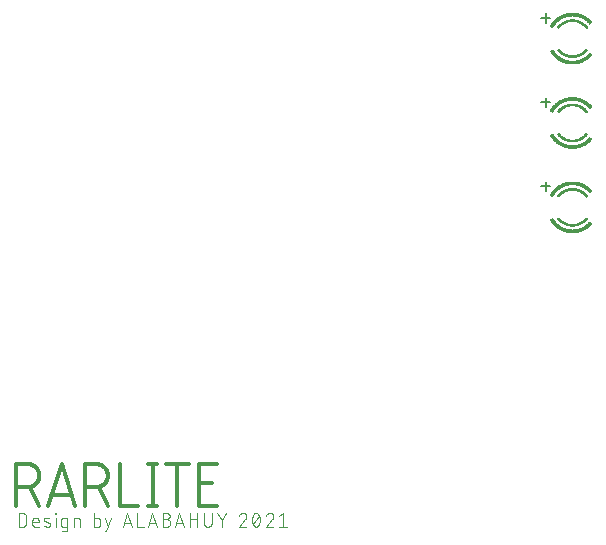
<source format=gbr>
G04 EAGLE Gerber RS-274X export*
G75*
%MOMM*%
%FSLAX34Y34*%
%LPD*%
%INSilkscreen Top*%
%IPPOS*%
%AMOC8*
5,1,8,0,0,1.08239X$1,22.5*%
G01*
%ADD10C,0.304800*%
%ADD11C,0.101600*%
%ADD12C,0.015238*%
%ADD13C,0.025400*%
%ADD14C,0.127000*%


D10*
X1934524Y80524D02*
X1934524Y115576D01*
X1944261Y115576D01*
X1944498Y115573D01*
X1944735Y115564D01*
X1944972Y115550D01*
X1945208Y115530D01*
X1945444Y115504D01*
X1945679Y115472D01*
X1945913Y115435D01*
X1946146Y115392D01*
X1946378Y115343D01*
X1946609Y115289D01*
X1946838Y115229D01*
X1947066Y115163D01*
X1947292Y115092D01*
X1947517Y115016D01*
X1947739Y114934D01*
X1947960Y114846D01*
X1948178Y114753D01*
X1948394Y114655D01*
X1948607Y114552D01*
X1948818Y114444D01*
X1949026Y114330D01*
X1949232Y114212D01*
X1949434Y114088D01*
X1949634Y113960D01*
X1949830Y113826D01*
X1950023Y113688D01*
X1950212Y113546D01*
X1950398Y113399D01*
X1950580Y113247D01*
X1950759Y113091D01*
X1950933Y112930D01*
X1951104Y112766D01*
X1951271Y112597D01*
X1951433Y112425D01*
X1951591Y112248D01*
X1951745Y112067D01*
X1951895Y111883D01*
X1952040Y111696D01*
X1952180Y111505D01*
X1952316Y111310D01*
X1952446Y111112D01*
X1952572Y110911D01*
X1952693Y110708D01*
X1952810Y110501D01*
X1952921Y110291D01*
X1953026Y110079D01*
X1953127Y109864D01*
X1953222Y109647D01*
X1953312Y109428D01*
X1953397Y109206D01*
X1953476Y108983D01*
X1953550Y108758D01*
X1953619Y108530D01*
X1953681Y108302D01*
X1953739Y108072D01*
X1953790Y107840D01*
X1953836Y107608D01*
X1953876Y107374D01*
X1953911Y107139D01*
X1953940Y106904D01*
X1953963Y106668D01*
X1953980Y106431D01*
X1953992Y106195D01*
X1953997Y105958D01*
X1953997Y105720D01*
X1953992Y105483D01*
X1953980Y105247D01*
X1953963Y105010D01*
X1953940Y104774D01*
X1953911Y104539D01*
X1953876Y104304D01*
X1953836Y104070D01*
X1953790Y103838D01*
X1953739Y103606D01*
X1953681Y103376D01*
X1953619Y103148D01*
X1953550Y102920D01*
X1953476Y102695D01*
X1953397Y102472D01*
X1953312Y102250D01*
X1953222Y102031D01*
X1953127Y101814D01*
X1953026Y101599D01*
X1952921Y101387D01*
X1952810Y101177D01*
X1952693Y100971D01*
X1952572Y100767D01*
X1952446Y100566D01*
X1952316Y100368D01*
X1952180Y100173D01*
X1952040Y99982D01*
X1951895Y99795D01*
X1951745Y99611D01*
X1951591Y99430D01*
X1951433Y99253D01*
X1951271Y99081D01*
X1951104Y98912D01*
X1950933Y98748D01*
X1950759Y98587D01*
X1950580Y98431D01*
X1950398Y98279D01*
X1950212Y98132D01*
X1950023Y97990D01*
X1949830Y97852D01*
X1949634Y97718D01*
X1949434Y97590D01*
X1949232Y97466D01*
X1949026Y97348D01*
X1948818Y97234D01*
X1948607Y97126D01*
X1948394Y97023D01*
X1948178Y96925D01*
X1947960Y96832D01*
X1947739Y96744D01*
X1947517Y96662D01*
X1947292Y96586D01*
X1947066Y96515D01*
X1946838Y96449D01*
X1946609Y96389D01*
X1946378Y96335D01*
X1946146Y96286D01*
X1945913Y96243D01*
X1945679Y96206D01*
X1945444Y96174D01*
X1945208Y96148D01*
X1944972Y96128D01*
X1944735Y96114D01*
X1944498Y96105D01*
X1944261Y96102D01*
X1944261Y96103D02*
X1934524Y96103D01*
X1946208Y96103D02*
X1953997Y80524D01*
X1961182Y80524D02*
X1972866Y115576D01*
X1984550Y80524D01*
X1981629Y89287D02*
X1964103Y89287D01*
X1992626Y80524D02*
X1992626Y115576D01*
X2002363Y115576D01*
X2002600Y115573D01*
X2002837Y115564D01*
X2003074Y115550D01*
X2003310Y115530D01*
X2003546Y115504D01*
X2003781Y115472D01*
X2004015Y115435D01*
X2004248Y115392D01*
X2004480Y115343D01*
X2004711Y115289D01*
X2004940Y115229D01*
X2005168Y115163D01*
X2005394Y115092D01*
X2005619Y115016D01*
X2005841Y114934D01*
X2006062Y114846D01*
X2006280Y114753D01*
X2006496Y114655D01*
X2006709Y114552D01*
X2006920Y114444D01*
X2007128Y114330D01*
X2007334Y114212D01*
X2007536Y114088D01*
X2007736Y113960D01*
X2007932Y113826D01*
X2008125Y113688D01*
X2008314Y113546D01*
X2008500Y113399D01*
X2008682Y113247D01*
X2008861Y113091D01*
X2009035Y112930D01*
X2009206Y112766D01*
X2009373Y112597D01*
X2009535Y112425D01*
X2009693Y112248D01*
X2009847Y112067D01*
X2009997Y111883D01*
X2010142Y111696D01*
X2010282Y111505D01*
X2010418Y111310D01*
X2010548Y111112D01*
X2010674Y110911D01*
X2010795Y110708D01*
X2010912Y110501D01*
X2011023Y110291D01*
X2011128Y110079D01*
X2011229Y109864D01*
X2011324Y109647D01*
X2011414Y109428D01*
X2011499Y109206D01*
X2011578Y108983D01*
X2011652Y108758D01*
X2011721Y108530D01*
X2011783Y108302D01*
X2011841Y108072D01*
X2011892Y107840D01*
X2011938Y107608D01*
X2011978Y107374D01*
X2012013Y107139D01*
X2012042Y106904D01*
X2012065Y106668D01*
X2012082Y106431D01*
X2012094Y106195D01*
X2012099Y105958D01*
X2012099Y105720D01*
X2012094Y105483D01*
X2012082Y105247D01*
X2012065Y105010D01*
X2012042Y104774D01*
X2012013Y104539D01*
X2011978Y104304D01*
X2011938Y104070D01*
X2011892Y103838D01*
X2011841Y103606D01*
X2011783Y103376D01*
X2011721Y103148D01*
X2011652Y102920D01*
X2011578Y102695D01*
X2011499Y102472D01*
X2011414Y102250D01*
X2011324Y102031D01*
X2011229Y101814D01*
X2011128Y101599D01*
X2011023Y101387D01*
X2010912Y101177D01*
X2010795Y100971D01*
X2010674Y100767D01*
X2010548Y100566D01*
X2010418Y100368D01*
X2010282Y100173D01*
X2010142Y99982D01*
X2009997Y99795D01*
X2009847Y99611D01*
X2009693Y99430D01*
X2009535Y99253D01*
X2009373Y99081D01*
X2009206Y98912D01*
X2009035Y98748D01*
X2008861Y98587D01*
X2008682Y98431D01*
X2008500Y98279D01*
X2008314Y98132D01*
X2008125Y97990D01*
X2007932Y97852D01*
X2007736Y97718D01*
X2007536Y97590D01*
X2007334Y97466D01*
X2007128Y97348D01*
X2006920Y97234D01*
X2006709Y97126D01*
X2006496Y97023D01*
X2006280Y96925D01*
X2006062Y96832D01*
X2005841Y96744D01*
X2005619Y96662D01*
X2005394Y96586D01*
X2005168Y96515D01*
X2004940Y96449D01*
X2004711Y96389D01*
X2004480Y96335D01*
X2004248Y96286D01*
X2004015Y96243D01*
X2003781Y96206D01*
X2003546Y96174D01*
X2003310Y96148D01*
X2003074Y96128D01*
X2002837Y96114D01*
X2002600Y96105D01*
X2002363Y96102D01*
X2002363Y96103D02*
X1992626Y96103D01*
X2004310Y96103D02*
X2012100Y80524D01*
X2022170Y80524D02*
X2022170Y115576D01*
X2022170Y80524D02*
X2037749Y80524D01*
X2050018Y80524D02*
X2050018Y115576D01*
X2046124Y80524D02*
X2053913Y80524D01*
X2053913Y115576D02*
X2046124Y115576D01*
X2070973Y115576D02*
X2070973Y80524D01*
X2061237Y115576D02*
X2080710Y115576D01*
X2088845Y80524D02*
X2104424Y80524D01*
X2088845Y80524D02*
X2088845Y115576D01*
X2104424Y115576D01*
X2100529Y99997D02*
X2088845Y99997D01*
D11*
X1936508Y74192D02*
X1936508Y62508D01*
X1936508Y74192D02*
X1939754Y74192D01*
X1939867Y74190D01*
X1939980Y74184D01*
X1940093Y74174D01*
X1940206Y74160D01*
X1940318Y74143D01*
X1940429Y74121D01*
X1940539Y74096D01*
X1940649Y74066D01*
X1940757Y74033D01*
X1940864Y73996D01*
X1940970Y73956D01*
X1941074Y73911D01*
X1941177Y73863D01*
X1941278Y73812D01*
X1941377Y73757D01*
X1941474Y73699D01*
X1941569Y73637D01*
X1941662Y73572D01*
X1941752Y73504D01*
X1941840Y73433D01*
X1941926Y73358D01*
X1942009Y73281D01*
X1942089Y73201D01*
X1942166Y73118D01*
X1942241Y73032D01*
X1942312Y72944D01*
X1942380Y72854D01*
X1942445Y72761D01*
X1942507Y72666D01*
X1942565Y72569D01*
X1942620Y72470D01*
X1942671Y72369D01*
X1942719Y72266D01*
X1942764Y72162D01*
X1942804Y72056D01*
X1942841Y71949D01*
X1942874Y71841D01*
X1942904Y71731D01*
X1942929Y71621D01*
X1942951Y71510D01*
X1942968Y71398D01*
X1942982Y71285D01*
X1942992Y71172D01*
X1942998Y71059D01*
X1943000Y70946D01*
X1942999Y70946D02*
X1942999Y65754D01*
X1943000Y65754D02*
X1942998Y65641D01*
X1942992Y65528D01*
X1942982Y65415D01*
X1942968Y65302D01*
X1942951Y65190D01*
X1942929Y65079D01*
X1942904Y64969D01*
X1942874Y64859D01*
X1942841Y64751D01*
X1942804Y64644D01*
X1942764Y64538D01*
X1942719Y64434D01*
X1942671Y64331D01*
X1942620Y64230D01*
X1942565Y64131D01*
X1942507Y64034D01*
X1942445Y63939D01*
X1942380Y63846D01*
X1942312Y63756D01*
X1942241Y63668D01*
X1942166Y63582D01*
X1942089Y63499D01*
X1942009Y63419D01*
X1941926Y63342D01*
X1941840Y63267D01*
X1941752Y63196D01*
X1941662Y63128D01*
X1941569Y63063D01*
X1941474Y63001D01*
X1941377Y62943D01*
X1941278Y62888D01*
X1941177Y62837D01*
X1941074Y62789D01*
X1940970Y62744D01*
X1940864Y62704D01*
X1940757Y62667D01*
X1940649Y62634D01*
X1940539Y62604D01*
X1940429Y62579D01*
X1940318Y62557D01*
X1940206Y62540D01*
X1940093Y62526D01*
X1939980Y62516D01*
X1939867Y62510D01*
X1939754Y62508D01*
X1936508Y62508D01*
X1950153Y62508D02*
X1953399Y62508D01*
X1950153Y62508D02*
X1950066Y62510D01*
X1949978Y62516D01*
X1949892Y62526D01*
X1949805Y62539D01*
X1949720Y62557D01*
X1949635Y62578D01*
X1949551Y62603D01*
X1949469Y62632D01*
X1949388Y62665D01*
X1949308Y62701D01*
X1949230Y62740D01*
X1949154Y62784D01*
X1949080Y62830D01*
X1949009Y62880D01*
X1948939Y62933D01*
X1948872Y62989D01*
X1948808Y63048D01*
X1948746Y63110D01*
X1948687Y63174D01*
X1948631Y63241D01*
X1948578Y63311D01*
X1948528Y63382D01*
X1948482Y63456D01*
X1948438Y63532D01*
X1948399Y63610D01*
X1948363Y63690D01*
X1948330Y63771D01*
X1948301Y63853D01*
X1948276Y63937D01*
X1948255Y64022D01*
X1948237Y64107D01*
X1948224Y64194D01*
X1948214Y64280D01*
X1948208Y64368D01*
X1948206Y64455D01*
X1948206Y67701D01*
X1948207Y67701D02*
X1948209Y67802D01*
X1948215Y67902D01*
X1948225Y68002D01*
X1948238Y68102D01*
X1948256Y68201D01*
X1948277Y68300D01*
X1948302Y68397D01*
X1948331Y68494D01*
X1948364Y68589D01*
X1948400Y68683D01*
X1948440Y68775D01*
X1948483Y68866D01*
X1948530Y68955D01*
X1948580Y69042D01*
X1948634Y69128D01*
X1948691Y69211D01*
X1948751Y69291D01*
X1948814Y69370D01*
X1948881Y69446D01*
X1948950Y69519D01*
X1949022Y69589D01*
X1949096Y69657D01*
X1949173Y69722D01*
X1949253Y69783D01*
X1949335Y69842D01*
X1949419Y69897D01*
X1949505Y69949D01*
X1949593Y69998D01*
X1949683Y70043D01*
X1949775Y70085D01*
X1949868Y70123D01*
X1949963Y70157D01*
X1950058Y70188D01*
X1950155Y70215D01*
X1950253Y70238D01*
X1950352Y70258D01*
X1950452Y70273D01*
X1950552Y70285D01*
X1950652Y70293D01*
X1950753Y70297D01*
X1950853Y70297D01*
X1950954Y70293D01*
X1951054Y70285D01*
X1951154Y70273D01*
X1951254Y70258D01*
X1951353Y70238D01*
X1951451Y70215D01*
X1951548Y70188D01*
X1951643Y70157D01*
X1951738Y70123D01*
X1951831Y70085D01*
X1951923Y70043D01*
X1952013Y69998D01*
X1952101Y69949D01*
X1952187Y69897D01*
X1952271Y69842D01*
X1952353Y69783D01*
X1952433Y69722D01*
X1952510Y69657D01*
X1952584Y69589D01*
X1952656Y69519D01*
X1952725Y69446D01*
X1952792Y69370D01*
X1952855Y69291D01*
X1952915Y69211D01*
X1952972Y69128D01*
X1953026Y69042D01*
X1953076Y68955D01*
X1953123Y68866D01*
X1953166Y68775D01*
X1953206Y68683D01*
X1953242Y68589D01*
X1953275Y68494D01*
X1953304Y68397D01*
X1953329Y68300D01*
X1953350Y68201D01*
X1953368Y68102D01*
X1953381Y68002D01*
X1953391Y67902D01*
X1953397Y67802D01*
X1953399Y67701D01*
X1953399Y66403D01*
X1948206Y66403D01*
X1959086Y67052D02*
X1962331Y65754D01*
X1959086Y67051D02*
X1959011Y67084D01*
X1958937Y67120D01*
X1958865Y67159D01*
X1958795Y67202D01*
X1958728Y67248D01*
X1958662Y67298D01*
X1958600Y67350D01*
X1958539Y67406D01*
X1958482Y67464D01*
X1958427Y67525D01*
X1958376Y67589D01*
X1958328Y67655D01*
X1958283Y67724D01*
X1958241Y67794D01*
X1958203Y67867D01*
X1958168Y67941D01*
X1958137Y68017D01*
X1958110Y68094D01*
X1958087Y68173D01*
X1958067Y68252D01*
X1958052Y68333D01*
X1958040Y68414D01*
X1958032Y68496D01*
X1958028Y68577D01*
X1958029Y68659D01*
X1958033Y68741D01*
X1958041Y68823D01*
X1958053Y68904D01*
X1958069Y68984D01*
X1958089Y69064D01*
X1958113Y69142D01*
X1958141Y69219D01*
X1958172Y69295D01*
X1958207Y69369D01*
X1958245Y69441D01*
X1958287Y69512D01*
X1958333Y69580D01*
X1958381Y69646D01*
X1958433Y69709D01*
X1958488Y69770D01*
X1958546Y69828D01*
X1958606Y69884D01*
X1958669Y69936D01*
X1958735Y69985D01*
X1958803Y70031D01*
X1958873Y70073D01*
X1958945Y70113D01*
X1959019Y70148D01*
X1959094Y70180D01*
X1959171Y70208D01*
X1959249Y70232D01*
X1959329Y70253D01*
X1959409Y70270D01*
X1959490Y70282D01*
X1959571Y70291D01*
X1959653Y70296D01*
X1959735Y70297D01*
X1959912Y70293D01*
X1960089Y70284D01*
X1960266Y70270D01*
X1960443Y70253D01*
X1960618Y70231D01*
X1960794Y70206D01*
X1960968Y70175D01*
X1961142Y70141D01*
X1961315Y70103D01*
X1961487Y70060D01*
X1961658Y70013D01*
X1961828Y69963D01*
X1961997Y69908D01*
X1962164Y69849D01*
X1962329Y69786D01*
X1962494Y69719D01*
X1962656Y69648D01*
X1962331Y65754D02*
X1962406Y65721D01*
X1962480Y65685D01*
X1962552Y65646D01*
X1962622Y65603D01*
X1962689Y65557D01*
X1962755Y65507D01*
X1962817Y65455D01*
X1962878Y65399D01*
X1962935Y65341D01*
X1962990Y65280D01*
X1963041Y65216D01*
X1963089Y65150D01*
X1963134Y65081D01*
X1963176Y65011D01*
X1963214Y64938D01*
X1963249Y64864D01*
X1963280Y64788D01*
X1963307Y64711D01*
X1963330Y64632D01*
X1963350Y64553D01*
X1963365Y64472D01*
X1963377Y64391D01*
X1963385Y64309D01*
X1963389Y64228D01*
X1963388Y64146D01*
X1963384Y64064D01*
X1963376Y63982D01*
X1963364Y63901D01*
X1963348Y63821D01*
X1963328Y63741D01*
X1963304Y63663D01*
X1963276Y63586D01*
X1963245Y63510D01*
X1963210Y63436D01*
X1963172Y63364D01*
X1963130Y63293D01*
X1963084Y63225D01*
X1963036Y63159D01*
X1962984Y63096D01*
X1962929Y63035D01*
X1962871Y62977D01*
X1962811Y62921D01*
X1962748Y62869D01*
X1962682Y62820D01*
X1962614Y62774D01*
X1962544Y62732D01*
X1962472Y62692D01*
X1962398Y62657D01*
X1962323Y62625D01*
X1962246Y62597D01*
X1962168Y62573D01*
X1962088Y62552D01*
X1962008Y62535D01*
X1961927Y62523D01*
X1961846Y62514D01*
X1961764Y62509D01*
X1961682Y62508D01*
X1961422Y62515D01*
X1961162Y62528D01*
X1960902Y62547D01*
X1960643Y62572D01*
X1960384Y62604D01*
X1960127Y62641D01*
X1959870Y62685D01*
X1959614Y62734D01*
X1959360Y62790D01*
X1959107Y62851D01*
X1958856Y62919D01*
X1958606Y62993D01*
X1958358Y63072D01*
X1958112Y63157D01*
X1967948Y62508D02*
X1967948Y70297D01*
X1967623Y73543D02*
X1967623Y74192D01*
X1968272Y74192D01*
X1968272Y73543D01*
X1967623Y73543D01*
X1974478Y62508D02*
X1977724Y62508D01*
X1974478Y62508D02*
X1974391Y62510D01*
X1974303Y62516D01*
X1974217Y62526D01*
X1974130Y62539D01*
X1974045Y62557D01*
X1973960Y62578D01*
X1973876Y62603D01*
X1973794Y62632D01*
X1973713Y62665D01*
X1973633Y62701D01*
X1973555Y62740D01*
X1973479Y62784D01*
X1973405Y62830D01*
X1973334Y62880D01*
X1973264Y62933D01*
X1973197Y62989D01*
X1973133Y63048D01*
X1973071Y63110D01*
X1973012Y63174D01*
X1972956Y63241D01*
X1972903Y63311D01*
X1972853Y63382D01*
X1972807Y63456D01*
X1972763Y63532D01*
X1972724Y63610D01*
X1972688Y63690D01*
X1972655Y63771D01*
X1972626Y63853D01*
X1972601Y63937D01*
X1972580Y64022D01*
X1972562Y64107D01*
X1972549Y64194D01*
X1972539Y64280D01*
X1972533Y64368D01*
X1972531Y64455D01*
X1972531Y68350D01*
X1972533Y68437D01*
X1972539Y68525D01*
X1972549Y68611D01*
X1972562Y68698D01*
X1972580Y68783D01*
X1972601Y68868D01*
X1972626Y68952D01*
X1972655Y69034D01*
X1972688Y69115D01*
X1972724Y69195D01*
X1972763Y69273D01*
X1972807Y69349D01*
X1972853Y69423D01*
X1972903Y69494D01*
X1972956Y69564D01*
X1973012Y69631D01*
X1973071Y69695D01*
X1973133Y69757D01*
X1973197Y69816D01*
X1973264Y69872D01*
X1973334Y69925D01*
X1973405Y69975D01*
X1973479Y70021D01*
X1973555Y70065D01*
X1973633Y70104D01*
X1973713Y70140D01*
X1973794Y70173D01*
X1973876Y70202D01*
X1973960Y70227D01*
X1974045Y70248D01*
X1974130Y70266D01*
X1974217Y70279D01*
X1974303Y70289D01*
X1974391Y70295D01*
X1974478Y70297D01*
X1977724Y70297D01*
X1977724Y60561D01*
X1977722Y60474D01*
X1977716Y60386D01*
X1977706Y60300D01*
X1977693Y60213D01*
X1977675Y60128D01*
X1977654Y60043D01*
X1977629Y59959D01*
X1977600Y59877D01*
X1977567Y59796D01*
X1977531Y59716D01*
X1977492Y59638D01*
X1977448Y59562D01*
X1977402Y59488D01*
X1977352Y59417D01*
X1977299Y59347D01*
X1977243Y59280D01*
X1977184Y59216D01*
X1977123Y59154D01*
X1977058Y59095D01*
X1976991Y59039D01*
X1976921Y58986D01*
X1976850Y58936D01*
X1976776Y58890D01*
X1976700Y58846D01*
X1976622Y58807D01*
X1976542Y58771D01*
X1976461Y58738D01*
X1976379Y58709D01*
X1976295Y58684D01*
X1976210Y58663D01*
X1976125Y58645D01*
X1976038Y58632D01*
X1975952Y58622D01*
X1975864Y58616D01*
X1975777Y58614D01*
X1975777Y58613D02*
X1973180Y58613D01*
X1983258Y62508D02*
X1983258Y70297D01*
X1986504Y70297D01*
X1986591Y70295D01*
X1986679Y70289D01*
X1986765Y70279D01*
X1986852Y70266D01*
X1986937Y70248D01*
X1987022Y70227D01*
X1987106Y70202D01*
X1987188Y70173D01*
X1987269Y70140D01*
X1987349Y70104D01*
X1987427Y70065D01*
X1987503Y70021D01*
X1987577Y69975D01*
X1987648Y69925D01*
X1987718Y69872D01*
X1987785Y69816D01*
X1987849Y69757D01*
X1987911Y69696D01*
X1987970Y69631D01*
X1988026Y69564D01*
X1988079Y69494D01*
X1988129Y69423D01*
X1988175Y69349D01*
X1988219Y69273D01*
X1988258Y69195D01*
X1988294Y69115D01*
X1988327Y69034D01*
X1988356Y68952D01*
X1988381Y68868D01*
X1988402Y68783D01*
X1988420Y68698D01*
X1988433Y68611D01*
X1988443Y68525D01*
X1988449Y68437D01*
X1988451Y68350D01*
X1988451Y62508D01*
X2000081Y62508D02*
X2000081Y74192D01*
X2000081Y62508D02*
X2003326Y62508D01*
X2003413Y62510D01*
X2003501Y62516D01*
X2003587Y62526D01*
X2003674Y62539D01*
X2003759Y62557D01*
X2003844Y62578D01*
X2003928Y62603D01*
X2004010Y62632D01*
X2004091Y62665D01*
X2004171Y62701D01*
X2004249Y62740D01*
X2004325Y62784D01*
X2004399Y62830D01*
X2004470Y62880D01*
X2004540Y62933D01*
X2004607Y62989D01*
X2004671Y63048D01*
X2004733Y63109D01*
X2004792Y63174D01*
X2004848Y63241D01*
X2004901Y63311D01*
X2004951Y63382D01*
X2004997Y63456D01*
X2005041Y63532D01*
X2005080Y63610D01*
X2005116Y63690D01*
X2005149Y63771D01*
X2005178Y63853D01*
X2005203Y63937D01*
X2005224Y64022D01*
X2005242Y64107D01*
X2005255Y64194D01*
X2005265Y64280D01*
X2005271Y64368D01*
X2005273Y64455D01*
X2005274Y64455D02*
X2005274Y68350D01*
X2005273Y68350D02*
X2005271Y68437D01*
X2005265Y68525D01*
X2005255Y68611D01*
X2005242Y68698D01*
X2005224Y68783D01*
X2005203Y68868D01*
X2005178Y68952D01*
X2005149Y69034D01*
X2005116Y69115D01*
X2005080Y69195D01*
X2005041Y69273D01*
X2004997Y69349D01*
X2004951Y69423D01*
X2004901Y69494D01*
X2004848Y69564D01*
X2004792Y69631D01*
X2004733Y69695D01*
X2004671Y69757D01*
X2004607Y69816D01*
X2004540Y69872D01*
X2004470Y69925D01*
X2004399Y69975D01*
X2004325Y70021D01*
X2004249Y70065D01*
X2004171Y70104D01*
X2004091Y70140D01*
X2004010Y70173D01*
X2003928Y70202D01*
X2003844Y70227D01*
X2003759Y70248D01*
X2003674Y70266D01*
X2003587Y70279D01*
X2003501Y70289D01*
X2003413Y70295D01*
X2003326Y70297D01*
X2000081Y70297D01*
X2009547Y58613D02*
X2010845Y58613D01*
X2014740Y70297D01*
X2009547Y70297D02*
X2012143Y62508D01*
X2024632Y62508D02*
X2028526Y74192D01*
X2032421Y62508D01*
X2031447Y65429D02*
X2025605Y65429D01*
X2037114Y62508D02*
X2037114Y74192D01*
X2037114Y62508D02*
X2042307Y62508D01*
X2045968Y62508D02*
X2049862Y74192D01*
X2053757Y62508D01*
X2052783Y65429D02*
X2046941Y65429D01*
X2058597Y68999D02*
X2061843Y68999D01*
X2061843Y69000D02*
X2061956Y68998D01*
X2062069Y68992D01*
X2062182Y68982D01*
X2062295Y68968D01*
X2062407Y68951D01*
X2062518Y68929D01*
X2062628Y68904D01*
X2062738Y68874D01*
X2062846Y68841D01*
X2062953Y68804D01*
X2063059Y68764D01*
X2063163Y68719D01*
X2063266Y68671D01*
X2063367Y68620D01*
X2063466Y68565D01*
X2063563Y68507D01*
X2063658Y68445D01*
X2063751Y68380D01*
X2063841Y68312D01*
X2063929Y68241D01*
X2064015Y68166D01*
X2064098Y68089D01*
X2064178Y68009D01*
X2064255Y67926D01*
X2064330Y67840D01*
X2064401Y67752D01*
X2064469Y67662D01*
X2064534Y67569D01*
X2064596Y67474D01*
X2064654Y67377D01*
X2064709Y67278D01*
X2064760Y67177D01*
X2064808Y67074D01*
X2064853Y66970D01*
X2064893Y66864D01*
X2064930Y66757D01*
X2064963Y66649D01*
X2064993Y66539D01*
X2065018Y66429D01*
X2065040Y66318D01*
X2065057Y66206D01*
X2065071Y66093D01*
X2065081Y65980D01*
X2065087Y65867D01*
X2065089Y65754D01*
X2065087Y65641D01*
X2065081Y65528D01*
X2065071Y65415D01*
X2065057Y65302D01*
X2065040Y65190D01*
X2065018Y65079D01*
X2064993Y64969D01*
X2064963Y64859D01*
X2064930Y64751D01*
X2064893Y64644D01*
X2064853Y64538D01*
X2064808Y64434D01*
X2064760Y64331D01*
X2064709Y64230D01*
X2064654Y64131D01*
X2064596Y64034D01*
X2064534Y63939D01*
X2064469Y63846D01*
X2064401Y63756D01*
X2064330Y63668D01*
X2064255Y63582D01*
X2064178Y63499D01*
X2064098Y63419D01*
X2064015Y63342D01*
X2063929Y63267D01*
X2063841Y63196D01*
X2063751Y63128D01*
X2063658Y63063D01*
X2063563Y63001D01*
X2063466Y62943D01*
X2063367Y62888D01*
X2063266Y62837D01*
X2063163Y62789D01*
X2063059Y62744D01*
X2062953Y62704D01*
X2062846Y62667D01*
X2062738Y62634D01*
X2062628Y62604D01*
X2062518Y62579D01*
X2062407Y62557D01*
X2062295Y62540D01*
X2062182Y62526D01*
X2062069Y62516D01*
X2061956Y62510D01*
X2061843Y62508D01*
X2058597Y62508D01*
X2058597Y74192D01*
X2061843Y74192D01*
X2061944Y74190D01*
X2062044Y74184D01*
X2062144Y74174D01*
X2062244Y74161D01*
X2062343Y74143D01*
X2062442Y74122D01*
X2062539Y74097D01*
X2062636Y74068D01*
X2062731Y74035D01*
X2062825Y73999D01*
X2062917Y73959D01*
X2063008Y73916D01*
X2063097Y73869D01*
X2063184Y73819D01*
X2063270Y73765D01*
X2063353Y73708D01*
X2063433Y73648D01*
X2063512Y73585D01*
X2063588Y73518D01*
X2063661Y73449D01*
X2063731Y73377D01*
X2063799Y73303D01*
X2063864Y73226D01*
X2063925Y73146D01*
X2063984Y73064D01*
X2064039Y72980D01*
X2064091Y72894D01*
X2064140Y72806D01*
X2064185Y72716D01*
X2064227Y72624D01*
X2064265Y72531D01*
X2064299Y72436D01*
X2064330Y72341D01*
X2064357Y72244D01*
X2064380Y72146D01*
X2064400Y72047D01*
X2064415Y71947D01*
X2064427Y71847D01*
X2064435Y71747D01*
X2064439Y71646D01*
X2064439Y71546D01*
X2064435Y71445D01*
X2064427Y71345D01*
X2064415Y71245D01*
X2064400Y71145D01*
X2064380Y71046D01*
X2064357Y70948D01*
X2064330Y70851D01*
X2064299Y70756D01*
X2064265Y70661D01*
X2064227Y70568D01*
X2064185Y70476D01*
X2064140Y70386D01*
X2064091Y70298D01*
X2064039Y70212D01*
X2063984Y70128D01*
X2063925Y70046D01*
X2063864Y69966D01*
X2063799Y69889D01*
X2063731Y69815D01*
X2063661Y69743D01*
X2063588Y69674D01*
X2063512Y69607D01*
X2063433Y69544D01*
X2063353Y69484D01*
X2063270Y69427D01*
X2063184Y69373D01*
X2063097Y69323D01*
X2063008Y69276D01*
X2062917Y69233D01*
X2062825Y69193D01*
X2062731Y69157D01*
X2062636Y69124D01*
X2062539Y69095D01*
X2062442Y69070D01*
X2062343Y69049D01*
X2062244Y69031D01*
X2062144Y69018D01*
X2062044Y69008D01*
X2061944Y69002D01*
X2061843Y69000D01*
X2068828Y62508D02*
X2072722Y74192D01*
X2076617Y62508D01*
X2075643Y65429D02*
X2069801Y65429D01*
X2081288Y62508D02*
X2081288Y74192D01*
X2081288Y68999D02*
X2087779Y68999D01*
X2087779Y74192D02*
X2087779Y62508D01*
X2093480Y65754D02*
X2093480Y74192D01*
X2093479Y65754D02*
X2093481Y65641D01*
X2093487Y65528D01*
X2093497Y65415D01*
X2093511Y65302D01*
X2093528Y65190D01*
X2093550Y65079D01*
X2093575Y64969D01*
X2093605Y64859D01*
X2093638Y64751D01*
X2093675Y64644D01*
X2093715Y64538D01*
X2093760Y64434D01*
X2093808Y64331D01*
X2093859Y64230D01*
X2093914Y64131D01*
X2093972Y64034D01*
X2094034Y63939D01*
X2094099Y63846D01*
X2094167Y63756D01*
X2094238Y63668D01*
X2094313Y63582D01*
X2094390Y63499D01*
X2094470Y63419D01*
X2094553Y63342D01*
X2094639Y63267D01*
X2094727Y63196D01*
X2094817Y63128D01*
X2094910Y63063D01*
X2095005Y63001D01*
X2095102Y62943D01*
X2095201Y62888D01*
X2095302Y62837D01*
X2095405Y62789D01*
X2095509Y62744D01*
X2095615Y62704D01*
X2095722Y62667D01*
X2095830Y62634D01*
X2095940Y62604D01*
X2096050Y62579D01*
X2096161Y62557D01*
X2096273Y62540D01*
X2096386Y62526D01*
X2096499Y62516D01*
X2096612Y62510D01*
X2096725Y62508D01*
X2096838Y62510D01*
X2096951Y62516D01*
X2097064Y62526D01*
X2097177Y62540D01*
X2097289Y62557D01*
X2097400Y62579D01*
X2097510Y62604D01*
X2097620Y62634D01*
X2097728Y62667D01*
X2097835Y62704D01*
X2097941Y62744D01*
X2098045Y62789D01*
X2098148Y62837D01*
X2098249Y62888D01*
X2098348Y62943D01*
X2098445Y63001D01*
X2098540Y63063D01*
X2098633Y63128D01*
X2098723Y63196D01*
X2098811Y63267D01*
X2098897Y63342D01*
X2098980Y63419D01*
X2099060Y63499D01*
X2099137Y63582D01*
X2099212Y63668D01*
X2099283Y63756D01*
X2099351Y63846D01*
X2099416Y63939D01*
X2099478Y64034D01*
X2099536Y64131D01*
X2099591Y64230D01*
X2099642Y64331D01*
X2099690Y64434D01*
X2099735Y64538D01*
X2099775Y64644D01*
X2099812Y64751D01*
X2099845Y64859D01*
X2099875Y64969D01*
X2099900Y65079D01*
X2099922Y65190D01*
X2099939Y65302D01*
X2099953Y65415D01*
X2099963Y65528D01*
X2099969Y65641D01*
X2099971Y65754D01*
X2099971Y74192D01*
X2104642Y74192D02*
X2108536Y68675D01*
X2112431Y74192D01*
X2108536Y68675D02*
X2108536Y62508D01*
X2126387Y74192D02*
X2126494Y74190D01*
X2126600Y74184D01*
X2126706Y74174D01*
X2126812Y74161D01*
X2126918Y74143D01*
X2127022Y74122D01*
X2127126Y74097D01*
X2127229Y74068D01*
X2127330Y74036D01*
X2127430Y73999D01*
X2127529Y73959D01*
X2127627Y73916D01*
X2127723Y73869D01*
X2127817Y73818D01*
X2127909Y73764D01*
X2127999Y73707D01*
X2128087Y73647D01*
X2128172Y73583D01*
X2128255Y73516D01*
X2128336Y73446D01*
X2128414Y73374D01*
X2128490Y73298D01*
X2128562Y73220D01*
X2128632Y73139D01*
X2128699Y73056D01*
X2128763Y72971D01*
X2128823Y72883D01*
X2128880Y72793D01*
X2128934Y72701D01*
X2128985Y72607D01*
X2129032Y72511D01*
X2129075Y72413D01*
X2129115Y72314D01*
X2129152Y72214D01*
X2129184Y72113D01*
X2129213Y72010D01*
X2129238Y71906D01*
X2129259Y71802D01*
X2129277Y71696D01*
X2129290Y71590D01*
X2129300Y71484D01*
X2129306Y71378D01*
X2129308Y71271D01*
X2126387Y74192D02*
X2126266Y74190D01*
X2126145Y74184D01*
X2126025Y74174D01*
X2125904Y74161D01*
X2125785Y74143D01*
X2125665Y74122D01*
X2125547Y74097D01*
X2125430Y74068D01*
X2125313Y74035D01*
X2125198Y73999D01*
X2125084Y73958D01*
X2124971Y73915D01*
X2124859Y73867D01*
X2124750Y73816D01*
X2124642Y73761D01*
X2124535Y73703D01*
X2124431Y73642D01*
X2124329Y73577D01*
X2124229Y73509D01*
X2124131Y73438D01*
X2124035Y73364D01*
X2123942Y73287D01*
X2123852Y73206D01*
X2123764Y73123D01*
X2123679Y73037D01*
X2123596Y72948D01*
X2123517Y72857D01*
X2123440Y72763D01*
X2123367Y72667D01*
X2123297Y72569D01*
X2123230Y72468D01*
X2123166Y72365D01*
X2123106Y72260D01*
X2123049Y72153D01*
X2122995Y72045D01*
X2122945Y71935D01*
X2122899Y71823D01*
X2122856Y71710D01*
X2122817Y71595D01*
X2128334Y68999D02*
X2128413Y69076D01*
X2128489Y69157D01*
X2128562Y69240D01*
X2128632Y69325D01*
X2128699Y69413D01*
X2128763Y69503D01*
X2128823Y69595D01*
X2128880Y69690D01*
X2128934Y69786D01*
X2128985Y69884D01*
X2129032Y69984D01*
X2129076Y70086D01*
X2129116Y70189D01*
X2129152Y70293D01*
X2129184Y70399D01*
X2129213Y70505D01*
X2129238Y70613D01*
X2129260Y70721D01*
X2129277Y70831D01*
X2129291Y70940D01*
X2129300Y71050D01*
X2129306Y71161D01*
X2129308Y71271D01*
X2128334Y68999D02*
X2122817Y62508D01*
X2129308Y62508D01*
X2134247Y68350D02*
X2134250Y68580D01*
X2134258Y68810D01*
X2134272Y69039D01*
X2134291Y69268D01*
X2134316Y69497D01*
X2134346Y69724D01*
X2134381Y69952D01*
X2134422Y70178D01*
X2134468Y70403D01*
X2134520Y70627D01*
X2134577Y70849D01*
X2134639Y71071D01*
X2134707Y71290D01*
X2134780Y71508D01*
X2134858Y71725D01*
X2134941Y71939D01*
X2135029Y72151D01*
X2135122Y72361D01*
X2135221Y72569D01*
X2135220Y72569D02*
X2135253Y72659D01*
X2135289Y72748D01*
X2135329Y72836D01*
X2135373Y72921D01*
X2135420Y73005D01*
X2135470Y73087D01*
X2135524Y73167D01*
X2135580Y73244D01*
X2135640Y73320D01*
X2135703Y73393D01*
X2135768Y73463D01*
X2135837Y73531D01*
X2135908Y73595D01*
X2135981Y73657D01*
X2136057Y73716D01*
X2136135Y73772D01*
X2136216Y73825D01*
X2136298Y73874D01*
X2136382Y73920D01*
X2136469Y73963D01*
X2136556Y74002D01*
X2136646Y74038D01*
X2136736Y74070D01*
X2136828Y74098D01*
X2136921Y74123D01*
X2137015Y74144D01*
X2137109Y74161D01*
X2137204Y74175D01*
X2137300Y74184D01*
X2137396Y74190D01*
X2137492Y74192D01*
X2137588Y74190D01*
X2137684Y74184D01*
X2137780Y74175D01*
X2137875Y74161D01*
X2137969Y74144D01*
X2138063Y74123D01*
X2138156Y74098D01*
X2138248Y74070D01*
X2138338Y74038D01*
X2138428Y74002D01*
X2138515Y73963D01*
X2138602Y73920D01*
X2138686Y73874D01*
X2138768Y73825D01*
X2138849Y73772D01*
X2138927Y73716D01*
X2139003Y73657D01*
X2139076Y73595D01*
X2139147Y73531D01*
X2139216Y73463D01*
X2139281Y73393D01*
X2139344Y73320D01*
X2139404Y73244D01*
X2139460Y73167D01*
X2139514Y73087D01*
X2139564Y73005D01*
X2139611Y72921D01*
X2139655Y72836D01*
X2139695Y72748D01*
X2139731Y72659D01*
X2139764Y72569D01*
X2139863Y72362D01*
X2139956Y72152D01*
X2140044Y71939D01*
X2140127Y71725D01*
X2140205Y71509D01*
X2140278Y71291D01*
X2140346Y71071D01*
X2140408Y70850D01*
X2140465Y70627D01*
X2140517Y70403D01*
X2140563Y70178D01*
X2140604Y69952D01*
X2140639Y69725D01*
X2140669Y69497D01*
X2140694Y69268D01*
X2140713Y69039D01*
X2140727Y68810D01*
X2140735Y68580D01*
X2140738Y68350D01*
X2134246Y68350D02*
X2134249Y68120D01*
X2134257Y67890D01*
X2134271Y67661D01*
X2134290Y67432D01*
X2134315Y67203D01*
X2134345Y66975D01*
X2134380Y66748D01*
X2134421Y66522D01*
X2134467Y66297D01*
X2134519Y66073D01*
X2134576Y65850D01*
X2134638Y65629D01*
X2134706Y65409D01*
X2134779Y65191D01*
X2134857Y64975D01*
X2134940Y64761D01*
X2135028Y64549D01*
X2135121Y64338D01*
X2135220Y64131D01*
X2135253Y64041D01*
X2135289Y63952D01*
X2135330Y63864D01*
X2135373Y63779D01*
X2135420Y63695D01*
X2135470Y63613D01*
X2135524Y63533D01*
X2135580Y63456D01*
X2135640Y63380D01*
X2135703Y63307D01*
X2135768Y63237D01*
X2135837Y63169D01*
X2135908Y63105D01*
X2135981Y63043D01*
X2136057Y62984D01*
X2136135Y62928D01*
X2136216Y62875D01*
X2136298Y62826D01*
X2136382Y62780D01*
X2136469Y62737D01*
X2136556Y62698D01*
X2136646Y62662D01*
X2136736Y62630D01*
X2136828Y62602D01*
X2136921Y62577D01*
X2137015Y62556D01*
X2137109Y62539D01*
X2137204Y62525D01*
X2137300Y62516D01*
X2137396Y62510D01*
X2137492Y62508D01*
X2139764Y64131D02*
X2139863Y64338D01*
X2139956Y64549D01*
X2140044Y64761D01*
X2140127Y64975D01*
X2140205Y65191D01*
X2140278Y65409D01*
X2140346Y65629D01*
X2140408Y65850D01*
X2140465Y66073D01*
X2140517Y66297D01*
X2140563Y66522D01*
X2140604Y66748D01*
X2140639Y66975D01*
X2140669Y67203D01*
X2140694Y67432D01*
X2140713Y67661D01*
X2140727Y67890D01*
X2140735Y68120D01*
X2140738Y68350D01*
X2139764Y64131D02*
X2139731Y64041D01*
X2139695Y63952D01*
X2139655Y63864D01*
X2139611Y63779D01*
X2139564Y63695D01*
X2139514Y63613D01*
X2139460Y63533D01*
X2139404Y63456D01*
X2139344Y63380D01*
X2139281Y63307D01*
X2139216Y63237D01*
X2139147Y63169D01*
X2139076Y63105D01*
X2139003Y63043D01*
X2138927Y62984D01*
X2138849Y62928D01*
X2138768Y62875D01*
X2138686Y62826D01*
X2138602Y62780D01*
X2138515Y62737D01*
X2138428Y62698D01*
X2138338Y62662D01*
X2138248Y62630D01*
X2138156Y62602D01*
X2138063Y62577D01*
X2137969Y62556D01*
X2137875Y62539D01*
X2137780Y62525D01*
X2137684Y62516D01*
X2137588Y62510D01*
X2137492Y62508D01*
X2134896Y65104D02*
X2140089Y71596D01*
X2149247Y74192D02*
X2149354Y74190D01*
X2149460Y74184D01*
X2149566Y74174D01*
X2149672Y74161D01*
X2149778Y74143D01*
X2149882Y74122D01*
X2149986Y74097D01*
X2150089Y74068D01*
X2150190Y74036D01*
X2150290Y73999D01*
X2150389Y73959D01*
X2150487Y73916D01*
X2150583Y73869D01*
X2150677Y73818D01*
X2150769Y73764D01*
X2150859Y73707D01*
X2150947Y73647D01*
X2151032Y73583D01*
X2151115Y73516D01*
X2151196Y73446D01*
X2151274Y73374D01*
X2151350Y73298D01*
X2151422Y73220D01*
X2151492Y73139D01*
X2151559Y73056D01*
X2151623Y72971D01*
X2151683Y72883D01*
X2151740Y72793D01*
X2151794Y72701D01*
X2151845Y72607D01*
X2151892Y72511D01*
X2151935Y72413D01*
X2151975Y72314D01*
X2152012Y72214D01*
X2152044Y72113D01*
X2152073Y72010D01*
X2152098Y71906D01*
X2152119Y71802D01*
X2152137Y71696D01*
X2152150Y71590D01*
X2152160Y71484D01*
X2152166Y71378D01*
X2152168Y71271D01*
X2149247Y74192D02*
X2149126Y74190D01*
X2149005Y74184D01*
X2148885Y74174D01*
X2148764Y74161D01*
X2148645Y74143D01*
X2148525Y74122D01*
X2148407Y74097D01*
X2148290Y74068D01*
X2148173Y74035D01*
X2148058Y73999D01*
X2147944Y73958D01*
X2147831Y73915D01*
X2147719Y73867D01*
X2147610Y73816D01*
X2147502Y73761D01*
X2147395Y73703D01*
X2147291Y73642D01*
X2147189Y73577D01*
X2147089Y73509D01*
X2146991Y73438D01*
X2146895Y73364D01*
X2146802Y73287D01*
X2146712Y73206D01*
X2146624Y73123D01*
X2146539Y73037D01*
X2146456Y72948D01*
X2146377Y72857D01*
X2146300Y72763D01*
X2146227Y72667D01*
X2146157Y72569D01*
X2146090Y72468D01*
X2146026Y72365D01*
X2145966Y72260D01*
X2145909Y72153D01*
X2145855Y72045D01*
X2145805Y71935D01*
X2145759Y71823D01*
X2145716Y71710D01*
X2145677Y71595D01*
X2151194Y68999D02*
X2151273Y69076D01*
X2151349Y69157D01*
X2151422Y69240D01*
X2151492Y69325D01*
X2151559Y69413D01*
X2151623Y69503D01*
X2151683Y69595D01*
X2151740Y69690D01*
X2151794Y69786D01*
X2151845Y69884D01*
X2151892Y69984D01*
X2151936Y70086D01*
X2151976Y70189D01*
X2152012Y70293D01*
X2152044Y70399D01*
X2152073Y70505D01*
X2152098Y70613D01*
X2152120Y70721D01*
X2152137Y70831D01*
X2152151Y70940D01*
X2152160Y71050D01*
X2152166Y71161D01*
X2152168Y71271D01*
X2151194Y68999D02*
X2145677Y62508D01*
X2152168Y62508D01*
X2157107Y71596D02*
X2160352Y74192D01*
X2160352Y62508D01*
X2157107Y62508D02*
X2163598Y62508D01*
D12*
X2417977Y485568D02*
X2416860Y484771D01*
X2416861Y484771D02*
X2416652Y485053D01*
X2416436Y485330D01*
X2416214Y485601D01*
X2415986Y485867D01*
X2415751Y486128D01*
X2415510Y486383D01*
X2415262Y486631D01*
X2415009Y486874D01*
X2414750Y487111D01*
X2414486Y487341D01*
X2414215Y487565D01*
X2413940Y487782D01*
X2413660Y487993D01*
X2413374Y488197D01*
X2413084Y488394D01*
X2412789Y488584D01*
X2412489Y488766D01*
X2412185Y488942D01*
X2411877Y489110D01*
X2411565Y489270D01*
X2411250Y489423D01*
X2410930Y489568D01*
X2410608Y489706D01*
X2410282Y489836D01*
X2409953Y489958D01*
X2409621Y490072D01*
X2409286Y490177D01*
X2408950Y490275D01*
X2408610Y490365D01*
X2408269Y490446D01*
X2407926Y490519D01*
X2407581Y490584D01*
X2407235Y490641D01*
X2406888Y490689D01*
X2406539Y490729D01*
X2406190Y490760D01*
X2405840Y490783D01*
X2405489Y490798D01*
X2405138Y490804D01*
X2405138Y492175D01*
X2405138Y492176D01*
X2405523Y492169D01*
X2405906Y492154D01*
X2406290Y492129D01*
X2406673Y492094D01*
X2407054Y492051D01*
X2407435Y491998D01*
X2407814Y491936D01*
X2408192Y491865D01*
X2408568Y491785D01*
X2408942Y491696D01*
X2409313Y491598D01*
X2409682Y491491D01*
X2410048Y491375D01*
X2410412Y491251D01*
X2410772Y491117D01*
X2411129Y490975D01*
X2411483Y490824D01*
X2411832Y490665D01*
X2412178Y490498D01*
X2412520Y490322D01*
X2412857Y490138D01*
X2413190Y489946D01*
X2413518Y489746D01*
X2413841Y489538D01*
X2414159Y489322D01*
X2414472Y489099D01*
X2414779Y488868D01*
X2415081Y488630D01*
X2415377Y488385D01*
X2415666Y488132D01*
X2415950Y487873D01*
X2416227Y487607D01*
X2416498Y487334D01*
X2416762Y487055D01*
X2417019Y486770D01*
X2417270Y486478D01*
X2417513Y486181D01*
X2417749Y485877D01*
X2417977Y485568D01*
X2417861Y485485D01*
X2417634Y485791D01*
X2417401Y486092D01*
X2417160Y486387D01*
X2416911Y486676D01*
X2416657Y486958D01*
X2416395Y487235D01*
X2416127Y487505D01*
X2415852Y487769D01*
X2415571Y488026D01*
X2415284Y488276D01*
X2414991Y488519D01*
X2414692Y488755D01*
X2414387Y488984D01*
X2414077Y489205D01*
X2413762Y489418D01*
X2413442Y489625D01*
X2413117Y489823D01*
X2412787Y490013D01*
X2412453Y490195D01*
X2412114Y490370D01*
X2411772Y490536D01*
X2411425Y490693D01*
X2411075Y490843D01*
X2410721Y490984D01*
X2410364Y491116D01*
X2410004Y491239D01*
X2409641Y491354D01*
X2409275Y491460D01*
X2408907Y491557D01*
X2408537Y491646D01*
X2408164Y491725D01*
X2407790Y491795D01*
X2407414Y491857D01*
X2407037Y491909D01*
X2406659Y491952D01*
X2406279Y491986D01*
X2405900Y492011D01*
X2405519Y492026D01*
X2405138Y492033D01*
X2405138Y491890D01*
X2405516Y491883D01*
X2405893Y491868D01*
X2406269Y491843D01*
X2406645Y491810D01*
X2407020Y491767D01*
X2407393Y491715D01*
X2407766Y491655D01*
X2408137Y491585D01*
X2408506Y491506D01*
X2408873Y491419D01*
X2409237Y491322D01*
X2409600Y491217D01*
X2409959Y491103D01*
X2410316Y490981D01*
X2410670Y490850D01*
X2411021Y490710D01*
X2411368Y490563D01*
X2411711Y490406D01*
X2412051Y490242D01*
X2412386Y490069D01*
X2412717Y489888D01*
X2413044Y489700D01*
X2413366Y489503D01*
X2413683Y489299D01*
X2413996Y489087D01*
X2414303Y488868D01*
X2414604Y488642D01*
X2414900Y488408D01*
X2415191Y488167D01*
X2415475Y487919D01*
X2415754Y487665D01*
X2416026Y487404D01*
X2416292Y487136D01*
X2416551Y486862D01*
X2416804Y486582D01*
X2417050Y486295D01*
X2417288Y486003D01*
X2417520Y485705D01*
X2417745Y485402D01*
X2417628Y485319D01*
X2417406Y485620D01*
X2417176Y485915D01*
X2416940Y486204D01*
X2416696Y486487D01*
X2416446Y486765D01*
X2416189Y487037D01*
X2415925Y487302D01*
X2415656Y487561D01*
X2415380Y487813D01*
X2415098Y488058D01*
X2414810Y488297D01*
X2414517Y488529D01*
X2414218Y488753D01*
X2413914Y488970D01*
X2413604Y489180D01*
X2413290Y489382D01*
X2412971Y489577D01*
X2412647Y489764D01*
X2412319Y489943D01*
X2411987Y490114D01*
X2411650Y490277D01*
X2411310Y490432D01*
X2410966Y490578D01*
X2410619Y490716D01*
X2410268Y490846D01*
X2409915Y490968D01*
X2409558Y491080D01*
X2409199Y491184D01*
X2408838Y491280D01*
X2408474Y491367D01*
X2408109Y491445D01*
X2407741Y491514D01*
X2407373Y491574D01*
X2407002Y491625D01*
X2406631Y491667D01*
X2406259Y491701D01*
X2405886Y491725D01*
X2405512Y491740D01*
X2405138Y491747D01*
X2405138Y491604D01*
X2405509Y491598D01*
X2405879Y491582D01*
X2406248Y491558D01*
X2406617Y491525D01*
X2406985Y491483D01*
X2407352Y491432D01*
X2407717Y491373D01*
X2408081Y491304D01*
X2408443Y491227D01*
X2408803Y491141D01*
X2409162Y491047D01*
X2409517Y490943D01*
X2409870Y490832D01*
X2410220Y490712D01*
X2410568Y490583D01*
X2410912Y490446D01*
X2411252Y490301D01*
X2411590Y490147D01*
X2411923Y489986D01*
X2412252Y489816D01*
X2412577Y489639D01*
X2412898Y489454D01*
X2413214Y489261D01*
X2413525Y489061D01*
X2413832Y488853D01*
X2414133Y488638D01*
X2414429Y488415D01*
X2414720Y488186D01*
X2415005Y487950D01*
X2415284Y487706D01*
X2415558Y487457D01*
X2415825Y487200D01*
X2416086Y486937D01*
X2416340Y486668D01*
X2416588Y486393D01*
X2416830Y486113D01*
X2417064Y485826D01*
X2417291Y485534D01*
X2417512Y485236D01*
X2417395Y485153D01*
X2417177Y485448D01*
X2416952Y485737D01*
X2416720Y486021D01*
X2416481Y486299D01*
X2416235Y486572D01*
X2415983Y486838D01*
X2415724Y487099D01*
X2415460Y487352D01*
X2415189Y487600D01*
X2414912Y487841D01*
X2414630Y488075D01*
X2414342Y488302D01*
X2414049Y488523D01*
X2413750Y488736D01*
X2413446Y488942D01*
X2413138Y489140D01*
X2412825Y489331D01*
X2412507Y489514D01*
X2412185Y489690D01*
X2411859Y489858D01*
X2411529Y490018D01*
X2411195Y490170D01*
X2410857Y490314D01*
X2410517Y490449D01*
X2410173Y490577D01*
X2409826Y490696D01*
X2409476Y490807D01*
X2409124Y490909D01*
X2408769Y491002D01*
X2408412Y491087D01*
X2408053Y491164D01*
X2407693Y491232D01*
X2407331Y491291D01*
X2406967Y491341D01*
X2406603Y491383D01*
X2406238Y491415D01*
X2405872Y491439D01*
X2405505Y491455D01*
X2405138Y491461D01*
X2405138Y491318D01*
X2405502Y491312D01*
X2405865Y491297D01*
X2406227Y491273D01*
X2406589Y491240D01*
X2406950Y491199D01*
X2407310Y491149D01*
X2407669Y491091D01*
X2408026Y491024D01*
X2408381Y490948D01*
X2408734Y490864D01*
X2409086Y490771D01*
X2409435Y490670D01*
X2409781Y490560D01*
X2410125Y490442D01*
X2410465Y490316D01*
X2410803Y490181D01*
X2411137Y490039D01*
X2411468Y489888D01*
X2411795Y489730D01*
X2412118Y489564D01*
X2412437Y489390D01*
X2412752Y489208D01*
X2413062Y489019D01*
X2413367Y488822D01*
X2413668Y488618D01*
X2413964Y488407D01*
X2414254Y488189D01*
X2414540Y487964D01*
X2414819Y487732D01*
X2415093Y487494D01*
X2415362Y487248D01*
X2415624Y486997D01*
X2415880Y486739D01*
X2416130Y486475D01*
X2416373Y486205D01*
X2416610Y485930D01*
X2416840Y485648D01*
X2417063Y485362D01*
X2417279Y485070D01*
X2417163Y484987D01*
X2416949Y485276D01*
X2416727Y485560D01*
X2416500Y485838D01*
X2416265Y486111D01*
X2416024Y486379D01*
X2415777Y486640D01*
X2415523Y486895D01*
X2415263Y487144D01*
X2414998Y487387D01*
X2414726Y487623D01*
X2414449Y487853D01*
X2414167Y488076D01*
X2413879Y488292D01*
X2413586Y488501D01*
X2413289Y488703D01*
X2412986Y488898D01*
X2412679Y489085D01*
X2412367Y489265D01*
X2412051Y489437D01*
X2411731Y489602D01*
X2411407Y489759D01*
X2411080Y489908D01*
X2410749Y490049D01*
X2410414Y490182D01*
X2410077Y490307D01*
X2409737Y490424D01*
X2409393Y490533D01*
X2409048Y490633D01*
X2408700Y490725D01*
X2408350Y490808D01*
X2407998Y490883D01*
X2407644Y490950D01*
X2407289Y491008D01*
X2406933Y491057D01*
X2406575Y491098D01*
X2406217Y491130D01*
X2405858Y491154D01*
X2405498Y491169D01*
X2405138Y491175D01*
X2405138Y491032D01*
X2405495Y491026D01*
X2405851Y491011D01*
X2406206Y490988D01*
X2406561Y490956D01*
X2406915Y490915D01*
X2407268Y490866D01*
X2407620Y490809D01*
X2407970Y490743D01*
X2408319Y490669D01*
X2408665Y490586D01*
X2409010Y490495D01*
X2409352Y490396D01*
X2409692Y490288D01*
X2410029Y490172D01*
X2410363Y490049D01*
X2410694Y489917D01*
X2411022Y489777D01*
X2411347Y489630D01*
X2411667Y489474D01*
X2411984Y489311D01*
X2412297Y489140D01*
X2412606Y488962D01*
X2412910Y488777D01*
X2413210Y488584D01*
X2413505Y488384D01*
X2413795Y488177D01*
X2414080Y487963D01*
X2414359Y487742D01*
X2414634Y487515D01*
X2414902Y487281D01*
X2415165Y487040D01*
X2415423Y486794D01*
X2415674Y486541D01*
X2415919Y486282D01*
X2416157Y486017D01*
X2416390Y485747D01*
X2416615Y485471D01*
X2416834Y485190D01*
X2417046Y484904D01*
X2416930Y484820D01*
X2416720Y485104D01*
X2416503Y485382D01*
X2416280Y485656D01*
X2416050Y485923D01*
X2415813Y486185D01*
X2415571Y486441D01*
X2415322Y486692D01*
X2415067Y486936D01*
X2414807Y487174D01*
X2414541Y487406D01*
X2414269Y487631D01*
X2413992Y487850D01*
X2413710Y488062D01*
X2413423Y488267D01*
X2413131Y488465D01*
X2412834Y488656D01*
X2412533Y488839D01*
X2412227Y489016D01*
X2411917Y489185D01*
X2411603Y489346D01*
X2411286Y489500D01*
X2410965Y489646D01*
X2410640Y489785D01*
X2410312Y489915D01*
X2409981Y490038D01*
X2409647Y490152D01*
X2409311Y490259D01*
X2408972Y490357D01*
X2408631Y490447D01*
X2408288Y490529D01*
X2407943Y490603D01*
X2407596Y490668D01*
X2407247Y490725D01*
X2406898Y490773D01*
X2406547Y490813D01*
X2406196Y490845D01*
X2405844Y490868D01*
X2405491Y490883D01*
X2405138Y490889D01*
X2404988Y492175D02*
X2404988Y490803D01*
X2404987Y490804D02*
X2404636Y490798D01*
X2404285Y490783D01*
X2403935Y490760D01*
X2403585Y490729D01*
X2403236Y490689D01*
X2402888Y490641D01*
X2402542Y490584D01*
X2402197Y490519D01*
X2401853Y490446D01*
X2401512Y490364D01*
X2401172Y490274D01*
X2400835Y490176D01*
X2400500Y490070D01*
X2400168Y489956D01*
X2399839Y489834D01*
X2399513Y489704D01*
X2399190Y489566D01*
X2398870Y489421D01*
X2398554Y489267D01*
X2398242Y489107D01*
X2397934Y488938D01*
X2397630Y488763D01*
X2397330Y488580D01*
X2397035Y488390D01*
X2396744Y488192D01*
X2396459Y487988D01*
X2396178Y487777D01*
X2395903Y487559D01*
X2395632Y487335D01*
X2395368Y487104D01*
X2395109Y486867D01*
X2394855Y486624D01*
X2394608Y486375D01*
X2394367Y486120D01*
X2394132Y485859D01*
X2393903Y485592D01*
X2393681Y485320D01*
X2393466Y485043D01*
X2392368Y485866D01*
X2392604Y486170D01*
X2392847Y486468D01*
X2393097Y486760D01*
X2393355Y487046D01*
X2393619Y487326D01*
X2393890Y487599D01*
X2394167Y487865D01*
X2394451Y488125D01*
X2394740Y488378D01*
X2395036Y488624D01*
X2395338Y488862D01*
X2395645Y489093D01*
X2395958Y489317D01*
X2396277Y489533D01*
X2396600Y489741D01*
X2396928Y489942D01*
X2397261Y490134D01*
X2397599Y490318D01*
X2397941Y490495D01*
X2398287Y490662D01*
X2398637Y490822D01*
X2398991Y490973D01*
X2399348Y491115D01*
X2399709Y491249D01*
X2400072Y491374D01*
X2400439Y491490D01*
X2400808Y491597D01*
X2401180Y491695D01*
X2401554Y491785D01*
X2401930Y491865D01*
X2402308Y491936D01*
X2402688Y491998D01*
X2403069Y492051D01*
X2403451Y492094D01*
X2403834Y492129D01*
X2404218Y492154D01*
X2404602Y492169D01*
X2404987Y492176D01*
X2404987Y492033D01*
X2404606Y492026D01*
X2404225Y492011D01*
X2403845Y491986D01*
X2403465Y491952D01*
X2403086Y491909D01*
X2402709Y491856D01*
X2402333Y491795D01*
X2401958Y491725D01*
X2401585Y491645D01*
X2401215Y491557D01*
X2400846Y491459D01*
X2400480Y491353D01*
X2400117Y491238D01*
X2399756Y491114D01*
X2399399Y490982D01*
X2399045Y490841D01*
X2398694Y490691D01*
X2398348Y490533D01*
X2398005Y490367D01*
X2397666Y490192D01*
X2397331Y490010D01*
X2397001Y489819D01*
X2396676Y489620D01*
X2396356Y489414D01*
X2396040Y489200D01*
X2395730Y488978D01*
X2395426Y488749D01*
X2395127Y488513D01*
X2394833Y488269D01*
X2394546Y488019D01*
X2394265Y487761D01*
X2393990Y487497D01*
X2393722Y487226D01*
X2393460Y486949D01*
X2393205Y486666D01*
X2392957Y486377D01*
X2392716Y486081D01*
X2392482Y485780D01*
X2392597Y485695D01*
X2392828Y485993D01*
X2393067Y486285D01*
X2393313Y486572D01*
X2393566Y486853D01*
X2393825Y487127D01*
X2394091Y487396D01*
X2394363Y487657D01*
X2394642Y487912D01*
X2394926Y488160D01*
X2395217Y488402D01*
X2395513Y488636D01*
X2395815Y488863D01*
X2396122Y489082D01*
X2396435Y489295D01*
X2396752Y489499D01*
X2397074Y489696D01*
X2397401Y489885D01*
X2397733Y490066D01*
X2398069Y490239D01*
X2398408Y490404D01*
X2398752Y490560D01*
X2399099Y490708D01*
X2399450Y490848D01*
X2399804Y490979D01*
X2400161Y491102D01*
X2400522Y491216D01*
X2400884Y491321D01*
X2401249Y491418D01*
X2401617Y491506D01*
X2401986Y491584D01*
X2402357Y491654D01*
X2402730Y491715D01*
X2403104Y491767D01*
X2403479Y491810D01*
X2403855Y491843D01*
X2404232Y491868D01*
X2404609Y491883D01*
X2404987Y491890D01*
X2404987Y491747D01*
X2404613Y491740D01*
X2404239Y491725D01*
X2403866Y491701D01*
X2403493Y491667D01*
X2403121Y491625D01*
X2402751Y491574D01*
X2402381Y491513D01*
X2402014Y491444D01*
X2401648Y491366D01*
X2401284Y491279D01*
X2400922Y491184D01*
X2400563Y491079D01*
X2400206Y490966D01*
X2399852Y490845D01*
X2399501Y490715D01*
X2399154Y490576D01*
X2398810Y490429D01*
X2398469Y490274D01*
X2398133Y490111D01*
X2397800Y489940D01*
X2397472Y489760D01*
X2397148Y489573D01*
X2396828Y489378D01*
X2396514Y489175D01*
X2396204Y488965D01*
X2395900Y488748D01*
X2395601Y488523D01*
X2395307Y488291D01*
X2395019Y488052D01*
X2394737Y487806D01*
X2394461Y487553D01*
X2394192Y487294D01*
X2393928Y487028D01*
X2393671Y486756D01*
X2393421Y486478D01*
X2393177Y486194D01*
X2392941Y485904D01*
X2392711Y485609D01*
X2392826Y485523D01*
X2393053Y485816D01*
X2393287Y486103D01*
X2393529Y486384D01*
X2393777Y486660D01*
X2394031Y486929D01*
X2394292Y487192D01*
X2394560Y487449D01*
X2394833Y487699D01*
X2395112Y487943D01*
X2395397Y488180D01*
X2395688Y488410D01*
X2395985Y488633D01*
X2396286Y488848D01*
X2396593Y489056D01*
X2396904Y489257D01*
X2397221Y489450D01*
X2397542Y489636D01*
X2397867Y489813D01*
X2398196Y489983D01*
X2398530Y490145D01*
X2398867Y490298D01*
X2399208Y490444D01*
X2399553Y490581D01*
X2399900Y490710D01*
X2400251Y490830D01*
X2400604Y490942D01*
X2400960Y491046D01*
X2401318Y491140D01*
X2401679Y491226D01*
X2402041Y491304D01*
X2402406Y491372D01*
X2402772Y491432D01*
X2403139Y491483D01*
X2403507Y491525D01*
X2403876Y491558D01*
X2404246Y491582D01*
X2404616Y491598D01*
X2404987Y491604D01*
X2404987Y491461D01*
X2404620Y491455D01*
X2404253Y491439D01*
X2403887Y491415D01*
X2403521Y491383D01*
X2403156Y491341D01*
X2402792Y491291D01*
X2402430Y491231D01*
X2402069Y491163D01*
X2401710Y491087D01*
X2401353Y491002D01*
X2400998Y490908D01*
X2400645Y490805D01*
X2400295Y490695D01*
X2399948Y490575D01*
X2399604Y490448D01*
X2399263Y490312D01*
X2398925Y490168D01*
X2398591Y490015D01*
X2398260Y489855D01*
X2397934Y489687D01*
X2397612Y489511D01*
X2397294Y489327D01*
X2396980Y489136D01*
X2396672Y488937D01*
X2396368Y488731D01*
X2396069Y488517D01*
X2395776Y488297D01*
X2395488Y488069D01*
X2395205Y487834D01*
X2394929Y487593D01*
X2394658Y487345D01*
X2394393Y487091D01*
X2394134Y486830D01*
X2393882Y486563D01*
X2393636Y486290D01*
X2393397Y486012D01*
X2393165Y485727D01*
X2392940Y485437D01*
X2393054Y485351D01*
X2393278Y485639D01*
X2393508Y485920D01*
X2393744Y486196D01*
X2393988Y486467D01*
X2394237Y486731D01*
X2394494Y486989D01*
X2394756Y487241D01*
X2395024Y487487D01*
X2395298Y487726D01*
X2395578Y487958D01*
X2395863Y488184D01*
X2396154Y488402D01*
X2396450Y488614D01*
X2396751Y488818D01*
X2397057Y489015D01*
X2397367Y489204D01*
X2397682Y489386D01*
X2398001Y489561D01*
X2398324Y489727D01*
X2398652Y489886D01*
X2398983Y490037D01*
X2399317Y490179D01*
X2399655Y490314D01*
X2399996Y490440D01*
X2400340Y490559D01*
X2400687Y490668D01*
X2401036Y490770D01*
X2401387Y490863D01*
X2401741Y490947D01*
X2402097Y491023D01*
X2402454Y491090D01*
X2402813Y491149D01*
X2403174Y491199D01*
X2403535Y491240D01*
X2403897Y491273D01*
X2404260Y491297D01*
X2404623Y491312D01*
X2404987Y491318D01*
X2404987Y491175D01*
X2404627Y491169D01*
X2404267Y491154D01*
X2403908Y491130D01*
X2403549Y491098D01*
X2403191Y491057D01*
X2402834Y491008D01*
X2402479Y490950D01*
X2402125Y490883D01*
X2401772Y490808D01*
X2401422Y490724D01*
X2401074Y490632D01*
X2400728Y490532D01*
X2400385Y490423D01*
X2400044Y490306D01*
X2399706Y490181D01*
X2399372Y490047D01*
X2399040Y489906D01*
X2398712Y489757D01*
X2398388Y489599D01*
X2398068Y489434D01*
X2397752Y489262D01*
X2397440Y489082D01*
X2397133Y488894D01*
X2396830Y488699D01*
X2396532Y488496D01*
X2396239Y488287D01*
X2395951Y488071D01*
X2395668Y487847D01*
X2395391Y487617D01*
X2395120Y487380D01*
X2394854Y487137D01*
X2394594Y486888D01*
X2394341Y486632D01*
X2394093Y486370D01*
X2393852Y486102D01*
X2393618Y485829D01*
X2393390Y485550D01*
X2393169Y485266D01*
X2393283Y485180D01*
X2393502Y485462D01*
X2393728Y485738D01*
X2393960Y486009D01*
X2394199Y486274D01*
X2394444Y486533D01*
X2394695Y486786D01*
X2394952Y487033D01*
X2395215Y487274D01*
X2395484Y487508D01*
X2395759Y487736D01*
X2396038Y487957D01*
X2396324Y488172D01*
X2396614Y488379D01*
X2396909Y488580D01*
X2397209Y488773D01*
X2397513Y488959D01*
X2397822Y489137D01*
X2398135Y489308D01*
X2398452Y489471D01*
X2398773Y489627D01*
X2399098Y489775D01*
X2399426Y489915D01*
X2399757Y490047D01*
X2400092Y490171D01*
X2400429Y490287D01*
X2400769Y490395D01*
X2401112Y490494D01*
X2401457Y490585D01*
X2401804Y490668D01*
X2402152Y490743D01*
X2402503Y490809D01*
X2402855Y490866D01*
X2403208Y490915D01*
X2403563Y490956D01*
X2403918Y490988D01*
X2404274Y491011D01*
X2404630Y491026D01*
X2404987Y491032D01*
X2404987Y490889D01*
X2404634Y490883D01*
X2404281Y490868D01*
X2403928Y490845D01*
X2403577Y490813D01*
X2403226Y490773D01*
X2402876Y490725D01*
X2402527Y490668D01*
X2402180Y490602D01*
X2401835Y490529D01*
X2401491Y490447D01*
X2401150Y490356D01*
X2400810Y490258D01*
X2400474Y490151D01*
X2400140Y490036D01*
X2399808Y489913D01*
X2399480Y489783D01*
X2399155Y489644D01*
X2398834Y489498D01*
X2398516Y489344D01*
X2398202Y489182D01*
X2397892Y489012D01*
X2397586Y488836D01*
X2397285Y488652D01*
X2396988Y488460D01*
X2396696Y488262D01*
X2396408Y488057D01*
X2396126Y487844D01*
X2395849Y487625D01*
X2395577Y487400D01*
X2395311Y487168D01*
X2395050Y486929D01*
X2394796Y486685D01*
X2394547Y486434D01*
X2394304Y486177D01*
X2394068Y485915D01*
X2393838Y485647D01*
X2393614Y485373D01*
X2393398Y485094D01*
X2405138Y460325D02*
X2405138Y461697D01*
X2405138Y461696D02*
X2405492Y461702D01*
X2405845Y461717D01*
X2406198Y461740D01*
X2406550Y461772D01*
X2406902Y461813D01*
X2407252Y461862D01*
X2407601Y461919D01*
X2407949Y461985D01*
X2408295Y462060D01*
X2408639Y462142D01*
X2408980Y462233D01*
X2409320Y462333D01*
X2409657Y462440D01*
X2409991Y462556D01*
X2410323Y462680D01*
X2410651Y462812D01*
X2410976Y462952D01*
X2411297Y463099D01*
X2411615Y463255D01*
X2411929Y463418D01*
X2412239Y463589D01*
X2412544Y463767D01*
X2412846Y463952D01*
X2413142Y464145D01*
X2413434Y464345D01*
X2413721Y464552D01*
X2414003Y464766D01*
X2414279Y464987D01*
X2414550Y465214D01*
X2414815Y465448D01*
X2415075Y465688D01*
X2415329Y465934D01*
X2415577Y466187D01*
X2415818Y466446D01*
X2416053Y466710D01*
X2416282Y466980D01*
X2416504Y467255D01*
X2417586Y466413D01*
X2417587Y466413D01*
X2417344Y466111D01*
X2417093Y465815D01*
X2416836Y465526D01*
X2416572Y465242D01*
X2416300Y464966D01*
X2416023Y464696D01*
X2415738Y464432D01*
X2415448Y464176D01*
X2415151Y463927D01*
X2414848Y463685D01*
X2414539Y463451D01*
X2414225Y463224D01*
X2413906Y463005D01*
X2413581Y462794D01*
X2413251Y462591D01*
X2412916Y462395D01*
X2412577Y462208D01*
X2412233Y462030D01*
X2411885Y461860D01*
X2411533Y461698D01*
X2411177Y461545D01*
X2410817Y461400D01*
X2410454Y461265D01*
X2410088Y461138D01*
X2409719Y461020D01*
X2409347Y460911D01*
X2408973Y460812D01*
X2408596Y460721D01*
X2408217Y460640D01*
X2407836Y460568D01*
X2407454Y460505D01*
X2407070Y460451D01*
X2406685Y460407D01*
X2406299Y460372D01*
X2405913Y460347D01*
X2405526Y460331D01*
X2405138Y460324D01*
X2405138Y460467D01*
X2405522Y460474D01*
X2405906Y460490D01*
X2406289Y460515D01*
X2406671Y460549D01*
X2407053Y460593D01*
X2407433Y460646D01*
X2407812Y460708D01*
X2408189Y460780D01*
X2408564Y460861D01*
X2408938Y460950D01*
X2409309Y461049D01*
X2409677Y461157D01*
X2410043Y461274D01*
X2410406Y461399D01*
X2410766Y461534D01*
X2411122Y461677D01*
X2411475Y461828D01*
X2411824Y461989D01*
X2412169Y462157D01*
X2412509Y462334D01*
X2412846Y462520D01*
X2413177Y462713D01*
X2413504Y462915D01*
X2413826Y463124D01*
X2414143Y463341D01*
X2414454Y463566D01*
X2414760Y463798D01*
X2415060Y464038D01*
X2415354Y464284D01*
X2415642Y464538D01*
X2415924Y464799D01*
X2416199Y465067D01*
X2416468Y465341D01*
X2416730Y465622D01*
X2416985Y465909D01*
X2417233Y466202D01*
X2417474Y466501D01*
X2417361Y466589D01*
X2417122Y466292D01*
X2416877Y466002D01*
X2416624Y465718D01*
X2416364Y465439D01*
X2416098Y465168D01*
X2415825Y464903D01*
X2415546Y464644D01*
X2415261Y464393D01*
X2414969Y464148D01*
X2414672Y463911D01*
X2414369Y463680D01*
X2414060Y463458D01*
X2413746Y463243D01*
X2413428Y463035D01*
X2413104Y462836D01*
X2412775Y462644D01*
X2412442Y462461D01*
X2412104Y462285D01*
X2411762Y462118D01*
X2411417Y461959D01*
X2411067Y461809D01*
X2410714Y461667D01*
X2410358Y461534D01*
X2409998Y461409D01*
X2409636Y461294D01*
X2409271Y461187D01*
X2408903Y461089D01*
X2408533Y461000D01*
X2408161Y460920D01*
X2407787Y460849D01*
X2407412Y460788D01*
X2407035Y460735D01*
X2406657Y460692D01*
X2406278Y460657D01*
X2405899Y460632D01*
X2405518Y460617D01*
X2405138Y460610D01*
X2405138Y460753D01*
X2405515Y460760D01*
X2405892Y460775D01*
X2406268Y460800D01*
X2406643Y460834D01*
X2407018Y460877D01*
X2407391Y460929D01*
X2407763Y460990D01*
X2408133Y461060D01*
X2408502Y461140D01*
X2408868Y461228D01*
X2409232Y461325D01*
X2409594Y461431D01*
X2409953Y461545D01*
X2410309Y461668D01*
X2410663Y461800D01*
X2411012Y461941D01*
X2411359Y462090D01*
X2411701Y462247D01*
X2412040Y462413D01*
X2412374Y462587D01*
X2412704Y462768D01*
X2413030Y462958D01*
X2413351Y463156D01*
X2413667Y463362D01*
X2413978Y463575D01*
X2414283Y463795D01*
X2414584Y464023D01*
X2414878Y464258D01*
X2415167Y464501D01*
X2415450Y464750D01*
X2415726Y465006D01*
X2415997Y465269D01*
X2416261Y465538D01*
X2416518Y465813D01*
X2416768Y466095D01*
X2417012Y466383D01*
X2417248Y466676D01*
X2417135Y466764D01*
X2416901Y466473D01*
X2416660Y466188D01*
X2416412Y465909D01*
X2416157Y465636D01*
X2415895Y465370D01*
X2415628Y465109D01*
X2415354Y464856D01*
X2415073Y464609D01*
X2414787Y464369D01*
X2414496Y464136D01*
X2414198Y463910D01*
X2413895Y463691D01*
X2413587Y463480D01*
X2413274Y463277D01*
X2412956Y463081D01*
X2412634Y462893D01*
X2412307Y462713D01*
X2411975Y462540D01*
X2411640Y462376D01*
X2411301Y462221D01*
X2410958Y462073D01*
X2410611Y461934D01*
X2410261Y461803D01*
X2409908Y461681D01*
X2409553Y461567D01*
X2409194Y461463D01*
X2408833Y461366D01*
X2408470Y461279D01*
X2408105Y461201D01*
X2407738Y461131D01*
X2407370Y461070D01*
X2407000Y461019D01*
X2406629Y460976D01*
X2406257Y460943D01*
X2405885Y460918D01*
X2405511Y460903D01*
X2405138Y460896D01*
X2405138Y461039D01*
X2405508Y461046D01*
X2405878Y461061D01*
X2406247Y461085D01*
X2406615Y461118D01*
X2406983Y461161D01*
X2407349Y461212D01*
X2407714Y461272D01*
X2408077Y461341D01*
X2408439Y461419D01*
X2408799Y461505D01*
X2409156Y461600D01*
X2409511Y461704D01*
X2409863Y461817D01*
X2410213Y461938D01*
X2410559Y462067D01*
X2410903Y462205D01*
X2411242Y462351D01*
X2411579Y462506D01*
X2411911Y462668D01*
X2412239Y462839D01*
X2412563Y463017D01*
X2412883Y463204D01*
X2413198Y463398D01*
X2413508Y463599D01*
X2413813Y463808D01*
X2414113Y464025D01*
X2414407Y464248D01*
X2414696Y464479D01*
X2414980Y464717D01*
X2415257Y464962D01*
X2415529Y465213D01*
X2415794Y465471D01*
X2416053Y465735D01*
X2416306Y466005D01*
X2416551Y466282D01*
X2416790Y466564D01*
X2417022Y466852D01*
X2416910Y466940D01*
X2416680Y466654D01*
X2416443Y466375D01*
X2416199Y466101D01*
X2415949Y465833D01*
X2415693Y465572D01*
X2415430Y465316D01*
X2415161Y465067D01*
X2414886Y464825D01*
X2414606Y464590D01*
X2414319Y464361D01*
X2414028Y464139D01*
X2413730Y463925D01*
X2413428Y463718D01*
X2413121Y463518D01*
X2412809Y463326D01*
X2412493Y463142D01*
X2412172Y462965D01*
X2411847Y462796D01*
X2411517Y462635D01*
X2411184Y462482D01*
X2410848Y462337D01*
X2410508Y462201D01*
X2410165Y462072D01*
X2409818Y461952D01*
X2409469Y461841D01*
X2409118Y461738D01*
X2408764Y461644D01*
X2408408Y461558D01*
X2408049Y461481D01*
X2407689Y461413D01*
X2407328Y461353D01*
X2406965Y461303D01*
X2406601Y461261D01*
X2406236Y461228D01*
X2405870Y461204D01*
X2405504Y461188D01*
X2405138Y461182D01*
X2405138Y461325D01*
X2405501Y461331D01*
X2405863Y461347D01*
X2406226Y461370D01*
X2406587Y461403D01*
X2406947Y461445D01*
X2407307Y461495D01*
X2407665Y461554D01*
X2408021Y461621D01*
X2408376Y461698D01*
X2408729Y461782D01*
X2409080Y461876D01*
X2409428Y461978D01*
X2409774Y462088D01*
X2410116Y462207D01*
X2410456Y462334D01*
X2410793Y462469D01*
X2411126Y462613D01*
X2411456Y462764D01*
X2411782Y462923D01*
X2412104Y463091D01*
X2412422Y463266D01*
X2412735Y463449D01*
X2413044Y463639D01*
X2413349Y463837D01*
X2413648Y464042D01*
X2413942Y464254D01*
X2414231Y464474D01*
X2414515Y464700D01*
X2414793Y464933D01*
X2415065Y465173D01*
X2415331Y465420D01*
X2415592Y465673D01*
X2415846Y465932D01*
X2416093Y466197D01*
X2416334Y466468D01*
X2416569Y466745D01*
X2416797Y467028D01*
X2416684Y467115D01*
X2416458Y466835D01*
X2416226Y466561D01*
X2415987Y466293D01*
X2415742Y466030D01*
X2415490Y465774D01*
X2415233Y465523D01*
X2414969Y465279D01*
X2414699Y465041D01*
X2414424Y464811D01*
X2414143Y464586D01*
X2413857Y464369D01*
X2413565Y464159D01*
X2413269Y463956D01*
X2412968Y463760D01*
X2412662Y463571D01*
X2412351Y463390D01*
X2412037Y463217D01*
X2411718Y463051D01*
X2411395Y462893D01*
X2411068Y462743D01*
X2410738Y462601D01*
X2410405Y462467D01*
X2410068Y462342D01*
X2409729Y462224D01*
X2409386Y462115D01*
X2409041Y462014D01*
X2408694Y461921D01*
X2408345Y461837D01*
X2407993Y461762D01*
X2407640Y461695D01*
X2407286Y461636D01*
X2406930Y461586D01*
X2406573Y461545D01*
X2406215Y461513D01*
X2405856Y461489D01*
X2405497Y461474D01*
X2405138Y461468D01*
X2405138Y461611D01*
X2405494Y461617D01*
X2405849Y461632D01*
X2406204Y461656D01*
X2406559Y461688D01*
X2406912Y461728D01*
X2407265Y461778D01*
X2407616Y461835D01*
X2407965Y461902D01*
X2408313Y461977D01*
X2408659Y462060D01*
X2409003Y462152D01*
X2409345Y462251D01*
X2409684Y462360D01*
X2410020Y462476D01*
X2410353Y462601D01*
X2410683Y462733D01*
X2411010Y462874D01*
X2411334Y463023D01*
X2411653Y463179D01*
X2411969Y463343D01*
X2412281Y463515D01*
X2412588Y463694D01*
X2412891Y463880D01*
X2413189Y464074D01*
X2413483Y464276D01*
X2413772Y464484D01*
X2414055Y464699D01*
X2414333Y464921D01*
X2414606Y465150D01*
X2414873Y465385D01*
X2415134Y465627D01*
X2415389Y465874D01*
X2415638Y466129D01*
X2415881Y466389D01*
X2416118Y466654D01*
X2416348Y466926D01*
X2416571Y467203D01*
X2392539Y466413D02*
X2393622Y467256D01*
X2393621Y467255D02*
X2393843Y466980D01*
X2394072Y466710D01*
X2394307Y466446D01*
X2394548Y466187D01*
X2394796Y465934D01*
X2395050Y465688D01*
X2395310Y465448D01*
X2395575Y465214D01*
X2395846Y464987D01*
X2396122Y464766D01*
X2396404Y464552D01*
X2396691Y464345D01*
X2396983Y464145D01*
X2397279Y463952D01*
X2397581Y463767D01*
X2397886Y463589D01*
X2398196Y463418D01*
X2398510Y463255D01*
X2398828Y463099D01*
X2399149Y462952D01*
X2399474Y462812D01*
X2399802Y462680D01*
X2400134Y462556D01*
X2400468Y462440D01*
X2400805Y462333D01*
X2401145Y462233D01*
X2401486Y462142D01*
X2401830Y462060D01*
X2402176Y461985D01*
X2402524Y461919D01*
X2402873Y461862D01*
X2403223Y461813D01*
X2403575Y461772D01*
X2403927Y461740D01*
X2404280Y461717D01*
X2404633Y461702D01*
X2404987Y461696D01*
X2404987Y460325D01*
X2404987Y460324D01*
X2404599Y460331D01*
X2404212Y460347D01*
X2403826Y460372D01*
X2403440Y460407D01*
X2403055Y460451D01*
X2402671Y460505D01*
X2402289Y460568D01*
X2401908Y460640D01*
X2401529Y460721D01*
X2401152Y460812D01*
X2400778Y460911D01*
X2400406Y461020D01*
X2400037Y461138D01*
X2399671Y461265D01*
X2399308Y461400D01*
X2398948Y461545D01*
X2398592Y461698D01*
X2398240Y461860D01*
X2397892Y462030D01*
X2397548Y462208D01*
X2397209Y462395D01*
X2396874Y462591D01*
X2396544Y462794D01*
X2396219Y463005D01*
X2395900Y463224D01*
X2395586Y463451D01*
X2395277Y463685D01*
X2394974Y463927D01*
X2394677Y464176D01*
X2394387Y464432D01*
X2394102Y464696D01*
X2393825Y464966D01*
X2393553Y465242D01*
X2393289Y465526D01*
X2393032Y465815D01*
X2392781Y466111D01*
X2392538Y466413D01*
X2392651Y466501D01*
X2392892Y466202D01*
X2393140Y465909D01*
X2393395Y465622D01*
X2393657Y465341D01*
X2393926Y465067D01*
X2394201Y464799D01*
X2394483Y464538D01*
X2394771Y464284D01*
X2395065Y464038D01*
X2395365Y463798D01*
X2395671Y463566D01*
X2395982Y463341D01*
X2396299Y463124D01*
X2396621Y462915D01*
X2396948Y462713D01*
X2397279Y462520D01*
X2397616Y462334D01*
X2397956Y462157D01*
X2398301Y461989D01*
X2398650Y461828D01*
X2399003Y461677D01*
X2399359Y461534D01*
X2399719Y461399D01*
X2400082Y461274D01*
X2400448Y461157D01*
X2400816Y461049D01*
X2401187Y460950D01*
X2401561Y460861D01*
X2401936Y460780D01*
X2402313Y460708D01*
X2402692Y460646D01*
X2403072Y460593D01*
X2403454Y460549D01*
X2403836Y460515D01*
X2404219Y460490D01*
X2404603Y460474D01*
X2404987Y460467D01*
X2404987Y460610D01*
X2404607Y460617D01*
X2404226Y460632D01*
X2403847Y460657D01*
X2403468Y460692D01*
X2403090Y460735D01*
X2402713Y460788D01*
X2402338Y460849D01*
X2401964Y460920D01*
X2401592Y461000D01*
X2401222Y461089D01*
X2400854Y461187D01*
X2400489Y461294D01*
X2400127Y461409D01*
X2399767Y461534D01*
X2399411Y461667D01*
X2399058Y461809D01*
X2398708Y461959D01*
X2398363Y462118D01*
X2398021Y462285D01*
X2397683Y462461D01*
X2397350Y462644D01*
X2397021Y462836D01*
X2396697Y463035D01*
X2396379Y463243D01*
X2396065Y463458D01*
X2395756Y463680D01*
X2395453Y463911D01*
X2395156Y464148D01*
X2394864Y464393D01*
X2394579Y464644D01*
X2394300Y464903D01*
X2394027Y465168D01*
X2393761Y465439D01*
X2393501Y465718D01*
X2393248Y466002D01*
X2393003Y466292D01*
X2392764Y466589D01*
X2392877Y466676D01*
X2393113Y466383D01*
X2393357Y466095D01*
X2393607Y465813D01*
X2393864Y465538D01*
X2394128Y465269D01*
X2394399Y465006D01*
X2394675Y464750D01*
X2394958Y464501D01*
X2395247Y464258D01*
X2395541Y464023D01*
X2395842Y463795D01*
X2396147Y463575D01*
X2396458Y463362D01*
X2396774Y463156D01*
X2397095Y462958D01*
X2397421Y462768D01*
X2397751Y462587D01*
X2398085Y462413D01*
X2398424Y462247D01*
X2398766Y462090D01*
X2399113Y461941D01*
X2399462Y461800D01*
X2399816Y461668D01*
X2400172Y461545D01*
X2400531Y461431D01*
X2400893Y461325D01*
X2401257Y461228D01*
X2401623Y461140D01*
X2401992Y461060D01*
X2402362Y460990D01*
X2402734Y460929D01*
X2403107Y460877D01*
X2403482Y460834D01*
X2403857Y460800D01*
X2404233Y460775D01*
X2404610Y460760D01*
X2404987Y460753D01*
X2404987Y460896D01*
X2404614Y460903D01*
X2404240Y460918D01*
X2403868Y460943D01*
X2403496Y460976D01*
X2403125Y461019D01*
X2402755Y461070D01*
X2402387Y461131D01*
X2402020Y461201D01*
X2401655Y461279D01*
X2401292Y461366D01*
X2400931Y461463D01*
X2400572Y461567D01*
X2400217Y461681D01*
X2399864Y461803D01*
X2399514Y461934D01*
X2399167Y462073D01*
X2398824Y462221D01*
X2398485Y462376D01*
X2398150Y462540D01*
X2397818Y462713D01*
X2397491Y462893D01*
X2397169Y463081D01*
X2396851Y463277D01*
X2396538Y463480D01*
X2396230Y463691D01*
X2395927Y463910D01*
X2395629Y464136D01*
X2395338Y464369D01*
X2395052Y464609D01*
X2394771Y464856D01*
X2394497Y465109D01*
X2394230Y465370D01*
X2393968Y465636D01*
X2393713Y465909D01*
X2393465Y466188D01*
X2393224Y466473D01*
X2392990Y466764D01*
X2393103Y466852D01*
X2393335Y466564D01*
X2393574Y466282D01*
X2393819Y466005D01*
X2394072Y465735D01*
X2394331Y465471D01*
X2394596Y465213D01*
X2394868Y464962D01*
X2395145Y464717D01*
X2395429Y464479D01*
X2395718Y464248D01*
X2396012Y464025D01*
X2396312Y463808D01*
X2396617Y463599D01*
X2396927Y463398D01*
X2397242Y463204D01*
X2397562Y463017D01*
X2397886Y462839D01*
X2398214Y462668D01*
X2398546Y462506D01*
X2398883Y462351D01*
X2399222Y462205D01*
X2399566Y462067D01*
X2399912Y461938D01*
X2400262Y461817D01*
X2400614Y461704D01*
X2400969Y461600D01*
X2401326Y461505D01*
X2401686Y461419D01*
X2402048Y461341D01*
X2402411Y461272D01*
X2402776Y461212D01*
X2403142Y461161D01*
X2403510Y461118D01*
X2403878Y461085D01*
X2404247Y461061D01*
X2404617Y461046D01*
X2404987Y461039D01*
X2404987Y461182D01*
X2404621Y461188D01*
X2404255Y461204D01*
X2403889Y461228D01*
X2403524Y461261D01*
X2403160Y461303D01*
X2402797Y461353D01*
X2402436Y461413D01*
X2402076Y461481D01*
X2401717Y461558D01*
X2401361Y461644D01*
X2401007Y461738D01*
X2400656Y461841D01*
X2400307Y461952D01*
X2399960Y462072D01*
X2399617Y462201D01*
X2399277Y462337D01*
X2398941Y462482D01*
X2398608Y462635D01*
X2398278Y462796D01*
X2397953Y462965D01*
X2397632Y463142D01*
X2397316Y463326D01*
X2397004Y463518D01*
X2396697Y463718D01*
X2396395Y463925D01*
X2396097Y464139D01*
X2395806Y464361D01*
X2395519Y464590D01*
X2395239Y464825D01*
X2394964Y465067D01*
X2394695Y465316D01*
X2394432Y465572D01*
X2394176Y465833D01*
X2393926Y466101D01*
X2393682Y466375D01*
X2393445Y466654D01*
X2393215Y466940D01*
X2393328Y467028D01*
X2393556Y466745D01*
X2393791Y466468D01*
X2394032Y466197D01*
X2394279Y465932D01*
X2394533Y465673D01*
X2394794Y465420D01*
X2395060Y465173D01*
X2395332Y464933D01*
X2395610Y464700D01*
X2395894Y464474D01*
X2396183Y464254D01*
X2396477Y464042D01*
X2396776Y463837D01*
X2397081Y463639D01*
X2397390Y463449D01*
X2397703Y463266D01*
X2398021Y463091D01*
X2398343Y462923D01*
X2398669Y462764D01*
X2398999Y462613D01*
X2399332Y462469D01*
X2399669Y462334D01*
X2400009Y462207D01*
X2400351Y462088D01*
X2400697Y461978D01*
X2401045Y461876D01*
X2401396Y461782D01*
X2401749Y461698D01*
X2402104Y461621D01*
X2402460Y461554D01*
X2402818Y461495D01*
X2403178Y461445D01*
X2403538Y461403D01*
X2403899Y461370D01*
X2404262Y461347D01*
X2404624Y461331D01*
X2404987Y461325D01*
X2404987Y461468D01*
X2404628Y461474D01*
X2404269Y461489D01*
X2403910Y461513D01*
X2403552Y461545D01*
X2403195Y461586D01*
X2402839Y461636D01*
X2402485Y461695D01*
X2402132Y461762D01*
X2401780Y461837D01*
X2401431Y461921D01*
X2401084Y462014D01*
X2400739Y462115D01*
X2400396Y462224D01*
X2400057Y462342D01*
X2399720Y462467D01*
X2399387Y462601D01*
X2399057Y462743D01*
X2398730Y462893D01*
X2398407Y463051D01*
X2398088Y463217D01*
X2397774Y463390D01*
X2397463Y463571D01*
X2397157Y463760D01*
X2396856Y463956D01*
X2396560Y464159D01*
X2396268Y464369D01*
X2395982Y464586D01*
X2395701Y464811D01*
X2395426Y465041D01*
X2395156Y465279D01*
X2394892Y465523D01*
X2394635Y465774D01*
X2394383Y466030D01*
X2394138Y466293D01*
X2393899Y466561D01*
X2393667Y466835D01*
X2393441Y467115D01*
X2393554Y467203D01*
X2393777Y466926D01*
X2394007Y466654D01*
X2394244Y466389D01*
X2394487Y466129D01*
X2394736Y465874D01*
X2394991Y465627D01*
X2395252Y465385D01*
X2395519Y465150D01*
X2395792Y464921D01*
X2396070Y464699D01*
X2396353Y464484D01*
X2396642Y464276D01*
X2396936Y464074D01*
X2397234Y463880D01*
X2397537Y463694D01*
X2397844Y463515D01*
X2398156Y463343D01*
X2398472Y463179D01*
X2398791Y463023D01*
X2399115Y462874D01*
X2399442Y462733D01*
X2399772Y462601D01*
X2400105Y462476D01*
X2400441Y462360D01*
X2400780Y462251D01*
X2401122Y462152D01*
X2401466Y462060D01*
X2401812Y461977D01*
X2402160Y461902D01*
X2402509Y461835D01*
X2402860Y461778D01*
X2403213Y461728D01*
X2403566Y461688D01*
X2403921Y461656D01*
X2404276Y461632D01*
X2404631Y461617D01*
X2404987Y461611D01*
D13*
X2421469Y490088D02*
X2419713Y488624D01*
X2419713Y488625D02*
X2419412Y488972D01*
X2419103Y489312D01*
X2418786Y489645D01*
X2418461Y489970D01*
X2418129Y490287D01*
X2417789Y490596D01*
X2417441Y490897D01*
X2417087Y491190D01*
X2416725Y491473D01*
X2416357Y491748D01*
X2415982Y492015D01*
X2415601Y492272D01*
X2415214Y492520D01*
X2414822Y492758D01*
X2414423Y492987D01*
X2414019Y493207D01*
X2413611Y493417D01*
X2413197Y493617D01*
X2412778Y493807D01*
X2412355Y493986D01*
X2411928Y494156D01*
X2411497Y494315D01*
X2411062Y494464D01*
X2410624Y494603D01*
X2410183Y494731D01*
X2409738Y494848D01*
X2409291Y494955D01*
X2408842Y495051D01*
X2408390Y495136D01*
X2407937Y495210D01*
X2407481Y495274D01*
X2407025Y495326D01*
X2406567Y495368D01*
X2406109Y495398D01*
X2405649Y495418D01*
X2405190Y495427D01*
X2405189Y497712D01*
X2405190Y497713D01*
X2405705Y497703D01*
X2406220Y497682D01*
X2406734Y497648D01*
X2407247Y497602D01*
X2407759Y497543D01*
X2408269Y497472D01*
X2408778Y497389D01*
X2409284Y497294D01*
X2409788Y497186D01*
X2410289Y497067D01*
X2410787Y496936D01*
X2411282Y496792D01*
X2411773Y496637D01*
X2412261Y496470D01*
X2412744Y496291D01*
X2413223Y496101D01*
X2413697Y495900D01*
X2414166Y495687D01*
X2414630Y495463D01*
X2415089Y495228D01*
X2415541Y494981D01*
X2415988Y494725D01*
X2416428Y494457D01*
X2416862Y494179D01*
X2417289Y493891D01*
X2417709Y493592D01*
X2418121Y493283D01*
X2418527Y492965D01*
X2418924Y492637D01*
X2419313Y492300D01*
X2419694Y491953D01*
X2420067Y491597D01*
X2420431Y491233D01*
X2420786Y490860D01*
X2421132Y490478D01*
X2421469Y490088D01*
X2421285Y489934D01*
X2420952Y490320D01*
X2420610Y490697D01*
X2420258Y491066D01*
X2419898Y491426D01*
X2419530Y491778D01*
X2419153Y492121D01*
X2418768Y492454D01*
X2418375Y492779D01*
X2417975Y493093D01*
X2417567Y493398D01*
X2417152Y493694D01*
X2416730Y493979D01*
X2416301Y494254D01*
X2415865Y494518D01*
X2415424Y494772D01*
X2414976Y495015D01*
X2414523Y495248D01*
X2414065Y495469D01*
X2413601Y495680D01*
X2413132Y495879D01*
X2412658Y496067D01*
X2412181Y496244D01*
X2411699Y496409D01*
X2411213Y496562D01*
X2410724Y496704D01*
X2410231Y496834D01*
X2409736Y496952D01*
X2409238Y497058D01*
X2408737Y497153D01*
X2408234Y497235D01*
X2407730Y497305D01*
X2407224Y497363D01*
X2406716Y497408D01*
X2406208Y497442D01*
X2405699Y497463D01*
X2405190Y497473D01*
X2405190Y497233D01*
X2405693Y497224D01*
X2406196Y497202D01*
X2406699Y497169D01*
X2407200Y497124D01*
X2407701Y497067D01*
X2408199Y496997D01*
X2408696Y496916D01*
X2409191Y496823D01*
X2409684Y496718D01*
X2410173Y496601D01*
X2410660Y496473D01*
X2411144Y496333D01*
X2411624Y496181D01*
X2412100Y496018D01*
X2412573Y495843D01*
X2413041Y495657D01*
X2413504Y495460D01*
X2413963Y495252D01*
X2414416Y495033D01*
X2414864Y494803D01*
X2415307Y494563D01*
X2415743Y494312D01*
X2416173Y494050D01*
X2416597Y493778D01*
X2417015Y493497D01*
X2417425Y493205D01*
X2417828Y492903D01*
X2418224Y492592D01*
X2418613Y492272D01*
X2418993Y491942D01*
X2419366Y491603D01*
X2419730Y491256D01*
X2420086Y490899D01*
X2420433Y490535D01*
X2420771Y490162D01*
X2421101Y489781D01*
X2420916Y489627D01*
X2420591Y490004D01*
X2420256Y490372D01*
X2419913Y490733D01*
X2419561Y491085D01*
X2419201Y491428D01*
X2418833Y491763D01*
X2418457Y492089D01*
X2418073Y492406D01*
X2417682Y492713D01*
X2417283Y493011D01*
X2416877Y493300D01*
X2416465Y493578D01*
X2416046Y493847D01*
X2415621Y494105D01*
X2415189Y494353D01*
X2414752Y494591D01*
X2414309Y494818D01*
X2413861Y495035D01*
X2413408Y495240D01*
X2412950Y495435D01*
X2412487Y495619D01*
X2412020Y495791D01*
X2411549Y495953D01*
X2411075Y496103D01*
X2410597Y496241D01*
X2410116Y496368D01*
X2409632Y496484D01*
X2409145Y496587D01*
X2408656Y496680D01*
X2408164Y496760D01*
X2407672Y496828D01*
X2407177Y496885D01*
X2406681Y496930D01*
X2406185Y496963D01*
X2405687Y496984D01*
X2405190Y496993D01*
X2405190Y496753D01*
X2405682Y496744D01*
X2406173Y496723D01*
X2406664Y496690D01*
X2407154Y496646D01*
X2407642Y496590D01*
X2408130Y496522D01*
X2408615Y496443D01*
X2409098Y496352D01*
X2409579Y496249D01*
X2410058Y496135D01*
X2410533Y496010D01*
X2411006Y495873D01*
X2411475Y495725D01*
X2411940Y495565D01*
X2412401Y495395D01*
X2412859Y495213D01*
X2413311Y495021D01*
X2413759Y494817D01*
X2414202Y494604D01*
X2414640Y494379D01*
X2415072Y494144D01*
X2415498Y493899D01*
X2415918Y493643D01*
X2416333Y493378D01*
X2416740Y493103D01*
X2417141Y492818D01*
X2417535Y492523D01*
X2417922Y492219D01*
X2418301Y491906D01*
X2418673Y491584D01*
X2419037Y491253D01*
X2419393Y490914D01*
X2419740Y490566D01*
X2420080Y490210D01*
X2420410Y489846D01*
X2420732Y489473D01*
X2420547Y489320D01*
X2420230Y489687D01*
X2419903Y490047D01*
X2419568Y490399D01*
X2419224Y490743D01*
X2418873Y491079D01*
X2418513Y491405D01*
X2418146Y491724D01*
X2417771Y492033D01*
X2417388Y492333D01*
X2416999Y492624D01*
X2416603Y492906D01*
X2416200Y493178D01*
X2415791Y493440D01*
X2415376Y493692D01*
X2414954Y493935D01*
X2414527Y494167D01*
X2414095Y494389D01*
X2413657Y494600D01*
X2413215Y494801D01*
X2412767Y494991D01*
X2412316Y495171D01*
X2411860Y495339D01*
X2411400Y495497D01*
X2410937Y495643D01*
X2410470Y495778D01*
X2410000Y495902D01*
X2409527Y496015D01*
X2409052Y496117D01*
X2408574Y496206D01*
X2408095Y496285D01*
X2407613Y496352D01*
X2407130Y496407D01*
X2406646Y496451D01*
X2406161Y496483D01*
X2405676Y496504D01*
X2405190Y496513D01*
X2405190Y496273D01*
X2405670Y496264D01*
X2406150Y496243D01*
X2406629Y496212D01*
X2407107Y496168D01*
X2407584Y496114D01*
X2408060Y496047D01*
X2408534Y495970D01*
X2409005Y495881D01*
X2409475Y495781D01*
X2409942Y495669D01*
X2410406Y495547D01*
X2410868Y495413D01*
X2411325Y495268D01*
X2411780Y495113D01*
X2412230Y494946D01*
X2412676Y494769D01*
X2413118Y494581D01*
X2413556Y494383D01*
X2413988Y494174D01*
X2414415Y493955D01*
X2414837Y493725D01*
X2415253Y493486D01*
X2415664Y493237D01*
X2416068Y492978D01*
X2416466Y492709D01*
X2416857Y492431D01*
X2417242Y492143D01*
X2417620Y491847D01*
X2417990Y491541D01*
X2418353Y491227D01*
X2418708Y490904D01*
X2419056Y490572D01*
X2419395Y490233D01*
X2419726Y489885D01*
X2420049Y489529D01*
X2420363Y489166D01*
X2420179Y489013D01*
X2419868Y489371D01*
X2419550Y489722D01*
X2419222Y490066D01*
X2418887Y490401D01*
X2418544Y490729D01*
X2418193Y491048D01*
X2417834Y491358D01*
X2417468Y491660D01*
X2417095Y491953D01*
X2416715Y492237D01*
X2416329Y492512D01*
X2415936Y492777D01*
X2415536Y493033D01*
X2415131Y493280D01*
X2414720Y493516D01*
X2414303Y493743D01*
X2413881Y493959D01*
X2413454Y494165D01*
X2413022Y494361D01*
X2412585Y494547D01*
X2412144Y494722D01*
X2411700Y494887D01*
X2411251Y495040D01*
X2410799Y495183D01*
X2410343Y495315D01*
X2409884Y495437D01*
X2409423Y495547D01*
X2408959Y495646D01*
X2408493Y495733D01*
X2408025Y495810D01*
X2407555Y495875D01*
X2407084Y495930D01*
X2406611Y495972D01*
X2406138Y496004D01*
X2405664Y496024D01*
X2405190Y496033D01*
X2405190Y495793D01*
X2405658Y495784D01*
X2406126Y495764D01*
X2406594Y495733D01*
X2407060Y495691D01*
X2407526Y495637D01*
X2407990Y495573D01*
X2408452Y495497D01*
X2408913Y495410D01*
X2409371Y495312D01*
X2409827Y495204D01*
X2410279Y495084D01*
X2410729Y494953D01*
X2411176Y494812D01*
X2411619Y494660D01*
X2412059Y494498D01*
X2412494Y494325D01*
X2412925Y494142D01*
X2413352Y493948D01*
X2413774Y493744D01*
X2414191Y493530D01*
X2414602Y493307D01*
X2415008Y493073D01*
X2415409Y492830D01*
X2415803Y492577D01*
X2416192Y492315D01*
X2416573Y492044D01*
X2416949Y491763D01*
X2417317Y491474D01*
X2417679Y491176D01*
X2418033Y490869D01*
X2418379Y490554D01*
X2418719Y490231D01*
X2419050Y489899D01*
X2419373Y489560D01*
X2419688Y489213D01*
X2419994Y488859D01*
X2419810Y488705D01*
X2419507Y489055D01*
X2419196Y489398D01*
X2418877Y489733D01*
X2418550Y490060D01*
X2418215Y490379D01*
X2417873Y490690D01*
X2417523Y490993D01*
X2417166Y491287D01*
X2416802Y491573D01*
X2416432Y491850D01*
X2416054Y492118D01*
X2415671Y492377D01*
X2415281Y492627D01*
X2414886Y492867D01*
X2414485Y493097D01*
X2414078Y493318D01*
X2413667Y493529D01*
X2413250Y493731D01*
X2412829Y493922D01*
X2412403Y494103D01*
X2411973Y494274D01*
X2411539Y494434D01*
X2411101Y494584D01*
X2410660Y494724D01*
X2410216Y494852D01*
X2409769Y494971D01*
X2409319Y495078D01*
X2408866Y495175D01*
X2408412Y495260D01*
X2407955Y495335D01*
X2407497Y495399D01*
X2407037Y495452D01*
X2406576Y495494D01*
X2406115Y495524D01*
X2405652Y495544D01*
X2405190Y495553D01*
X2404936Y497712D02*
X2404936Y495426D01*
X2404935Y495427D02*
X2404470Y495418D01*
X2404005Y495398D01*
X2403541Y495367D01*
X2403078Y495324D01*
X2402616Y495270D01*
X2402155Y495205D01*
X2401696Y495129D01*
X2401239Y495042D01*
X2400784Y494944D01*
X2400332Y494834D01*
X2399882Y494714D01*
X2399436Y494583D01*
X2398993Y494441D01*
X2398553Y494288D01*
X2398118Y494125D01*
X2397686Y493951D01*
X2397259Y493767D01*
X2396836Y493573D01*
X2396418Y493368D01*
X2396005Y493153D01*
X2395598Y492928D01*
X2395196Y492694D01*
X2394800Y492450D01*
X2394410Y492196D01*
X2394026Y491933D01*
X2393649Y491660D01*
X2393279Y491379D01*
X2392915Y491089D01*
X2392559Y490790D01*
X2392210Y490482D01*
X2391868Y490166D01*
X2391534Y489842D01*
X2391209Y489509D01*
X2390891Y489169D01*
X2390582Y488822D01*
X2390281Y488467D01*
X2389989Y488105D01*
X2389706Y487735D01*
X2389432Y487359D01*
X2389167Y486977D01*
X2388911Y486588D01*
X2388665Y486193D01*
X2388429Y485792D01*
X2388202Y485386D01*
X2386185Y486461D01*
X2386185Y486462D01*
X2386439Y486917D01*
X2386703Y487367D01*
X2386979Y487809D01*
X2387265Y488245D01*
X2387562Y488674D01*
X2387868Y489096D01*
X2388186Y489510D01*
X2388513Y489916D01*
X2388850Y490314D01*
X2389196Y490703D01*
X2389552Y491085D01*
X2389917Y491457D01*
X2390291Y491820D01*
X2390673Y492175D01*
X2391064Y492520D01*
X2391464Y492855D01*
X2391871Y493180D01*
X2392286Y493496D01*
X2392709Y493801D01*
X2393139Y494096D01*
X2393576Y494380D01*
X2394020Y494654D01*
X2394470Y494917D01*
X2394927Y495169D01*
X2395389Y495409D01*
X2395858Y495639D01*
X2396331Y495857D01*
X2396810Y496063D01*
X2397294Y496258D01*
X2397782Y496440D01*
X2398275Y496611D01*
X2398772Y496770D01*
X2399272Y496917D01*
X2399776Y497052D01*
X2400283Y497174D01*
X2400792Y497284D01*
X2401305Y497381D01*
X2401819Y497466D01*
X2402336Y497539D01*
X2402853Y497599D01*
X2403373Y497646D01*
X2403893Y497681D01*
X2404414Y497703D01*
X2404935Y497713D01*
X2404935Y497473D01*
X2404420Y497463D01*
X2403905Y497441D01*
X2403390Y497407D01*
X2402877Y497360D01*
X2402365Y497301D01*
X2401854Y497229D01*
X2401346Y497145D01*
X2400839Y497048D01*
X2400335Y496940D01*
X2399834Y496819D01*
X2399336Y496686D01*
X2398841Y496541D01*
X2398350Y496383D01*
X2397863Y496214D01*
X2397381Y496034D01*
X2396902Y495841D01*
X2396429Y495637D01*
X2395960Y495422D01*
X2395497Y495195D01*
X2395040Y494957D01*
X2394589Y494708D01*
X2394143Y494448D01*
X2393705Y494178D01*
X2393272Y493897D01*
X2392847Y493605D01*
X2392429Y493303D01*
X2392019Y492991D01*
X2391616Y492669D01*
X2391221Y492338D01*
X2390835Y491997D01*
X2390456Y491647D01*
X2390087Y491287D01*
X2389726Y490919D01*
X2389374Y490542D01*
X2389031Y490157D01*
X2388698Y489763D01*
X2388375Y489362D01*
X2388061Y488953D01*
X2387758Y488536D01*
X2387465Y488112D01*
X2387182Y487681D01*
X2386909Y487243D01*
X2386648Y486799D01*
X2386397Y486349D01*
X2386608Y486236D01*
X2386856Y486681D01*
X2387115Y487120D01*
X2387384Y487553D01*
X2387664Y487979D01*
X2387954Y488398D01*
X2388254Y488810D01*
X2388564Y489214D01*
X2388884Y489611D01*
X2389213Y490000D01*
X2389552Y490381D01*
X2389900Y490754D01*
X2390256Y491118D01*
X2390622Y491473D01*
X2390996Y491819D01*
X2391378Y492156D01*
X2391768Y492484D01*
X2392167Y492802D01*
X2392572Y493110D01*
X2392986Y493409D01*
X2393406Y493697D01*
X2393833Y493975D01*
X2394267Y494243D01*
X2394707Y494499D01*
X2395153Y494746D01*
X2395605Y494981D01*
X2396063Y495205D01*
X2396526Y495418D01*
X2396994Y495620D01*
X2397467Y495810D01*
X2397944Y495989D01*
X2398426Y496156D01*
X2398911Y496311D01*
X2399400Y496454D01*
X2399893Y496586D01*
X2400388Y496706D01*
X2400886Y496813D01*
X2401387Y496908D01*
X2401890Y496992D01*
X2402394Y497063D01*
X2402901Y497121D01*
X2403408Y497168D01*
X2403917Y497202D01*
X2404426Y497223D01*
X2404935Y497233D01*
X2404935Y496993D01*
X2404432Y496983D01*
X2403928Y496962D01*
X2403426Y496928D01*
X2402924Y496882D01*
X2402424Y496824D01*
X2401925Y496754D01*
X2401428Y496672D01*
X2400933Y496578D01*
X2400441Y496471D01*
X2399951Y496353D01*
X2399464Y496223D01*
X2398981Y496081D01*
X2398501Y495928D01*
X2398025Y495763D01*
X2397553Y495586D01*
X2397086Y495398D01*
X2396624Y495199D01*
X2396166Y494988D01*
X2395713Y494766D01*
X2395267Y494534D01*
X2394825Y494291D01*
X2394390Y494037D01*
X2393962Y493772D01*
X2393539Y493498D01*
X2393124Y493213D01*
X2392716Y492918D01*
X2392314Y492613D01*
X2391921Y492299D01*
X2391535Y491975D01*
X2391157Y491642D01*
X2390787Y491299D01*
X2390426Y490948D01*
X2390074Y490588D01*
X2389730Y490220D01*
X2389395Y489844D01*
X2389070Y489459D01*
X2388754Y489067D01*
X2388447Y488667D01*
X2388151Y488260D01*
X2387864Y487846D01*
X2387587Y487425D01*
X2387321Y486997D01*
X2387065Y486563D01*
X2386820Y486123D01*
X2387032Y486010D01*
X2387274Y486445D01*
X2387527Y486874D01*
X2387790Y487296D01*
X2388064Y487713D01*
X2388347Y488122D01*
X2388640Y488524D01*
X2388943Y488919D01*
X2389255Y489307D01*
X2389577Y489687D01*
X2389908Y490059D01*
X2390248Y490423D01*
X2390596Y490779D01*
X2390953Y491126D01*
X2391318Y491464D01*
X2391692Y491793D01*
X2392073Y492113D01*
X2392462Y492424D01*
X2392859Y492725D01*
X2393262Y493016D01*
X2393673Y493298D01*
X2394090Y493570D01*
X2394514Y493831D01*
X2394944Y494082D01*
X2395380Y494322D01*
X2395821Y494552D01*
X2396269Y494771D01*
X2396721Y494979D01*
X2397178Y495176D01*
X2397640Y495362D01*
X2398106Y495537D01*
X2398576Y495700D01*
X2399051Y495852D01*
X2399528Y495992D01*
X2400009Y496120D01*
X2400493Y496237D01*
X2400980Y496342D01*
X2401469Y496436D01*
X2401960Y496517D01*
X2402453Y496586D01*
X2402948Y496644D01*
X2403443Y496689D01*
X2403940Y496722D01*
X2404438Y496743D01*
X2404935Y496753D01*
X2404935Y496513D01*
X2404444Y496504D01*
X2403952Y496483D01*
X2403461Y496450D01*
X2402971Y496405D01*
X2402483Y496348D01*
X2401995Y496279D01*
X2401510Y496199D01*
X2401027Y496107D01*
X2400546Y496003D01*
X2400068Y495888D01*
X2399592Y495761D01*
X2399120Y495622D01*
X2398652Y495472D01*
X2398187Y495311D01*
X2397726Y495138D01*
X2397270Y494954D01*
X2396818Y494760D01*
X2396371Y494554D01*
X2395929Y494338D01*
X2395493Y494111D01*
X2395062Y493873D01*
X2394637Y493625D01*
X2394219Y493367D01*
X2393806Y493099D01*
X2393401Y492820D01*
X2393002Y492532D01*
X2392610Y492235D01*
X2392226Y491928D01*
X2391849Y491611D01*
X2391480Y491286D01*
X2391119Y490952D01*
X2390766Y490609D01*
X2390421Y490258D01*
X2390086Y489898D01*
X2389759Y489530D01*
X2389441Y489155D01*
X2389132Y488772D01*
X2388833Y488382D01*
X2388543Y487984D01*
X2388263Y487579D01*
X2387993Y487168D01*
X2387733Y486751D01*
X2387483Y486327D01*
X2387244Y485897D01*
X2387456Y485784D01*
X2387692Y486209D01*
X2387939Y486627D01*
X2388196Y487040D01*
X2388463Y487446D01*
X2388740Y487846D01*
X2389026Y488239D01*
X2389322Y488624D01*
X2389627Y489003D01*
X2389941Y489374D01*
X2390264Y489737D01*
X2390595Y490092D01*
X2390936Y490439D01*
X2391284Y490778D01*
X2391641Y491108D01*
X2392006Y491430D01*
X2392378Y491742D01*
X2392758Y492046D01*
X2393145Y492340D01*
X2393539Y492624D01*
X2393940Y492899D01*
X2394347Y493164D01*
X2394761Y493419D01*
X2395181Y493664D01*
X2395606Y493899D01*
X2396037Y494123D01*
X2396474Y494337D01*
X2396916Y494540D01*
X2397362Y494733D01*
X2397813Y494914D01*
X2398268Y495085D01*
X2398727Y495244D01*
X2399190Y495392D01*
X2399656Y495529D01*
X2400126Y495655D01*
X2400599Y495769D01*
X2401074Y495872D01*
X2401551Y495963D01*
X2402031Y496042D01*
X2402512Y496110D01*
X2402995Y496166D01*
X2403479Y496210D01*
X2403964Y496243D01*
X2404449Y496264D01*
X2404935Y496273D01*
X2404935Y496033D01*
X2404455Y496024D01*
X2403976Y496003D01*
X2403497Y495971D01*
X2403018Y495927D01*
X2402541Y495872D01*
X2402066Y495805D01*
X2401592Y495726D01*
X2401121Y495636D01*
X2400651Y495535D01*
X2400184Y495422D01*
X2399721Y495298D01*
X2399260Y495163D01*
X2398803Y495016D01*
X2398349Y494859D01*
X2397899Y494690D01*
X2397454Y494511D01*
X2397013Y494321D01*
X2396577Y494120D01*
X2396145Y493909D01*
X2395719Y493687D01*
X2395299Y493456D01*
X2394884Y493214D01*
X2394476Y492961D01*
X2394073Y492700D01*
X2393677Y492428D01*
X2393288Y492147D01*
X2392905Y491856D01*
X2392530Y491557D01*
X2392162Y491248D01*
X2391802Y490931D01*
X2391450Y490604D01*
X2391106Y490270D01*
X2390769Y489927D01*
X2390442Y489576D01*
X2390123Y489217D01*
X2389812Y488851D01*
X2389511Y488477D01*
X2389219Y488096D01*
X2388936Y487708D01*
X2388663Y487313D01*
X2388399Y486912D01*
X2388145Y486504D01*
X2387901Y486091D01*
X2387667Y485671D01*
X2387879Y485558D01*
X2388110Y485972D01*
X2388351Y486381D01*
X2388602Y486784D01*
X2388862Y487180D01*
X2389132Y487570D01*
X2389412Y487953D01*
X2389700Y488329D01*
X2389998Y488699D01*
X2390304Y489061D01*
X2390620Y489415D01*
X2390943Y489762D01*
X2391275Y490100D01*
X2391616Y490431D01*
X2391964Y490753D01*
X2392319Y491067D01*
X2392683Y491371D01*
X2393053Y491667D01*
X2393431Y491954D01*
X2393815Y492232D01*
X2394207Y492500D01*
X2394604Y492759D01*
X2395008Y493008D01*
X2395417Y493247D01*
X2395833Y493476D01*
X2396253Y493695D01*
X2396679Y493903D01*
X2397110Y494102D01*
X2397546Y494289D01*
X2397986Y494467D01*
X2398430Y494633D01*
X2398878Y494788D01*
X2399330Y494933D01*
X2399785Y495067D01*
X2400243Y495189D01*
X2400704Y495301D01*
X2401167Y495401D01*
X2401633Y495490D01*
X2402101Y495567D01*
X2402571Y495633D01*
X2403042Y495688D01*
X2403514Y495732D01*
X2403987Y495763D01*
X2404461Y495784D01*
X2404935Y495793D01*
X2404935Y495553D01*
X2404467Y495544D01*
X2403999Y495524D01*
X2403532Y495492D01*
X2403065Y495449D01*
X2402600Y495395D01*
X2402136Y495330D01*
X2401674Y495253D01*
X2401214Y495165D01*
X2400756Y495066D01*
X2400301Y494956D01*
X2399849Y494835D01*
X2399399Y494703D01*
X2398953Y494561D01*
X2398511Y494407D01*
X2398072Y494243D01*
X2397638Y494068D01*
X2397208Y493882D01*
X2396782Y493687D01*
X2396361Y493480D01*
X2395946Y493264D01*
X2395536Y493038D01*
X2395131Y492802D01*
X2394733Y492556D01*
X2394340Y492301D01*
X2393954Y492036D01*
X2393574Y491762D01*
X2393201Y491478D01*
X2392835Y491186D01*
X2392476Y490885D01*
X2392125Y490575D01*
X2391781Y490257D01*
X2391445Y489931D01*
X2391117Y489596D01*
X2390798Y489254D01*
X2390486Y488904D01*
X2390183Y488547D01*
X2389890Y488182D01*
X2389604Y487810D01*
X2389329Y487432D01*
X2389062Y487047D01*
X2388805Y486655D01*
X2388557Y486258D01*
X2388319Y485854D01*
X2388091Y485445D01*
X2405189Y454788D02*
X2405189Y457074D01*
X2405190Y457073D02*
X2405658Y457082D01*
X2406126Y457103D01*
X2406594Y457134D01*
X2407061Y457177D01*
X2407526Y457232D01*
X2407990Y457298D01*
X2408452Y457375D01*
X2408912Y457463D01*
X2409370Y457563D01*
X2409826Y457674D01*
X2410278Y457796D01*
X2410727Y457929D01*
X2411173Y458073D01*
X2411616Y458227D01*
X2412054Y458393D01*
X2412488Y458569D01*
X2412918Y458756D01*
X2413343Y458953D01*
X2413763Y459160D01*
X2414178Y459378D01*
X2414588Y459606D01*
X2414992Y459843D01*
X2415390Y460091D01*
X2415781Y460348D01*
X2416167Y460615D01*
X2416546Y460891D01*
X2416917Y461176D01*
X2417282Y461470D01*
X2417640Y461773D01*
X2417990Y462085D01*
X2418332Y462405D01*
X2418666Y462733D01*
X2418992Y463069D01*
X2419310Y463414D01*
X2419620Y463766D01*
X2421364Y462289D01*
X2421365Y462289D01*
X2421018Y461894D01*
X2420662Y461508D01*
X2420297Y461131D01*
X2419922Y460762D01*
X2419539Y460403D01*
X2419146Y460054D01*
X2418746Y459714D01*
X2418337Y459384D01*
X2417920Y459064D01*
X2417496Y458755D01*
X2417064Y458456D01*
X2416625Y458167D01*
X2416179Y457890D01*
X2415726Y457623D01*
X2415267Y457368D01*
X2414802Y457124D01*
X2414331Y456891D01*
X2413854Y456670D01*
X2413372Y456461D01*
X2412885Y456263D01*
X2412394Y456078D01*
X2411898Y455904D01*
X2411398Y455743D01*
X2410894Y455594D01*
X2410387Y455458D01*
X2409876Y455334D01*
X2409363Y455222D01*
X2408847Y455123D01*
X2408329Y455037D01*
X2407809Y454963D01*
X2407287Y454903D01*
X2406764Y454855D01*
X2406240Y454819D01*
X2405715Y454797D01*
X2405190Y454787D01*
X2405190Y455027D01*
X2405709Y455037D01*
X2406228Y455059D01*
X2406746Y455094D01*
X2407263Y455141D01*
X2407779Y455202D01*
X2408293Y455274D01*
X2408806Y455360D01*
X2409316Y455457D01*
X2409823Y455568D01*
X2410328Y455690D01*
X2410830Y455825D01*
X2411328Y455973D01*
X2411822Y456132D01*
X2412312Y456303D01*
X2412798Y456487D01*
X2413279Y456682D01*
X2413756Y456889D01*
X2414227Y457107D01*
X2414693Y457337D01*
X2415153Y457579D01*
X2415606Y457831D01*
X2416054Y458095D01*
X2416495Y458369D01*
X2416929Y458654D01*
X2417356Y458950D01*
X2417776Y459256D01*
X2418188Y459572D01*
X2418592Y459898D01*
X2418988Y460234D01*
X2419376Y460580D01*
X2419755Y460935D01*
X2420125Y461299D01*
X2420487Y461672D01*
X2420839Y462054D01*
X2421182Y462444D01*
X2420998Y462599D01*
X2420660Y462213D01*
X2420312Y461836D01*
X2419954Y461467D01*
X2419588Y461107D01*
X2419213Y460756D01*
X2418830Y460415D01*
X2418438Y460083D01*
X2418039Y459760D01*
X2417632Y459448D01*
X2417217Y459145D01*
X2416795Y458853D01*
X2416365Y458571D01*
X2415929Y458300D01*
X2415487Y458039D01*
X2415038Y457790D01*
X2414584Y457551D01*
X2414123Y457324D01*
X2413658Y457108D01*
X2413187Y456903D01*
X2412711Y456710D01*
X2412230Y456529D01*
X2411746Y456360D01*
X2411257Y456202D01*
X2410765Y456057D01*
X2410269Y455923D01*
X2409770Y455802D01*
X2409268Y455693D01*
X2408764Y455596D01*
X2408258Y455512D01*
X2407749Y455440D01*
X2407239Y455380D01*
X2406728Y455333D01*
X2406216Y455299D01*
X2405703Y455277D01*
X2405190Y455267D01*
X2405190Y455507D01*
X2405697Y455517D01*
X2406204Y455538D01*
X2406710Y455573D01*
X2407216Y455619D01*
X2407720Y455678D01*
X2408222Y455749D01*
X2408723Y455832D01*
X2409221Y455928D01*
X2409717Y456036D01*
X2410210Y456156D01*
X2410700Y456288D01*
X2411187Y456432D01*
X2411670Y456587D01*
X2412149Y456755D01*
X2412624Y456934D01*
X2413094Y457125D01*
X2413559Y457327D01*
X2414020Y457540D01*
X2414475Y457765D01*
X2414924Y458001D01*
X2415368Y458248D01*
X2415805Y458505D01*
X2416236Y458773D01*
X2416660Y459052D01*
X2417077Y459340D01*
X2417487Y459639D01*
X2417890Y459948D01*
X2418285Y460267D01*
X2418672Y460595D01*
X2419051Y460933D01*
X2419421Y461280D01*
X2419783Y461635D01*
X2420136Y462000D01*
X2420480Y462373D01*
X2420815Y462754D01*
X2420632Y462909D01*
X2420301Y462532D01*
X2419961Y462164D01*
X2419612Y461804D01*
X2419254Y461452D01*
X2418888Y461109D01*
X2418514Y460776D01*
X2418131Y460451D01*
X2417741Y460136D01*
X2417343Y459831D01*
X2416938Y459536D01*
X2416525Y459250D01*
X2416106Y458975D01*
X2415680Y458710D01*
X2415248Y458456D01*
X2414810Y458212D01*
X2414366Y457979D01*
X2413916Y457757D01*
X2413461Y457546D01*
X2413001Y457346D01*
X2412536Y457158D01*
X2412067Y456980D01*
X2411594Y456815D01*
X2411116Y456661D01*
X2410635Y456519D01*
X2410151Y456388D01*
X2409664Y456270D01*
X2409174Y456163D01*
X2408681Y456069D01*
X2408187Y455986D01*
X2407690Y455916D01*
X2407192Y455858D01*
X2406692Y455812D01*
X2406192Y455778D01*
X2405691Y455757D01*
X2405190Y455747D01*
X2405190Y455987D01*
X2405685Y455997D01*
X2406180Y456018D01*
X2406675Y456051D01*
X2407168Y456097D01*
X2407660Y456154D01*
X2408151Y456224D01*
X2408640Y456305D01*
X2409126Y456399D01*
X2409611Y456504D01*
X2410092Y456621D01*
X2410571Y456750D01*
X2411046Y456890D01*
X2411518Y457043D01*
X2411985Y457206D01*
X2412449Y457381D01*
X2412908Y457567D01*
X2413363Y457765D01*
X2413812Y457973D01*
X2414257Y458193D01*
X2414695Y458423D01*
X2415129Y458664D01*
X2415556Y458915D01*
X2415976Y459177D01*
X2416391Y459449D01*
X2416798Y459731D01*
X2417199Y460023D01*
X2417592Y460325D01*
X2417977Y460636D01*
X2418355Y460956D01*
X2418725Y461286D01*
X2419087Y461624D01*
X2419441Y461972D01*
X2419786Y462328D01*
X2420122Y462692D01*
X2420449Y463064D01*
X2420266Y463219D01*
X2419942Y462851D01*
X2419610Y462492D01*
X2419270Y462140D01*
X2418920Y461797D01*
X2418563Y461462D01*
X2418197Y461137D01*
X2417824Y460820D01*
X2417443Y460513D01*
X2417054Y460215D01*
X2416659Y459926D01*
X2416256Y459648D01*
X2415847Y459379D01*
X2415431Y459120D01*
X2415009Y458872D01*
X2414581Y458634D01*
X2414148Y458407D01*
X2413709Y458190D01*
X2413264Y457984D01*
X2412815Y457789D01*
X2412362Y457605D01*
X2411904Y457432D01*
X2411442Y457270D01*
X2410976Y457120D01*
X2410506Y456981D01*
X2410033Y456854D01*
X2409558Y456738D01*
X2409079Y456634D01*
X2408598Y456542D01*
X2408115Y456461D01*
X2407631Y456392D01*
X2407144Y456335D01*
X2406657Y456291D01*
X2406168Y456258D01*
X2405679Y456236D01*
X2405190Y456227D01*
X2405190Y456467D01*
X2405673Y456476D01*
X2406156Y456497D01*
X2406639Y456530D01*
X2407121Y456574D01*
X2407601Y456630D01*
X2408080Y456698D01*
X2408557Y456778D01*
X2409032Y456869D01*
X2409504Y456972D01*
X2409974Y457086D01*
X2410441Y457212D01*
X2410905Y457349D01*
X2411365Y457498D01*
X2411822Y457657D01*
X2412274Y457828D01*
X2412723Y458010D01*
X2413166Y458203D01*
X2413605Y458406D01*
X2414039Y458620D01*
X2414467Y458845D01*
X2414890Y459080D01*
X2415306Y459325D01*
X2415717Y459581D01*
X2416121Y459846D01*
X2416519Y460122D01*
X2416910Y460406D01*
X2417294Y460701D01*
X2417670Y461004D01*
X2418039Y461317D01*
X2418400Y461639D01*
X2418753Y461969D01*
X2419098Y462308D01*
X2419435Y462655D01*
X2419763Y463011D01*
X2420082Y463374D01*
X2419899Y463529D01*
X2419584Y463170D01*
X2419260Y462819D01*
X2418927Y462476D01*
X2418586Y462142D01*
X2418238Y461815D01*
X2417881Y461498D01*
X2417516Y461189D01*
X2417145Y460889D01*
X2416766Y460598D01*
X2416380Y460317D01*
X2415987Y460045D01*
X2415587Y459783D01*
X2415182Y459531D01*
X2414770Y459288D01*
X2414353Y459056D01*
X2413930Y458834D01*
X2413501Y458623D01*
X2413068Y458422D01*
X2412630Y458231D01*
X2412187Y458052D01*
X2411740Y457883D01*
X2411289Y457725D01*
X2410835Y457579D01*
X2410377Y457443D01*
X2409915Y457319D01*
X2409451Y457206D01*
X2408984Y457104D01*
X2408515Y457014D01*
X2408044Y456936D01*
X2407571Y456869D01*
X2407097Y456813D01*
X2406621Y456769D01*
X2406144Y456737D01*
X2405667Y456716D01*
X2405190Y456707D01*
X2405190Y456947D01*
X2405661Y456956D01*
X2406133Y456977D01*
X2406603Y457009D01*
X2407073Y457052D01*
X2407542Y457107D01*
X2408009Y457173D01*
X2408474Y457251D01*
X2408937Y457340D01*
X2409398Y457440D01*
X2409856Y457552D01*
X2410312Y457674D01*
X2410764Y457808D01*
X2411213Y457953D01*
X2411659Y458109D01*
X2412100Y458275D01*
X2412537Y458453D01*
X2412970Y458641D01*
X2413398Y458839D01*
X2413821Y459048D01*
X2414238Y459267D01*
X2414651Y459496D01*
X2415057Y459736D01*
X2415458Y459985D01*
X2415852Y460244D01*
X2416240Y460512D01*
X2416621Y460790D01*
X2416996Y461077D01*
X2417363Y461373D01*
X2417723Y461678D01*
X2418075Y461992D01*
X2418420Y462314D01*
X2418756Y462645D01*
X2419084Y462983D01*
X2419404Y463330D01*
X2419716Y463684D01*
X2386491Y465491D02*
X2388476Y466626D01*
X2388475Y466625D02*
X2388713Y466227D01*
X2388959Y465835D01*
X2389216Y465450D01*
X2389481Y465070D01*
X2389755Y464697D01*
X2390039Y464331D01*
X2390331Y463972D01*
X2390632Y463620D01*
X2390941Y463275D01*
X2391258Y462938D01*
X2391584Y462608D01*
X2391917Y462287D01*
X2392258Y461973D01*
X2392607Y461668D01*
X2392962Y461372D01*
X2393325Y461084D01*
X2393695Y460805D01*
X2394071Y460535D01*
X2394454Y460274D01*
X2394843Y460023D01*
X2395237Y459781D01*
X2395638Y459548D01*
X2396044Y459326D01*
X2396455Y459113D01*
X2396872Y458910D01*
X2397293Y458717D01*
X2397718Y458535D01*
X2398148Y458363D01*
X2398582Y458201D01*
X2399020Y458050D01*
X2399461Y457909D01*
X2399906Y457779D01*
X2400353Y457660D01*
X2400803Y457552D01*
X2401256Y457454D01*
X2401711Y457368D01*
X2402168Y457293D01*
X2402627Y457228D01*
X2403087Y457175D01*
X2403548Y457133D01*
X2404010Y457102D01*
X2404473Y457082D01*
X2404936Y457073D01*
X2404936Y454788D01*
X2404936Y454787D01*
X2404417Y454797D01*
X2403898Y454819D01*
X2403380Y454853D01*
X2402863Y454900D01*
X2402348Y454959D01*
X2401834Y455031D01*
X2401322Y455115D01*
X2400812Y455212D01*
X2400304Y455321D01*
X2399800Y455442D01*
X2399298Y455575D01*
X2398800Y455721D01*
X2398305Y455878D01*
X2397815Y456048D01*
X2397328Y456229D01*
X2396846Y456422D01*
X2396369Y456626D01*
X2395898Y456842D01*
X2395431Y457069D01*
X2394970Y457308D01*
X2394515Y457557D01*
X2394066Y457818D01*
X2393624Y458089D01*
X2393188Y458371D01*
X2392759Y458663D01*
X2392337Y458966D01*
X2391923Y459279D01*
X2391517Y459601D01*
X2391118Y459934D01*
X2390727Y460276D01*
X2390345Y460627D01*
X2389972Y460987D01*
X2389607Y461357D01*
X2389252Y461735D01*
X2388905Y462121D01*
X2388568Y462516D01*
X2388241Y462919D01*
X2387924Y463329D01*
X2387616Y463748D01*
X2387319Y464173D01*
X2387032Y464606D01*
X2386756Y465045D01*
X2386491Y465491D01*
X2386699Y465610D01*
X2386961Y465169D01*
X2387235Y464735D01*
X2387518Y464307D01*
X2387812Y463886D01*
X2388116Y463473D01*
X2388430Y463067D01*
X2388754Y462669D01*
X2389087Y462278D01*
X2389429Y461896D01*
X2389781Y461523D01*
X2390141Y461157D01*
X2390510Y460801D01*
X2390888Y460454D01*
X2391274Y460116D01*
X2391668Y459787D01*
X2392070Y459468D01*
X2392480Y459159D01*
X2392897Y458860D01*
X2393321Y458571D01*
X2393752Y458292D01*
X2394189Y458024D01*
X2394633Y457766D01*
X2395083Y457520D01*
X2395538Y457284D01*
X2396000Y457059D01*
X2396466Y456846D01*
X2396938Y456643D01*
X2397414Y456453D01*
X2397895Y456274D01*
X2398380Y456106D01*
X2398869Y455951D01*
X2399362Y455807D01*
X2399858Y455675D01*
X2400357Y455555D01*
X2400858Y455447D01*
X2401363Y455352D01*
X2401869Y455269D01*
X2402377Y455198D01*
X2402887Y455139D01*
X2403398Y455092D01*
X2403910Y455058D01*
X2404423Y455037D01*
X2404936Y455027D01*
X2404936Y455267D01*
X2404428Y455277D01*
X2403922Y455298D01*
X2403415Y455332D01*
X2402910Y455378D01*
X2402406Y455436D01*
X2401904Y455506D01*
X2401403Y455588D01*
X2400905Y455683D01*
X2400409Y455789D01*
X2399916Y455908D01*
X2399426Y456038D01*
X2398939Y456180D01*
X2398455Y456334D01*
X2397976Y456500D01*
X2397500Y456677D01*
X2397030Y456865D01*
X2396563Y457065D01*
X2396102Y457276D01*
X2395646Y457498D01*
X2395195Y457731D01*
X2394751Y457975D01*
X2394312Y458230D01*
X2393879Y458495D01*
X2393454Y458771D01*
X2393034Y459056D01*
X2392622Y459352D01*
X2392217Y459658D01*
X2391820Y459973D01*
X2391431Y460298D01*
X2391049Y460632D01*
X2390675Y460975D01*
X2390310Y461328D01*
X2389954Y461689D01*
X2389606Y462058D01*
X2389268Y462436D01*
X2388939Y462822D01*
X2388619Y463215D01*
X2388308Y463617D01*
X2388008Y464025D01*
X2387717Y464441D01*
X2387437Y464864D01*
X2387167Y465293D01*
X2386907Y465729D01*
X2387116Y465848D01*
X2387372Y465417D01*
X2387639Y464993D01*
X2387916Y464575D01*
X2388204Y464164D01*
X2388501Y463760D01*
X2388807Y463364D01*
X2389124Y462974D01*
X2389449Y462593D01*
X2389784Y462220D01*
X2390127Y461855D01*
X2390480Y461498D01*
X2390840Y461150D01*
X2391210Y460810D01*
X2391587Y460480D01*
X2391972Y460159D01*
X2392365Y459847D01*
X2392765Y459545D01*
X2393172Y459253D01*
X2393586Y458970D01*
X2394007Y458698D01*
X2394435Y458436D01*
X2394869Y458184D01*
X2395308Y457943D01*
X2395754Y457713D01*
X2396204Y457493D01*
X2396660Y457285D01*
X2397121Y457087D01*
X2397587Y456901D01*
X2398056Y456726D01*
X2398530Y456562D01*
X2399008Y456410D01*
X2399489Y456270D01*
X2399974Y456141D01*
X2400462Y456024D01*
X2400952Y455918D01*
X2401444Y455825D01*
X2401939Y455743D01*
X2402436Y455674D01*
X2402934Y455616D01*
X2403433Y455571D01*
X2403933Y455538D01*
X2404434Y455517D01*
X2404936Y455507D01*
X2404936Y455747D01*
X2404440Y455756D01*
X2403945Y455777D01*
X2403451Y455810D01*
X2402957Y455855D01*
X2402465Y455912D01*
X2401974Y455981D01*
X2401485Y456061D01*
X2400998Y456154D01*
X2400514Y456258D01*
X2400032Y456374D01*
X2399553Y456501D01*
X2399078Y456640D01*
X2398605Y456790D01*
X2398137Y456952D01*
X2397673Y457125D01*
X2397213Y457309D01*
X2396757Y457504D01*
X2396307Y457710D01*
X2395861Y457927D01*
X2395421Y458155D01*
X2394987Y458393D01*
X2394558Y458642D01*
X2394135Y458901D01*
X2393719Y459170D01*
X2393310Y459449D01*
X2392907Y459738D01*
X2392512Y460037D01*
X2392124Y460345D01*
X2391743Y460662D01*
X2391370Y460989D01*
X2391006Y461324D01*
X2390649Y461668D01*
X2390301Y462021D01*
X2389961Y462381D01*
X2389630Y462750D01*
X2389309Y463127D01*
X2388996Y463512D01*
X2388693Y463904D01*
X2388399Y464303D01*
X2388116Y464709D01*
X2387842Y465122D01*
X2387578Y465541D01*
X2387324Y465967D01*
X2387532Y466086D01*
X2387783Y465666D01*
X2388044Y465251D01*
X2388315Y464843D01*
X2388595Y464442D01*
X2388885Y464047D01*
X2389185Y463660D01*
X2389494Y463280D01*
X2389812Y462908D01*
X2390138Y462543D01*
X2390474Y462187D01*
X2390818Y461838D01*
X2391171Y461498D01*
X2391531Y461167D01*
X2391899Y460844D01*
X2392276Y460531D01*
X2392659Y460226D01*
X2393050Y459931D01*
X2393448Y459646D01*
X2393852Y459370D01*
X2394263Y459104D01*
X2394681Y458848D01*
X2395104Y458602D01*
X2395534Y458367D01*
X2395969Y458142D01*
X2396409Y457928D01*
X2396854Y457724D01*
X2397304Y457531D01*
X2397759Y457349D01*
X2398218Y457178D01*
X2398680Y457018D01*
X2399147Y456870D01*
X2399617Y456732D01*
X2400090Y456606D01*
X2400566Y456492D01*
X2401045Y456389D01*
X2401526Y456298D01*
X2402009Y456218D01*
X2402494Y456150D01*
X2402981Y456094D01*
X2403468Y456050D01*
X2403957Y456017D01*
X2404446Y455996D01*
X2404936Y455987D01*
X2404936Y456227D01*
X2404452Y456236D01*
X2403969Y456257D01*
X2403486Y456289D01*
X2403004Y456333D01*
X2402523Y456389D01*
X2402044Y456456D01*
X2401567Y456534D01*
X2401092Y456625D01*
X2400619Y456726D01*
X2400148Y456839D01*
X2399681Y456964D01*
X2399216Y457099D01*
X2398755Y457246D01*
X2398298Y457404D01*
X2397845Y457573D01*
X2397396Y457753D01*
X2396951Y457943D01*
X2396511Y458145D01*
X2396076Y458357D01*
X2395647Y458579D01*
X2395222Y458811D01*
X2394804Y459054D01*
X2394391Y459307D01*
X2393985Y459570D01*
X2393585Y459842D01*
X2393192Y460124D01*
X2392806Y460416D01*
X2392427Y460717D01*
X2392056Y461026D01*
X2391692Y461345D01*
X2391336Y461672D01*
X2390987Y462008D01*
X2390647Y462353D01*
X2390316Y462705D01*
X2389993Y463065D01*
X2389679Y463433D01*
X2389374Y463808D01*
X2389078Y464191D01*
X2388791Y464581D01*
X2388514Y464977D01*
X2388246Y465380D01*
X2387989Y465790D01*
X2387741Y466205D01*
X2387949Y466324D01*
X2388194Y465914D01*
X2388449Y465509D01*
X2388713Y465111D01*
X2388987Y464720D01*
X2389270Y464335D01*
X2389562Y463957D01*
X2389864Y463586D01*
X2390174Y463222D01*
X2390493Y462867D01*
X2390821Y462519D01*
X2391157Y462179D01*
X2391501Y461847D01*
X2391852Y461523D01*
X2392212Y461209D01*
X2392579Y460903D01*
X2392954Y460605D01*
X2393335Y460318D01*
X2393723Y460039D01*
X2394118Y459770D01*
X2394519Y459510D01*
X2394927Y459260D01*
X2395340Y459021D01*
X2395759Y458791D01*
X2396184Y458571D01*
X2396613Y458362D01*
X2397048Y458163D01*
X2397487Y457975D01*
X2397931Y457797D01*
X2398379Y457630D01*
X2398830Y457474D01*
X2399286Y457329D01*
X2399745Y457195D01*
X2400206Y457072D01*
X2400671Y456960D01*
X2401138Y456860D01*
X2401608Y456771D01*
X2402079Y456693D01*
X2402553Y456627D01*
X2403027Y456572D01*
X2403503Y456528D01*
X2403980Y456497D01*
X2404458Y456476D01*
X2404936Y456467D01*
X2404936Y456707D01*
X2404464Y456716D01*
X2403992Y456736D01*
X2403521Y456768D01*
X2403051Y456811D01*
X2402582Y456865D01*
X2402114Y456931D01*
X2401649Y457007D01*
X2401185Y457095D01*
X2400723Y457195D01*
X2400265Y457305D01*
X2399808Y457426D01*
X2399355Y457559D01*
X2398905Y457702D01*
X2398459Y457856D01*
X2398017Y458021D01*
X2397579Y458196D01*
X2397145Y458382D01*
X2396716Y458579D01*
X2396291Y458786D01*
X2395872Y459003D01*
X2395458Y459230D01*
X2395050Y459466D01*
X2394647Y459713D01*
X2394251Y459970D01*
X2393861Y460235D01*
X2393477Y460511D01*
X2393101Y460795D01*
X2392731Y461088D01*
X2392368Y461391D01*
X2392013Y461702D01*
X2391666Y462021D01*
X2391326Y462349D01*
X2390994Y462685D01*
X2390671Y463028D01*
X2390355Y463380D01*
X2390049Y463739D01*
X2389751Y464105D01*
X2389462Y464478D01*
X2389182Y464858D01*
X2388912Y465245D01*
X2388651Y465639D01*
X2388399Y466038D01*
X2388158Y466443D01*
X2388366Y466563D01*
X2388605Y466162D01*
X2388853Y465768D01*
X2389111Y465379D01*
X2389378Y464997D01*
X2389654Y464622D01*
X2389940Y464253D01*
X2390234Y463891D01*
X2390537Y463537D01*
X2390848Y463190D01*
X2391167Y462851D01*
X2391495Y462519D01*
X2391831Y462195D01*
X2392174Y461880D01*
X2392525Y461573D01*
X2392883Y461274D01*
X2393248Y460985D01*
X2393620Y460704D01*
X2393999Y460432D01*
X2394384Y460169D01*
X2394775Y459916D01*
X2395173Y459673D01*
X2395576Y459439D01*
X2395985Y459214D01*
X2396399Y459000D01*
X2396818Y458796D01*
X2397242Y458602D01*
X2397670Y458418D01*
X2398103Y458245D01*
X2398540Y458082D01*
X2398980Y457930D01*
X2399425Y457789D01*
X2399872Y457658D01*
X2400323Y457538D01*
X2400776Y457429D01*
X2401232Y457331D01*
X2401690Y457244D01*
X2402150Y457168D01*
X2402611Y457103D01*
X2403074Y457050D01*
X2403539Y457007D01*
X2404004Y456976D01*
X2404469Y456956D01*
X2404936Y456947D01*
D14*
X2386521Y493522D02*
X2379155Y493522D01*
X2382711Y497332D02*
X2382711Y489458D01*
D12*
X2417977Y414130D02*
X2416860Y413333D01*
X2416861Y413333D02*
X2416652Y413615D01*
X2416436Y413892D01*
X2416214Y414163D01*
X2415986Y414429D01*
X2415751Y414690D01*
X2415510Y414945D01*
X2415262Y415193D01*
X2415009Y415436D01*
X2414750Y415673D01*
X2414486Y415903D01*
X2414215Y416127D01*
X2413940Y416344D01*
X2413660Y416555D01*
X2413374Y416759D01*
X2413084Y416956D01*
X2412789Y417146D01*
X2412489Y417328D01*
X2412185Y417504D01*
X2411877Y417672D01*
X2411565Y417832D01*
X2411250Y417985D01*
X2410930Y418130D01*
X2410608Y418268D01*
X2410282Y418398D01*
X2409953Y418520D01*
X2409621Y418634D01*
X2409286Y418739D01*
X2408950Y418837D01*
X2408610Y418927D01*
X2408269Y419008D01*
X2407926Y419081D01*
X2407581Y419146D01*
X2407235Y419203D01*
X2406888Y419251D01*
X2406539Y419291D01*
X2406190Y419322D01*
X2405840Y419345D01*
X2405489Y419360D01*
X2405138Y419366D01*
X2405138Y420737D01*
X2405138Y420738D01*
X2405523Y420731D01*
X2405906Y420716D01*
X2406290Y420691D01*
X2406673Y420656D01*
X2407054Y420613D01*
X2407435Y420560D01*
X2407814Y420498D01*
X2408192Y420427D01*
X2408568Y420347D01*
X2408942Y420258D01*
X2409313Y420160D01*
X2409682Y420053D01*
X2410048Y419937D01*
X2410412Y419813D01*
X2410772Y419679D01*
X2411129Y419537D01*
X2411483Y419386D01*
X2411832Y419227D01*
X2412178Y419060D01*
X2412520Y418884D01*
X2412857Y418700D01*
X2413190Y418508D01*
X2413518Y418308D01*
X2413841Y418100D01*
X2414159Y417884D01*
X2414472Y417661D01*
X2414779Y417430D01*
X2415081Y417192D01*
X2415377Y416947D01*
X2415666Y416694D01*
X2415950Y416435D01*
X2416227Y416169D01*
X2416498Y415896D01*
X2416762Y415617D01*
X2417019Y415332D01*
X2417270Y415040D01*
X2417513Y414743D01*
X2417749Y414439D01*
X2417977Y414130D01*
X2417861Y414047D01*
X2417634Y414353D01*
X2417401Y414654D01*
X2417160Y414949D01*
X2416911Y415238D01*
X2416657Y415520D01*
X2416395Y415797D01*
X2416127Y416067D01*
X2415852Y416331D01*
X2415571Y416588D01*
X2415284Y416838D01*
X2414991Y417081D01*
X2414692Y417317D01*
X2414387Y417546D01*
X2414077Y417767D01*
X2413762Y417980D01*
X2413442Y418187D01*
X2413117Y418385D01*
X2412787Y418575D01*
X2412453Y418757D01*
X2412114Y418932D01*
X2411772Y419098D01*
X2411425Y419255D01*
X2411075Y419405D01*
X2410721Y419546D01*
X2410364Y419678D01*
X2410004Y419801D01*
X2409641Y419916D01*
X2409275Y420022D01*
X2408907Y420119D01*
X2408537Y420208D01*
X2408164Y420287D01*
X2407790Y420357D01*
X2407414Y420419D01*
X2407037Y420471D01*
X2406659Y420514D01*
X2406279Y420548D01*
X2405900Y420573D01*
X2405519Y420588D01*
X2405138Y420595D01*
X2405138Y420452D01*
X2405516Y420445D01*
X2405893Y420430D01*
X2406269Y420405D01*
X2406645Y420372D01*
X2407020Y420329D01*
X2407393Y420277D01*
X2407766Y420217D01*
X2408137Y420147D01*
X2408506Y420068D01*
X2408873Y419981D01*
X2409237Y419884D01*
X2409600Y419779D01*
X2409959Y419665D01*
X2410316Y419543D01*
X2410670Y419412D01*
X2411021Y419272D01*
X2411368Y419125D01*
X2411711Y418968D01*
X2412051Y418804D01*
X2412386Y418631D01*
X2412717Y418450D01*
X2413044Y418262D01*
X2413366Y418065D01*
X2413683Y417861D01*
X2413996Y417649D01*
X2414303Y417430D01*
X2414604Y417204D01*
X2414900Y416970D01*
X2415191Y416729D01*
X2415475Y416481D01*
X2415754Y416227D01*
X2416026Y415966D01*
X2416292Y415698D01*
X2416551Y415424D01*
X2416804Y415144D01*
X2417050Y414857D01*
X2417288Y414565D01*
X2417520Y414267D01*
X2417745Y413964D01*
X2417628Y413881D01*
X2417406Y414182D01*
X2417176Y414477D01*
X2416940Y414766D01*
X2416696Y415049D01*
X2416446Y415327D01*
X2416189Y415599D01*
X2415925Y415864D01*
X2415656Y416123D01*
X2415380Y416375D01*
X2415098Y416620D01*
X2414810Y416859D01*
X2414517Y417091D01*
X2414218Y417315D01*
X2413914Y417532D01*
X2413604Y417742D01*
X2413290Y417944D01*
X2412971Y418139D01*
X2412647Y418326D01*
X2412319Y418505D01*
X2411987Y418676D01*
X2411650Y418839D01*
X2411310Y418994D01*
X2410966Y419140D01*
X2410619Y419278D01*
X2410268Y419408D01*
X2409915Y419530D01*
X2409558Y419642D01*
X2409199Y419746D01*
X2408838Y419842D01*
X2408474Y419929D01*
X2408109Y420007D01*
X2407741Y420076D01*
X2407373Y420136D01*
X2407002Y420187D01*
X2406631Y420229D01*
X2406259Y420263D01*
X2405886Y420287D01*
X2405512Y420302D01*
X2405138Y420309D01*
X2405138Y420166D01*
X2405509Y420160D01*
X2405879Y420144D01*
X2406248Y420120D01*
X2406617Y420087D01*
X2406985Y420045D01*
X2407352Y419994D01*
X2407717Y419935D01*
X2408081Y419866D01*
X2408443Y419789D01*
X2408803Y419703D01*
X2409162Y419609D01*
X2409517Y419505D01*
X2409870Y419394D01*
X2410220Y419274D01*
X2410568Y419145D01*
X2410912Y419008D01*
X2411252Y418863D01*
X2411590Y418709D01*
X2411923Y418548D01*
X2412252Y418378D01*
X2412577Y418201D01*
X2412898Y418016D01*
X2413214Y417823D01*
X2413525Y417623D01*
X2413832Y417415D01*
X2414133Y417200D01*
X2414429Y416977D01*
X2414720Y416748D01*
X2415005Y416512D01*
X2415284Y416268D01*
X2415558Y416019D01*
X2415825Y415762D01*
X2416086Y415499D01*
X2416340Y415230D01*
X2416588Y414955D01*
X2416830Y414675D01*
X2417064Y414388D01*
X2417291Y414096D01*
X2417512Y413798D01*
X2417395Y413715D01*
X2417177Y414010D01*
X2416952Y414299D01*
X2416720Y414583D01*
X2416481Y414861D01*
X2416235Y415134D01*
X2415983Y415400D01*
X2415724Y415661D01*
X2415460Y415914D01*
X2415189Y416162D01*
X2414912Y416403D01*
X2414630Y416637D01*
X2414342Y416864D01*
X2414049Y417085D01*
X2413750Y417298D01*
X2413446Y417504D01*
X2413138Y417702D01*
X2412825Y417893D01*
X2412507Y418076D01*
X2412185Y418252D01*
X2411859Y418420D01*
X2411529Y418580D01*
X2411195Y418732D01*
X2410857Y418876D01*
X2410517Y419011D01*
X2410173Y419139D01*
X2409826Y419258D01*
X2409476Y419369D01*
X2409124Y419471D01*
X2408769Y419564D01*
X2408412Y419649D01*
X2408053Y419726D01*
X2407693Y419794D01*
X2407331Y419853D01*
X2406967Y419903D01*
X2406603Y419945D01*
X2406238Y419977D01*
X2405872Y420001D01*
X2405505Y420017D01*
X2405138Y420023D01*
X2405138Y419880D01*
X2405502Y419874D01*
X2405865Y419859D01*
X2406227Y419835D01*
X2406589Y419802D01*
X2406950Y419761D01*
X2407310Y419711D01*
X2407669Y419653D01*
X2408026Y419586D01*
X2408381Y419510D01*
X2408734Y419426D01*
X2409086Y419333D01*
X2409435Y419232D01*
X2409781Y419122D01*
X2410125Y419004D01*
X2410465Y418878D01*
X2410803Y418743D01*
X2411137Y418601D01*
X2411468Y418450D01*
X2411795Y418292D01*
X2412118Y418126D01*
X2412437Y417952D01*
X2412752Y417770D01*
X2413062Y417581D01*
X2413367Y417384D01*
X2413668Y417180D01*
X2413964Y416969D01*
X2414254Y416751D01*
X2414540Y416526D01*
X2414819Y416294D01*
X2415093Y416056D01*
X2415362Y415810D01*
X2415624Y415559D01*
X2415880Y415301D01*
X2416130Y415037D01*
X2416373Y414767D01*
X2416610Y414492D01*
X2416840Y414210D01*
X2417063Y413924D01*
X2417279Y413632D01*
X2417163Y413549D01*
X2416949Y413838D01*
X2416727Y414122D01*
X2416500Y414400D01*
X2416265Y414673D01*
X2416024Y414941D01*
X2415777Y415202D01*
X2415523Y415457D01*
X2415263Y415706D01*
X2414998Y415949D01*
X2414726Y416185D01*
X2414449Y416415D01*
X2414167Y416638D01*
X2413879Y416854D01*
X2413586Y417063D01*
X2413289Y417265D01*
X2412986Y417460D01*
X2412679Y417647D01*
X2412367Y417827D01*
X2412051Y417999D01*
X2411731Y418164D01*
X2411407Y418321D01*
X2411080Y418470D01*
X2410749Y418611D01*
X2410414Y418744D01*
X2410077Y418869D01*
X2409737Y418986D01*
X2409393Y419095D01*
X2409048Y419195D01*
X2408700Y419287D01*
X2408350Y419370D01*
X2407998Y419445D01*
X2407644Y419512D01*
X2407289Y419570D01*
X2406933Y419619D01*
X2406575Y419660D01*
X2406217Y419692D01*
X2405858Y419716D01*
X2405498Y419731D01*
X2405138Y419737D01*
X2405138Y419594D01*
X2405495Y419588D01*
X2405851Y419573D01*
X2406206Y419550D01*
X2406561Y419518D01*
X2406915Y419477D01*
X2407268Y419428D01*
X2407620Y419371D01*
X2407970Y419305D01*
X2408319Y419231D01*
X2408665Y419148D01*
X2409010Y419057D01*
X2409352Y418958D01*
X2409692Y418850D01*
X2410029Y418734D01*
X2410363Y418611D01*
X2410694Y418479D01*
X2411022Y418339D01*
X2411347Y418192D01*
X2411667Y418036D01*
X2411984Y417873D01*
X2412297Y417702D01*
X2412606Y417524D01*
X2412910Y417339D01*
X2413210Y417146D01*
X2413505Y416946D01*
X2413795Y416739D01*
X2414080Y416525D01*
X2414359Y416304D01*
X2414634Y416077D01*
X2414902Y415843D01*
X2415165Y415602D01*
X2415423Y415356D01*
X2415674Y415103D01*
X2415919Y414844D01*
X2416157Y414579D01*
X2416390Y414309D01*
X2416615Y414033D01*
X2416834Y413752D01*
X2417046Y413466D01*
X2416930Y413382D01*
X2416720Y413666D01*
X2416503Y413944D01*
X2416280Y414218D01*
X2416050Y414485D01*
X2415813Y414747D01*
X2415571Y415003D01*
X2415322Y415254D01*
X2415067Y415498D01*
X2414807Y415736D01*
X2414541Y415968D01*
X2414269Y416193D01*
X2413992Y416412D01*
X2413710Y416624D01*
X2413423Y416829D01*
X2413131Y417027D01*
X2412834Y417218D01*
X2412533Y417401D01*
X2412227Y417578D01*
X2411917Y417747D01*
X2411603Y417908D01*
X2411286Y418062D01*
X2410965Y418208D01*
X2410640Y418347D01*
X2410312Y418477D01*
X2409981Y418600D01*
X2409647Y418714D01*
X2409311Y418821D01*
X2408972Y418919D01*
X2408631Y419009D01*
X2408288Y419091D01*
X2407943Y419165D01*
X2407596Y419230D01*
X2407247Y419287D01*
X2406898Y419335D01*
X2406547Y419375D01*
X2406196Y419407D01*
X2405844Y419430D01*
X2405491Y419445D01*
X2405138Y419451D01*
X2404988Y420737D02*
X2404988Y419365D01*
X2404987Y419366D02*
X2404636Y419360D01*
X2404285Y419345D01*
X2403935Y419322D01*
X2403585Y419291D01*
X2403236Y419251D01*
X2402888Y419203D01*
X2402542Y419146D01*
X2402197Y419081D01*
X2401853Y419008D01*
X2401512Y418926D01*
X2401172Y418836D01*
X2400835Y418738D01*
X2400500Y418632D01*
X2400168Y418518D01*
X2399839Y418396D01*
X2399513Y418266D01*
X2399190Y418128D01*
X2398870Y417983D01*
X2398554Y417829D01*
X2398242Y417669D01*
X2397934Y417500D01*
X2397630Y417325D01*
X2397330Y417142D01*
X2397035Y416952D01*
X2396744Y416754D01*
X2396459Y416550D01*
X2396178Y416339D01*
X2395903Y416121D01*
X2395632Y415897D01*
X2395368Y415666D01*
X2395109Y415429D01*
X2394855Y415186D01*
X2394608Y414937D01*
X2394367Y414682D01*
X2394132Y414421D01*
X2393903Y414154D01*
X2393681Y413882D01*
X2393466Y413605D01*
X2392368Y414428D01*
X2392604Y414732D01*
X2392847Y415030D01*
X2393097Y415322D01*
X2393355Y415608D01*
X2393619Y415888D01*
X2393890Y416161D01*
X2394167Y416427D01*
X2394451Y416687D01*
X2394740Y416940D01*
X2395036Y417186D01*
X2395338Y417424D01*
X2395645Y417655D01*
X2395958Y417879D01*
X2396277Y418095D01*
X2396600Y418303D01*
X2396928Y418504D01*
X2397261Y418696D01*
X2397599Y418880D01*
X2397941Y419057D01*
X2398287Y419224D01*
X2398637Y419384D01*
X2398991Y419535D01*
X2399348Y419677D01*
X2399709Y419811D01*
X2400072Y419936D01*
X2400439Y420052D01*
X2400808Y420159D01*
X2401180Y420257D01*
X2401554Y420347D01*
X2401930Y420427D01*
X2402308Y420498D01*
X2402688Y420560D01*
X2403069Y420613D01*
X2403451Y420656D01*
X2403834Y420691D01*
X2404218Y420716D01*
X2404602Y420731D01*
X2404987Y420738D01*
X2404987Y420595D01*
X2404606Y420588D01*
X2404225Y420573D01*
X2403845Y420548D01*
X2403465Y420514D01*
X2403086Y420471D01*
X2402709Y420418D01*
X2402333Y420357D01*
X2401958Y420287D01*
X2401585Y420207D01*
X2401215Y420119D01*
X2400846Y420021D01*
X2400480Y419915D01*
X2400117Y419800D01*
X2399756Y419676D01*
X2399399Y419544D01*
X2399045Y419403D01*
X2398694Y419253D01*
X2398348Y419095D01*
X2398005Y418929D01*
X2397666Y418754D01*
X2397331Y418572D01*
X2397001Y418381D01*
X2396676Y418182D01*
X2396356Y417976D01*
X2396040Y417762D01*
X2395730Y417540D01*
X2395426Y417311D01*
X2395127Y417075D01*
X2394833Y416831D01*
X2394546Y416581D01*
X2394265Y416323D01*
X2393990Y416059D01*
X2393722Y415788D01*
X2393460Y415511D01*
X2393205Y415228D01*
X2392957Y414939D01*
X2392716Y414643D01*
X2392482Y414342D01*
X2392597Y414257D01*
X2392828Y414555D01*
X2393067Y414847D01*
X2393313Y415134D01*
X2393566Y415415D01*
X2393825Y415689D01*
X2394091Y415958D01*
X2394363Y416219D01*
X2394642Y416474D01*
X2394926Y416722D01*
X2395217Y416964D01*
X2395513Y417198D01*
X2395815Y417425D01*
X2396122Y417644D01*
X2396435Y417857D01*
X2396752Y418061D01*
X2397074Y418258D01*
X2397401Y418447D01*
X2397733Y418628D01*
X2398069Y418801D01*
X2398408Y418966D01*
X2398752Y419122D01*
X2399099Y419270D01*
X2399450Y419410D01*
X2399804Y419541D01*
X2400161Y419664D01*
X2400522Y419778D01*
X2400884Y419883D01*
X2401249Y419980D01*
X2401617Y420068D01*
X2401986Y420146D01*
X2402357Y420216D01*
X2402730Y420277D01*
X2403104Y420329D01*
X2403479Y420372D01*
X2403855Y420405D01*
X2404232Y420430D01*
X2404609Y420445D01*
X2404987Y420452D01*
X2404987Y420309D01*
X2404613Y420302D01*
X2404239Y420287D01*
X2403866Y420263D01*
X2403493Y420229D01*
X2403121Y420187D01*
X2402751Y420136D01*
X2402381Y420075D01*
X2402014Y420006D01*
X2401648Y419928D01*
X2401284Y419841D01*
X2400922Y419746D01*
X2400563Y419641D01*
X2400206Y419528D01*
X2399852Y419407D01*
X2399501Y419277D01*
X2399154Y419138D01*
X2398810Y418991D01*
X2398469Y418836D01*
X2398133Y418673D01*
X2397800Y418502D01*
X2397472Y418322D01*
X2397148Y418135D01*
X2396828Y417940D01*
X2396514Y417737D01*
X2396204Y417527D01*
X2395900Y417310D01*
X2395601Y417085D01*
X2395307Y416853D01*
X2395019Y416614D01*
X2394737Y416368D01*
X2394461Y416115D01*
X2394192Y415856D01*
X2393928Y415590D01*
X2393671Y415318D01*
X2393421Y415040D01*
X2393177Y414756D01*
X2392941Y414466D01*
X2392711Y414171D01*
X2392826Y414085D01*
X2393053Y414378D01*
X2393287Y414665D01*
X2393529Y414946D01*
X2393777Y415222D01*
X2394031Y415491D01*
X2394292Y415754D01*
X2394560Y416011D01*
X2394833Y416261D01*
X2395112Y416505D01*
X2395397Y416742D01*
X2395688Y416972D01*
X2395985Y417195D01*
X2396286Y417410D01*
X2396593Y417618D01*
X2396904Y417819D01*
X2397221Y418012D01*
X2397542Y418198D01*
X2397867Y418375D01*
X2398196Y418545D01*
X2398530Y418707D01*
X2398867Y418860D01*
X2399208Y419006D01*
X2399553Y419143D01*
X2399900Y419272D01*
X2400251Y419392D01*
X2400604Y419504D01*
X2400960Y419608D01*
X2401318Y419702D01*
X2401679Y419788D01*
X2402041Y419866D01*
X2402406Y419934D01*
X2402772Y419994D01*
X2403139Y420045D01*
X2403507Y420087D01*
X2403876Y420120D01*
X2404246Y420144D01*
X2404616Y420160D01*
X2404987Y420166D01*
X2404987Y420023D01*
X2404620Y420017D01*
X2404253Y420001D01*
X2403887Y419977D01*
X2403521Y419945D01*
X2403156Y419903D01*
X2402792Y419853D01*
X2402430Y419793D01*
X2402069Y419725D01*
X2401710Y419649D01*
X2401353Y419564D01*
X2400998Y419470D01*
X2400645Y419367D01*
X2400295Y419257D01*
X2399948Y419137D01*
X2399604Y419010D01*
X2399263Y418874D01*
X2398925Y418730D01*
X2398591Y418577D01*
X2398260Y418417D01*
X2397934Y418249D01*
X2397612Y418073D01*
X2397294Y417889D01*
X2396980Y417698D01*
X2396672Y417499D01*
X2396368Y417293D01*
X2396069Y417079D01*
X2395776Y416859D01*
X2395488Y416631D01*
X2395205Y416396D01*
X2394929Y416155D01*
X2394658Y415907D01*
X2394393Y415653D01*
X2394134Y415392D01*
X2393882Y415125D01*
X2393636Y414852D01*
X2393397Y414574D01*
X2393165Y414289D01*
X2392940Y413999D01*
X2393054Y413913D01*
X2393278Y414201D01*
X2393508Y414482D01*
X2393744Y414758D01*
X2393988Y415029D01*
X2394237Y415293D01*
X2394494Y415551D01*
X2394756Y415803D01*
X2395024Y416049D01*
X2395298Y416288D01*
X2395578Y416520D01*
X2395863Y416746D01*
X2396154Y416964D01*
X2396450Y417176D01*
X2396751Y417380D01*
X2397057Y417577D01*
X2397367Y417766D01*
X2397682Y417948D01*
X2398001Y418123D01*
X2398324Y418289D01*
X2398652Y418448D01*
X2398983Y418599D01*
X2399317Y418741D01*
X2399655Y418876D01*
X2399996Y419002D01*
X2400340Y419121D01*
X2400687Y419230D01*
X2401036Y419332D01*
X2401387Y419425D01*
X2401741Y419509D01*
X2402097Y419585D01*
X2402454Y419652D01*
X2402813Y419711D01*
X2403174Y419761D01*
X2403535Y419802D01*
X2403897Y419835D01*
X2404260Y419859D01*
X2404623Y419874D01*
X2404987Y419880D01*
X2404987Y419737D01*
X2404627Y419731D01*
X2404267Y419716D01*
X2403908Y419692D01*
X2403549Y419660D01*
X2403191Y419619D01*
X2402834Y419570D01*
X2402479Y419512D01*
X2402125Y419445D01*
X2401772Y419370D01*
X2401422Y419286D01*
X2401074Y419194D01*
X2400728Y419094D01*
X2400385Y418985D01*
X2400044Y418868D01*
X2399706Y418743D01*
X2399372Y418609D01*
X2399040Y418468D01*
X2398712Y418319D01*
X2398388Y418161D01*
X2398068Y417996D01*
X2397752Y417824D01*
X2397440Y417644D01*
X2397133Y417456D01*
X2396830Y417261D01*
X2396532Y417058D01*
X2396239Y416849D01*
X2395951Y416633D01*
X2395668Y416409D01*
X2395391Y416179D01*
X2395120Y415942D01*
X2394854Y415699D01*
X2394594Y415450D01*
X2394341Y415194D01*
X2394093Y414932D01*
X2393852Y414664D01*
X2393618Y414391D01*
X2393390Y414112D01*
X2393169Y413828D01*
X2393283Y413742D01*
X2393502Y414024D01*
X2393728Y414300D01*
X2393960Y414571D01*
X2394199Y414836D01*
X2394444Y415095D01*
X2394695Y415348D01*
X2394952Y415595D01*
X2395215Y415836D01*
X2395484Y416070D01*
X2395759Y416298D01*
X2396038Y416519D01*
X2396324Y416734D01*
X2396614Y416941D01*
X2396909Y417142D01*
X2397209Y417335D01*
X2397513Y417521D01*
X2397822Y417699D01*
X2398135Y417870D01*
X2398452Y418033D01*
X2398773Y418189D01*
X2399098Y418337D01*
X2399426Y418477D01*
X2399757Y418609D01*
X2400092Y418733D01*
X2400429Y418849D01*
X2400769Y418957D01*
X2401112Y419056D01*
X2401457Y419147D01*
X2401804Y419230D01*
X2402152Y419305D01*
X2402503Y419371D01*
X2402855Y419428D01*
X2403208Y419477D01*
X2403563Y419518D01*
X2403918Y419550D01*
X2404274Y419573D01*
X2404630Y419588D01*
X2404987Y419594D01*
X2404987Y419451D01*
X2404634Y419445D01*
X2404281Y419430D01*
X2403928Y419407D01*
X2403577Y419375D01*
X2403226Y419335D01*
X2402876Y419287D01*
X2402527Y419230D01*
X2402180Y419164D01*
X2401835Y419091D01*
X2401491Y419009D01*
X2401150Y418918D01*
X2400810Y418820D01*
X2400474Y418713D01*
X2400140Y418598D01*
X2399808Y418475D01*
X2399480Y418345D01*
X2399155Y418206D01*
X2398834Y418060D01*
X2398516Y417906D01*
X2398202Y417744D01*
X2397892Y417574D01*
X2397586Y417398D01*
X2397285Y417214D01*
X2396988Y417022D01*
X2396696Y416824D01*
X2396408Y416619D01*
X2396126Y416406D01*
X2395849Y416187D01*
X2395577Y415962D01*
X2395311Y415730D01*
X2395050Y415491D01*
X2394796Y415247D01*
X2394547Y414996D01*
X2394304Y414739D01*
X2394068Y414477D01*
X2393838Y414209D01*
X2393614Y413935D01*
X2393398Y413656D01*
X2405138Y388888D02*
X2405138Y390260D01*
X2405138Y390259D02*
X2405492Y390265D01*
X2405845Y390280D01*
X2406198Y390303D01*
X2406550Y390335D01*
X2406902Y390376D01*
X2407252Y390425D01*
X2407601Y390482D01*
X2407949Y390548D01*
X2408295Y390623D01*
X2408639Y390705D01*
X2408980Y390796D01*
X2409320Y390896D01*
X2409657Y391003D01*
X2409991Y391119D01*
X2410323Y391243D01*
X2410651Y391375D01*
X2410976Y391515D01*
X2411297Y391662D01*
X2411615Y391818D01*
X2411929Y391981D01*
X2412239Y392152D01*
X2412544Y392330D01*
X2412846Y392515D01*
X2413142Y392708D01*
X2413434Y392908D01*
X2413721Y393115D01*
X2414003Y393329D01*
X2414279Y393550D01*
X2414550Y393777D01*
X2414815Y394011D01*
X2415075Y394251D01*
X2415329Y394497D01*
X2415577Y394750D01*
X2415818Y395009D01*
X2416053Y395273D01*
X2416282Y395543D01*
X2416504Y395818D01*
X2417586Y394976D01*
X2417587Y394976D01*
X2417344Y394674D01*
X2417093Y394378D01*
X2416836Y394089D01*
X2416572Y393805D01*
X2416300Y393529D01*
X2416023Y393259D01*
X2415738Y392995D01*
X2415448Y392739D01*
X2415151Y392490D01*
X2414848Y392248D01*
X2414539Y392014D01*
X2414225Y391787D01*
X2413906Y391568D01*
X2413581Y391357D01*
X2413251Y391154D01*
X2412916Y390958D01*
X2412577Y390771D01*
X2412233Y390593D01*
X2411885Y390423D01*
X2411533Y390261D01*
X2411177Y390108D01*
X2410817Y389963D01*
X2410454Y389828D01*
X2410088Y389701D01*
X2409719Y389583D01*
X2409347Y389474D01*
X2408973Y389375D01*
X2408596Y389284D01*
X2408217Y389203D01*
X2407836Y389131D01*
X2407454Y389068D01*
X2407070Y389014D01*
X2406685Y388970D01*
X2406299Y388935D01*
X2405913Y388910D01*
X2405526Y388894D01*
X2405138Y388887D01*
X2405138Y389030D01*
X2405522Y389037D01*
X2405906Y389053D01*
X2406289Y389078D01*
X2406671Y389112D01*
X2407053Y389156D01*
X2407433Y389209D01*
X2407812Y389271D01*
X2408189Y389343D01*
X2408564Y389424D01*
X2408938Y389513D01*
X2409309Y389612D01*
X2409677Y389720D01*
X2410043Y389837D01*
X2410406Y389962D01*
X2410766Y390097D01*
X2411122Y390240D01*
X2411475Y390391D01*
X2411824Y390552D01*
X2412169Y390720D01*
X2412509Y390897D01*
X2412846Y391083D01*
X2413177Y391276D01*
X2413504Y391478D01*
X2413826Y391687D01*
X2414143Y391904D01*
X2414454Y392129D01*
X2414760Y392361D01*
X2415060Y392601D01*
X2415354Y392847D01*
X2415642Y393101D01*
X2415924Y393362D01*
X2416199Y393630D01*
X2416468Y393904D01*
X2416730Y394185D01*
X2416985Y394472D01*
X2417233Y394765D01*
X2417474Y395064D01*
X2417361Y395152D01*
X2417122Y394855D01*
X2416877Y394565D01*
X2416624Y394281D01*
X2416364Y394002D01*
X2416098Y393731D01*
X2415825Y393466D01*
X2415546Y393207D01*
X2415261Y392956D01*
X2414969Y392711D01*
X2414672Y392474D01*
X2414369Y392243D01*
X2414060Y392021D01*
X2413746Y391806D01*
X2413428Y391598D01*
X2413104Y391399D01*
X2412775Y391207D01*
X2412442Y391024D01*
X2412104Y390848D01*
X2411762Y390681D01*
X2411417Y390522D01*
X2411067Y390372D01*
X2410714Y390230D01*
X2410358Y390097D01*
X2409998Y389972D01*
X2409636Y389857D01*
X2409271Y389750D01*
X2408903Y389652D01*
X2408533Y389563D01*
X2408161Y389483D01*
X2407787Y389412D01*
X2407412Y389351D01*
X2407035Y389298D01*
X2406657Y389255D01*
X2406278Y389220D01*
X2405899Y389195D01*
X2405518Y389180D01*
X2405138Y389173D01*
X2405138Y389316D01*
X2405515Y389323D01*
X2405892Y389338D01*
X2406268Y389363D01*
X2406643Y389397D01*
X2407018Y389440D01*
X2407391Y389492D01*
X2407763Y389553D01*
X2408133Y389623D01*
X2408502Y389703D01*
X2408868Y389791D01*
X2409232Y389888D01*
X2409594Y389994D01*
X2409953Y390108D01*
X2410309Y390231D01*
X2410663Y390363D01*
X2411012Y390504D01*
X2411359Y390653D01*
X2411701Y390810D01*
X2412040Y390976D01*
X2412374Y391150D01*
X2412704Y391331D01*
X2413030Y391521D01*
X2413351Y391719D01*
X2413667Y391925D01*
X2413978Y392138D01*
X2414283Y392358D01*
X2414584Y392586D01*
X2414878Y392821D01*
X2415167Y393064D01*
X2415450Y393313D01*
X2415726Y393569D01*
X2415997Y393832D01*
X2416261Y394101D01*
X2416518Y394376D01*
X2416768Y394658D01*
X2417012Y394946D01*
X2417248Y395239D01*
X2417135Y395327D01*
X2416901Y395036D01*
X2416660Y394751D01*
X2416412Y394472D01*
X2416157Y394199D01*
X2415895Y393933D01*
X2415628Y393672D01*
X2415354Y393419D01*
X2415073Y393172D01*
X2414787Y392932D01*
X2414496Y392699D01*
X2414198Y392473D01*
X2413895Y392254D01*
X2413587Y392043D01*
X2413274Y391840D01*
X2412956Y391644D01*
X2412634Y391456D01*
X2412307Y391276D01*
X2411975Y391103D01*
X2411640Y390939D01*
X2411301Y390784D01*
X2410958Y390636D01*
X2410611Y390497D01*
X2410261Y390366D01*
X2409908Y390244D01*
X2409553Y390130D01*
X2409194Y390026D01*
X2408833Y389929D01*
X2408470Y389842D01*
X2408105Y389764D01*
X2407738Y389694D01*
X2407370Y389633D01*
X2407000Y389582D01*
X2406629Y389539D01*
X2406257Y389506D01*
X2405885Y389481D01*
X2405511Y389466D01*
X2405138Y389459D01*
X2405138Y389602D01*
X2405508Y389609D01*
X2405878Y389624D01*
X2406247Y389648D01*
X2406615Y389681D01*
X2406983Y389724D01*
X2407349Y389775D01*
X2407714Y389835D01*
X2408077Y389904D01*
X2408439Y389982D01*
X2408799Y390068D01*
X2409156Y390163D01*
X2409511Y390267D01*
X2409863Y390380D01*
X2410213Y390501D01*
X2410559Y390630D01*
X2410903Y390768D01*
X2411242Y390914D01*
X2411579Y391069D01*
X2411911Y391231D01*
X2412239Y391402D01*
X2412563Y391580D01*
X2412883Y391767D01*
X2413198Y391961D01*
X2413508Y392162D01*
X2413813Y392371D01*
X2414113Y392588D01*
X2414407Y392811D01*
X2414696Y393042D01*
X2414980Y393280D01*
X2415257Y393525D01*
X2415529Y393776D01*
X2415794Y394034D01*
X2416053Y394298D01*
X2416306Y394568D01*
X2416551Y394845D01*
X2416790Y395127D01*
X2417022Y395415D01*
X2416910Y395503D01*
X2416680Y395217D01*
X2416443Y394938D01*
X2416199Y394664D01*
X2415949Y394396D01*
X2415693Y394135D01*
X2415430Y393879D01*
X2415161Y393630D01*
X2414886Y393388D01*
X2414606Y393153D01*
X2414319Y392924D01*
X2414028Y392702D01*
X2413730Y392488D01*
X2413428Y392281D01*
X2413121Y392081D01*
X2412809Y391889D01*
X2412493Y391705D01*
X2412172Y391528D01*
X2411847Y391359D01*
X2411517Y391198D01*
X2411184Y391045D01*
X2410848Y390900D01*
X2410508Y390764D01*
X2410165Y390635D01*
X2409818Y390515D01*
X2409469Y390404D01*
X2409118Y390301D01*
X2408764Y390207D01*
X2408408Y390121D01*
X2408049Y390044D01*
X2407689Y389976D01*
X2407328Y389916D01*
X2406965Y389866D01*
X2406601Y389824D01*
X2406236Y389791D01*
X2405870Y389767D01*
X2405504Y389751D01*
X2405138Y389745D01*
X2405138Y389888D01*
X2405501Y389894D01*
X2405863Y389910D01*
X2406226Y389933D01*
X2406587Y389966D01*
X2406947Y390008D01*
X2407307Y390058D01*
X2407665Y390117D01*
X2408021Y390184D01*
X2408376Y390261D01*
X2408729Y390345D01*
X2409080Y390439D01*
X2409428Y390541D01*
X2409774Y390651D01*
X2410116Y390770D01*
X2410456Y390897D01*
X2410793Y391032D01*
X2411126Y391176D01*
X2411456Y391327D01*
X2411782Y391486D01*
X2412104Y391654D01*
X2412422Y391829D01*
X2412735Y392012D01*
X2413044Y392202D01*
X2413349Y392400D01*
X2413648Y392605D01*
X2413942Y392817D01*
X2414231Y393037D01*
X2414515Y393263D01*
X2414793Y393496D01*
X2415065Y393736D01*
X2415331Y393983D01*
X2415592Y394236D01*
X2415846Y394495D01*
X2416093Y394760D01*
X2416334Y395031D01*
X2416569Y395308D01*
X2416797Y395591D01*
X2416684Y395678D01*
X2416458Y395398D01*
X2416226Y395124D01*
X2415987Y394856D01*
X2415742Y394593D01*
X2415490Y394337D01*
X2415233Y394086D01*
X2414969Y393842D01*
X2414699Y393604D01*
X2414424Y393374D01*
X2414143Y393149D01*
X2413857Y392932D01*
X2413565Y392722D01*
X2413269Y392519D01*
X2412968Y392323D01*
X2412662Y392134D01*
X2412351Y391953D01*
X2412037Y391780D01*
X2411718Y391614D01*
X2411395Y391456D01*
X2411068Y391306D01*
X2410738Y391164D01*
X2410405Y391030D01*
X2410068Y390905D01*
X2409729Y390787D01*
X2409386Y390678D01*
X2409041Y390577D01*
X2408694Y390484D01*
X2408345Y390400D01*
X2407993Y390325D01*
X2407640Y390258D01*
X2407286Y390199D01*
X2406930Y390149D01*
X2406573Y390108D01*
X2406215Y390076D01*
X2405856Y390052D01*
X2405497Y390037D01*
X2405138Y390031D01*
X2405138Y390174D01*
X2405494Y390180D01*
X2405849Y390195D01*
X2406204Y390219D01*
X2406559Y390251D01*
X2406912Y390291D01*
X2407265Y390341D01*
X2407616Y390398D01*
X2407965Y390465D01*
X2408313Y390540D01*
X2408659Y390623D01*
X2409003Y390715D01*
X2409345Y390814D01*
X2409684Y390923D01*
X2410020Y391039D01*
X2410353Y391164D01*
X2410683Y391296D01*
X2411010Y391437D01*
X2411334Y391586D01*
X2411653Y391742D01*
X2411969Y391906D01*
X2412281Y392078D01*
X2412588Y392257D01*
X2412891Y392443D01*
X2413189Y392637D01*
X2413483Y392839D01*
X2413772Y393047D01*
X2414055Y393262D01*
X2414333Y393484D01*
X2414606Y393713D01*
X2414873Y393948D01*
X2415134Y394190D01*
X2415389Y394437D01*
X2415638Y394692D01*
X2415881Y394952D01*
X2416118Y395217D01*
X2416348Y395489D01*
X2416571Y395766D01*
X2392539Y394976D02*
X2393622Y395819D01*
X2393621Y395818D02*
X2393843Y395543D01*
X2394072Y395273D01*
X2394307Y395009D01*
X2394548Y394750D01*
X2394796Y394497D01*
X2395050Y394251D01*
X2395310Y394011D01*
X2395575Y393777D01*
X2395846Y393550D01*
X2396122Y393329D01*
X2396404Y393115D01*
X2396691Y392908D01*
X2396983Y392708D01*
X2397279Y392515D01*
X2397581Y392330D01*
X2397886Y392152D01*
X2398196Y391981D01*
X2398510Y391818D01*
X2398828Y391662D01*
X2399149Y391515D01*
X2399474Y391375D01*
X2399802Y391243D01*
X2400134Y391119D01*
X2400468Y391003D01*
X2400805Y390896D01*
X2401145Y390796D01*
X2401486Y390705D01*
X2401830Y390623D01*
X2402176Y390548D01*
X2402524Y390482D01*
X2402873Y390425D01*
X2403223Y390376D01*
X2403575Y390335D01*
X2403927Y390303D01*
X2404280Y390280D01*
X2404633Y390265D01*
X2404987Y390259D01*
X2404987Y388888D01*
X2404987Y388887D01*
X2404599Y388894D01*
X2404212Y388910D01*
X2403826Y388935D01*
X2403440Y388970D01*
X2403055Y389014D01*
X2402671Y389068D01*
X2402289Y389131D01*
X2401908Y389203D01*
X2401529Y389284D01*
X2401152Y389375D01*
X2400778Y389474D01*
X2400406Y389583D01*
X2400037Y389701D01*
X2399671Y389828D01*
X2399308Y389963D01*
X2398948Y390108D01*
X2398592Y390261D01*
X2398240Y390423D01*
X2397892Y390593D01*
X2397548Y390771D01*
X2397209Y390958D01*
X2396874Y391154D01*
X2396544Y391357D01*
X2396219Y391568D01*
X2395900Y391787D01*
X2395586Y392014D01*
X2395277Y392248D01*
X2394974Y392490D01*
X2394677Y392739D01*
X2394387Y392995D01*
X2394102Y393259D01*
X2393825Y393529D01*
X2393553Y393805D01*
X2393289Y394089D01*
X2393032Y394378D01*
X2392781Y394674D01*
X2392538Y394976D01*
X2392651Y395064D01*
X2392892Y394765D01*
X2393140Y394472D01*
X2393395Y394185D01*
X2393657Y393904D01*
X2393926Y393630D01*
X2394201Y393362D01*
X2394483Y393101D01*
X2394771Y392847D01*
X2395065Y392601D01*
X2395365Y392361D01*
X2395671Y392129D01*
X2395982Y391904D01*
X2396299Y391687D01*
X2396621Y391478D01*
X2396948Y391276D01*
X2397279Y391083D01*
X2397616Y390897D01*
X2397956Y390720D01*
X2398301Y390552D01*
X2398650Y390391D01*
X2399003Y390240D01*
X2399359Y390097D01*
X2399719Y389962D01*
X2400082Y389837D01*
X2400448Y389720D01*
X2400816Y389612D01*
X2401187Y389513D01*
X2401561Y389424D01*
X2401936Y389343D01*
X2402313Y389271D01*
X2402692Y389209D01*
X2403072Y389156D01*
X2403454Y389112D01*
X2403836Y389078D01*
X2404219Y389053D01*
X2404603Y389037D01*
X2404987Y389030D01*
X2404987Y389173D01*
X2404607Y389180D01*
X2404226Y389195D01*
X2403847Y389220D01*
X2403468Y389255D01*
X2403090Y389298D01*
X2402713Y389351D01*
X2402338Y389412D01*
X2401964Y389483D01*
X2401592Y389563D01*
X2401222Y389652D01*
X2400854Y389750D01*
X2400489Y389857D01*
X2400127Y389972D01*
X2399767Y390097D01*
X2399411Y390230D01*
X2399058Y390372D01*
X2398708Y390522D01*
X2398363Y390681D01*
X2398021Y390848D01*
X2397683Y391024D01*
X2397350Y391207D01*
X2397021Y391399D01*
X2396697Y391598D01*
X2396379Y391806D01*
X2396065Y392021D01*
X2395756Y392243D01*
X2395453Y392474D01*
X2395156Y392711D01*
X2394864Y392956D01*
X2394579Y393207D01*
X2394300Y393466D01*
X2394027Y393731D01*
X2393761Y394002D01*
X2393501Y394281D01*
X2393248Y394565D01*
X2393003Y394855D01*
X2392764Y395152D01*
X2392877Y395239D01*
X2393113Y394946D01*
X2393357Y394658D01*
X2393607Y394376D01*
X2393864Y394101D01*
X2394128Y393832D01*
X2394399Y393569D01*
X2394675Y393313D01*
X2394958Y393064D01*
X2395247Y392821D01*
X2395541Y392586D01*
X2395842Y392358D01*
X2396147Y392138D01*
X2396458Y391925D01*
X2396774Y391719D01*
X2397095Y391521D01*
X2397421Y391331D01*
X2397751Y391150D01*
X2398085Y390976D01*
X2398424Y390810D01*
X2398766Y390653D01*
X2399113Y390504D01*
X2399462Y390363D01*
X2399816Y390231D01*
X2400172Y390108D01*
X2400531Y389994D01*
X2400893Y389888D01*
X2401257Y389791D01*
X2401623Y389703D01*
X2401992Y389623D01*
X2402362Y389553D01*
X2402734Y389492D01*
X2403107Y389440D01*
X2403482Y389397D01*
X2403857Y389363D01*
X2404233Y389338D01*
X2404610Y389323D01*
X2404987Y389316D01*
X2404987Y389459D01*
X2404614Y389466D01*
X2404240Y389481D01*
X2403868Y389506D01*
X2403496Y389539D01*
X2403125Y389582D01*
X2402755Y389633D01*
X2402387Y389694D01*
X2402020Y389764D01*
X2401655Y389842D01*
X2401292Y389929D01*
X2400931Y390026D01*
X2400572Y390130D01*
X2400217Y390244D01*
X2399864Y390366D01*
X2399514Y390497D01*
X2399167Y390636D01*
X2398824Y390784D01*
X2398485Y390939D01*
X2398150Y391103D01*
X2397818Y391276D01*
X2397491Y391456D01*
X2397169Y391644D01*
X2396851Y391840D01*
X2396538Y392043D01*
X2396230Y392254D01*
X2395927Y392473D01*
X2395629Y392699D01*
X2395338Y392932D01*
X2395052Y393172D01*
X2394771Y393419D01*
X2394497Y393672D01*
X2394230Y393933D01*
X2393968Y394199D01*
X2393713Y394472D01*
X2393465Y394751D01*
X2393224Y395036D01*
X2392990Y395327D01*
X2393103Y395415D01*
X2393335Y395127D01*
X2393574Y394845D01*
X2393819Y394568D01*
X2394072Y394298D01*
X2394331Y394034D01*
X2394596Y393776D01*
X2394868Y393525D01*
X2395145Y393280D01*
X2395429Y393042D01*
X2395718Y392811D01*
X2396012Y392588D01*
X2396312Y392371D01*
X2396617Y392162D01*
X2396927Y391961D01*
X2397242Y391767D01*
X2397562Y391580D01*
X2397886Y391402D01*
X2398214Y391231D01*
X2398546Y391069D01*
X2398883Y390914D01*
X2399222Y390768D01*
X2399566Y390630D01*
X2399912Y390501D01*
X2400262Y390380D01*
X2400614Y390267D01*
X2400969Y390163D01*
X2401326Y390068D01*
X2401686Y389982D01*
X2402048Y389904D01*
X2402411Y389835D01*
X2402776Y389775D01*
X2403142Y389724D01*
X2403510Y389681D01*
X2403878Y389648D01*
X2404247Y389624D01*
X2404617Y389609D01*
X2404987Y389602D01*
X2404987Y389745D01*
X2404621Y389751D01*
X2404255Y389767D01*
X2403889Y389791D01*
X2403524Y389824D01*
X2403160Y389866D01*
X2402797Y389916D01*
X2402436Y389976D01*
X2402076Y390044D01*
X2401717Y390121D01*
X2401361Y390207D01*
X2401007Y390301D01*
X2400656Y390404D01*
X2400307Y390515D01*
X2399960Y390635D01*
X2399617Y390764D01*
X2399277Y390900D01*
X2398941Y391045D01*
X2398608Y391198D01*
X2398278Y391359D01*
X2397953Y391528D01*
X2397632Y391705D01*
X2397316Y391889D01*
X2397004Y392081D01*
X2396697Y392281D01*
X2396395Y392488D01*
X2396097Y392702D01*
X2395806Y392924D01*
X2395519Y393153D01*
X2395239Y393388D01*
X2394964Y393630D01*
X2394695Y393879D01*
X2394432Y394135D01*
X2394176Y394396D01*
X2393926Y394664D01*
X2393682Y394938D01*
X2393445Y395217D01*
X2393215Y395503D01*
X2393328Y395591D01*
X2393556Y395308D01*
X2393791Y395031D01*
X2394032Y394760D01*
X2394279Y394495D01*
X2394533Y394236D01*
X2394794Y393983D01*
X2395060Y393736D01*
X2395332Y393496D01*
X2395610Y393263D01*
X2395894Y393037D01*
X2396183Y392817D01*
X2396477Y392605D01*
X2396776Y392400D01*
X2397081Y392202D01*
X2397390Y392012D01*
X2397703Y391829D01*
X2398021Y391654D01*
X2398343Y391486D01*
X2398669Y391327D01*
X2398999Y391176D01*
X2399332Y391032D01*
X2399669Y390897D01*
X2400009Y390770D01*
X2400351Y390651D01*
X2400697Y390541D01*
X2401045Y390439D01*
X2401396Y390345D01*
X2401749Y390261D01*
X2402104Y390184D01*
X2402460Y390117D01*
X2402818Y390058D01*
X2403178Y390008D01*
X2403538Y389966D01*
X2403899Y389933D01*
X2404262Y389910D01*
X2404624Y389894D01*
X2404987Y389888D01*
X2404987Y390031D01*
X2404628Y390037D01*
X2404269Y390052D01*
X2403910Y390076D01*
X2403552Y390108D01*
X2403195Y390149D01*
X2402839Y390199D01*
X2402485Y390258D01*
X2402132Y390325D01*
X2401780Y390400D01*
X2401431Y390484D01*
X2401084Y390577D01*
X2400739Y390678D01*
X2400396Y390787D01*
X2400057Y390905D01*
X2399720Y391030D01*
X2399387Y391164D01*
X2399057Y391306D01*
X2398730Y391456D01*
X2398407Y391614D01*
X2398088Y391780D01*
X2397774Y391953D01*
X2397463Y392134D01*
X2397157Y392323D01*
X2396856Y392519D01*
X2396560Y392722D01*
X2396268Y392932D01*
X2395982Y393149D01*
X2395701Y393374D01*
X2395426Y393604D01*
X2395156Y393842D01*
X2394892Y394086D01*
X2394635Y394337D01*
X2394383Y394593D01*
X2394138Y394856D01*
X2393899Y395124D01*
X2393667Y395398D01*
X2393441Y395678D01*
X2393554Y395766D01*
X2393777Y395489D01*
X2394007Y395217D01*
X2394244Y394952D01*
X2394487Y394692D01*
X2394736Y394437D01*
X2394991Y394190D01*
X2395252Y393948D01*
X2395519Y393713D01*
X2395792Y393484D01*
X2396070Y393262D01*
X2396353Y393047D01*
X2396642Y392839D01*
X2396936Y392637D01*
X2397234Y392443D01*
X2397537Y392257D01*
X2397844Y392078D01*
X2398156Y391906D01*
X2398472Y391742D01*
X2398791Y391586D01*
X2399115Y391437D01*
X2399442Y391296D01*
X2399772Y391164D01*
X2400105Y391039D01*
X2400441Y390923D01*
X2400780Y390814D01*
X2401122Y390715D01*
X2401466Y390623D01*
X2401812Y390540D01*
X2402160Y390465D01*
X2402509Y390398D01*
X2402860Y390341D01*
X2403213Y390291D01*
X2403566Y390251D01*
X2403921Y390219D01*
X2404276Y390195D01*
X2404631Y390180D01*
X2404987Y390174D01*
D13*
X2421469Y418651D02*
X2419713Y417187D01*
X2419713Y417188D02*
X2419412Y417535D01*
X2419103Y417875D01*
X2418786Y418208D01*
X2418461Y418533D01*
X2418129Y418850D01*
X2417789Y419159D01*
X2417441Y419460D01*
X2417087Y419753D01*
X2416725Y420036D01*
X2416357Y420311D01*
X2415982Y420578D01*
X2415601Y420835D01*
X2415214Y421083D01*
X2414822Y421321D01*
X2414423Y421550D01*
X2414019Y421770D01*
X2413611Y421980D01*
X2413197Y422180D01*
X2412778Y422370D01*
X2412355Y422549D01*
X2411928Y422719D01*
X2411497Y422878D01*
X2411062Y423027D01*
X2410624Y423166D01*
X2410183Y423294D01*
X2409738Y423411D01*
X2409291Y423518D01*
X2408842Y423614D01*
X2408390Y423699D01*
X2407937Y423773D01*
X2407481Y423837D01*
X2407025Y423889D01*
X2406567Y423931D01*
X2406109Y423961D01*
X2405649Y423981D01*
X2405190Y423990D01*
X2405189Y426275D01*
X2405190Y426276D01*
X2405705Y426266D01*
X2406220Y426245D01*
X2406734Y426211D01*
X2407247Y426165D01*
X2407759Y426106D01*
X2408269Y426035D01*
X2408778Y425952D01*
X2409284Y425857D01*
X2409788Y425749D01*
X2410289Y425630D01*
X2410787Y425499D01*
X2411282Y425355D01*
X2411773Y425200D01*
X2412261Y425033D01*
X2412744Y424854D01*
X2413223Y424664D01*
X2413697Y424463D01*
X2414166Y424250D01*
X2414630Y424026D01*
X2415089Y423791D01*
X2415541Y423544D01*
X2415988Y423288D01*
X2416428Y423020D01*
X2416862Y422742D01*
X2417289Y422454D01*
X2417709Y422155D01*
X2418121Y421846D01*
X2418527Y421528D01*
X2418924Y421200D01*
X2419313Y420863D01*
X2419694Y420516D01*
X2420067Y420160D01*
X2420431Y419796D01*
X2420786Y419423D01*
X2421132Y419041D01*
X2421469Y418651D01*
X2421285Y418497D01*
X2420952Y418883D01*
X2420610Y419260D01*
X2420258Y419629D01*
X2419898Y419989D01*
X2419530Y420341D01*
X2419153Y420684D01*
X2418768Y421017D01*
X2418375Y421342D01*
X2417975Y421656D01*
X2417567Y421961D01*
X2417152Y422257D01*
X2416730Y422542D01*
X2416301Y422817D01*
X2415865Y423081D01*
X2415424Y423335D01*
X2414976Y423578D01*
X2414523Y423811D01*
X2414065Y424032D01*
X2413601Y424243D01*
X2413132Y424442D01*
X2412658Y424630D01*
X2412181Y424807D01*
X2411699Y424972D01*
X2411213Y425125D01*
X2410724Y425267D01*
X2410231Y425397D01*
X2409736Y425515D01*
X2409238Y425621D01*
X2408737Y425716D01*
X2408234Y425798D01*
X2407730Y425868D01*
X2407224Y425926D01*
X2406716Y425971D01*
X2406208Y426005D01*
X2405699Y426026D01*
X2405190Y426036D01*
X2405190Y425796D01*
X2405693Y425787D01*
X2406196Y425765D01*
X2406699Y425732D01*
X2407200Y425687D01*
X2407701Y425630D01*
X2408199Y425560D01*
X2408696Y425479D01*
X2409191Y425386D01*
X2409684Y425281D01*
X2410173Y425164D01*
X2410660Y425036D01*
X2411144Y424896D01*
X2411624Y424744D01*
X2412100Y424581D01*
X2412573Y424406D01*
X2413041Y424220D01*
X2413504Y424023D01*
X2413963Y423815D01*
X2414416Y423596D01*
X2414864Y423366D01*
X2415307Y423126D01*
X2415743Y422875D01*
X2416173Y422613D01*
X2416597Y422341D01*
X2417015Y422060D01*
X2417425Y421768D01*
X2417828Y421466D01*
X2418224Y421155D01*
X2418613Y420835D01*
X2418993Y420505D01*
X2419366Y420166D01*
X2419730Y419819D01*
X2420086Y419462D01*
X2420433Y419098D01*
X2420771Y418725D01*
X2421101Y418344D01*
X2420916Y418190D01*
X2420591Y418567D01*
X2420256Y418935D01*
X2419913Y419296D01*
X2419561Y419648D01*
X2419201Y419991D01*
X2418833Y420326D01*
X2418457Y420652D01*
X2418073Y420969D01*
X2417682Y421276D01*
X2417283Y421574D01*
X2416877Y421863D01*
X2416465Y422141D01*
X2416046Y422410D01*
X2415621Y422668D01*
X2415189Y422916D01*
X2414752Y423154D01*
X2414309Y423381D01*
X2413861Y423598D01*
X2413408Y423803D01*
X2412950Y423998D01*
X2412487Y424182D01*
X2412020Y424354D01*
X2411549Y424516D01*
X2411075Y424666D01*
X2410597Y424804D01*
X2410116Y424931D01*
X2409632Y425047D01*
X2409145Y425150D01*
X2408656Y425243D01*
X2408164Y425323D01*
X2407672Y425391D01*
X2407177Y425448D01*
X2406681Y425493D01*
X2406185Y425526D01*
X2405687Y425547D01*
X2405190Y425556D01*
X2405190Y425316D01*
X2405682Y425307D01*
X2406173Y425286D01*
X2406664Y425253D01*
X2407154Y425209D01*
X2407642Y425153D01*
X2408130Y425085D01*
X2408615Y425006D01*
X2409098Y424915D01*
X2409579Y424812D01*
X2410058Y424698D01*
X2410533Y424573D01*
X2411006Y424436D01*
X2411475Y424288D01*
X2411940Y424128D01*
X2412401Y423958D01*
X2412859Y423776D01*
X2413311Y423584D01*
X2413759Y423380D01*
X2414202Y423167D01*
X2414640Y422942D01*
X2415072Y422707D01*
X2415498Y422462D01*
X2415918Y422206D01*
X2416333Y421941D01*
X2416740Y421666D01*
X2417141Y421381D01*
X2417535Y421086D01*
X2417922Y420782D01*
X2418301Y420469D01*
X2418673Y420147D01*
X2419037Y419816D01*
X2419393Y419477D01*
X2419740Y419129D01*
X2420080Y418773D01*
X2420410Y418409D01*
X2420732Y418036D01*
X2420547Y417883D01*
X2420230Y418250D01*
X2419903Y418610D01*
X2419568Y418962D01*
X2419224Y419306D01*
X2418873Y419642D01*
X2418513Y419968D01*
X2418146Y420287D01*
X2417771Y420596D01*
X2417388Y420896D01*
X2416999Y421187D01*
X2416603Y421469D01*
X2416200Y421741D01*
X2415791Y422003D01*
X2415376Y422255D01*
X2414954Y422498D01*
X2414527Y422730D01*
X2414095Y422952D01*
X2413657Y423163D01*
X2413215Y423364D01*
X2412767Y423554D01*
X2412316Y423734D01*
X2411860Y423902D01*
X2411400Y424060D01*
X2410937Y424206D01*
X2410470Y424341D01*
X2410000Y424465D01*
X2409527Y424578D01*
X2409052Y424680D01*
X2408574Y424769D01*
X2408095Y424848D01*
X2407613Y424915D01*
X2407130Y424970D01*
X2406646Y425014D01*
X2406161Y425046D01*
X2405676Y425067D01*
X2405190Y425076D01*
X2405190Y424836D01*
X2405670Y424827D01*
X2406150Y424806D01*
X2406629Y424775D01*
X2407107Y424731D01*
X2407584Y424677D01*
X2408060Y424610D01*
X2408534Y424533D01*
X2409005Y424444D01*
X2409475Y424344D01*
X2409942Y424232D01*
X2410406Y424110D01*
X2410868Y423976D01*
X2411325Y423831D01*
X2411780Y423676D01*
X2412230Y423509D01*
X2412676Y423332D01*
X2413118Y423144D01*
X2413556Y422946D01*
X2413988Y422737D01*
X2414415Y422518D01*
X2414837Y422288D01*
X2415253Y422049D01*
X2415664Y421800D01*
X2416068Y421541D01*
X2416466Y421272D01*
X2416857Y420994D01*
X2417242Y420706D01*
X2417620Y420410D01*
X2417990Y420104D01*
X2418353Y419790D01*
X2418708Y419467D01*
X2419056Y419135D01*
X2419395Y418796D01*
X2419726Y418448D01*
X2420049Y418092D01*
X2420363Y417729D01*
X2420179Y417576D01*
X2419868Y417934D01*
X2419550Y418285D01*
X2419222Y418629D01*
X2418887Y418964D01*
X2418544Y419292D01*
X2418193Y419611D01*
X2417834Y419921D01*
X2417468Y420223D01*
X2417095Y420516D01*
X2416715Y420800D01*
X2416329Y421075D01*
X2415936Y421340D01*
X2415536Y421596D01*
X2415131Y421843D01*
X2414720Y422079D01*
X2414303Y422306D01*
X2413881Y422522D01*
X2413454Y422728D01*
X2413022Y422924D01*
X2412585Y423110D01*
X2412144Y423285D01*
X2411700Y423450D01*
X2411251Y423603D01*
X2410799Y423746D01*
X2410343Y423878D01*
X2409884Y424000D01*
X2409423Y424110D01*
X2408959Y424209D01*
X2408493Y424296D01*
X2408025Y424373D01*
X2407555Y424438D01*
X2407084Y424493D01*
X2406611Y424535D01*
X2406138Y424567D01*
X2405664Y424587D01*
X2405190Y424596D01*
X2405190Y424356D01*
X2405658Y424347D01*
X2406126Y424327D01*
X2406594Y424296D01*
X2407060Y424254D01*
X2407526Y424200D01*
X2407990Y424136D01*
X2408452Y424060D01*
X2408913Y423973D01*
X2409371Y423875D01*
X2409827Y423767D01*
X2410279Y423647D01*
X2410729Y423516D01*
X2411176Y423375D01*
X2411619Y423223D01*
X2412059Y423061D01*
X2412494Y422888D01*
X2412925Y422705D01*
X2413352Y422511D01*
X2413774Y422307D01*
X2414191Y422093D01*
X2414602Y421870D01*
X2415008Y421636D01*
X2415409Y421393D01*
X2415803Y421140D01*
X2416192Y420878D01*
X2416573Y420607D01*
X2416949Y420326D01*
X2417317Y420037D01*
X2417679Y419739D01*
X2418033Y419432D01*
X2418379Y419117D01*
X2418719Y418794D01*
X2419050Y418462D01*
X2419373Y418123D01*
X2419688Y417776D01*
X2419994Y417422D01*
X2419810Y417268D01*
X2419507Y417618D01*
X2419196Y417961D01*
X2418877Y418296D01*
X2418550Y418623D01*
X2418215Y418942D01*
X2417873Y419253D01*
X2417523Y419556D01*
X2417166Y419850D01*
X2416802Y420136D01*
X2416432Y420413D01*
X2416054Y420681D01*
X2415671Y420940D01*
X2415281Y421190D01*
X2414886Y421430D01*
X2414485Y421660D01*
X2414078Y421881D01*
X2413667Y422092D01*
X2413250Y422294D01*
X2412829Y422485D01*
X2412403Y422666D01*
X2411973Y422837D01*
X2411539Y422997D01*
X2411101Y423147D01*
X2410660Y423287D01*
X2410216Y423415D01*
X2409769Y423534D01*
X2409319Y423641D01*
X2408866Y423738D01*
X2408412Y423823D01*
X2407955Y423898D01*
X2407497Y423962D01*
X2407037Y424015D01*
X2406576Y424057D01*
X2406115Y424087D01*
X2405652Y424107D01*
X2405190Y424116D01*
X2404936Y426274D02*
X2404936Y423988D01*
X2404935Y423989D02*
X2404470Y423980D01*
X2404005Y423960D01*
X2403541Y423929D01*
X2403078Y423886D01*
X2402616Y423832D01*
X2402155Y423767D01*
X2401696Y423691D01*
X2401239Y423604D01*
X2400784Y423506D01*
X2400332Y423396D01*
X2399882Y423276D01*
X2399436Y423145D01*
X2398993Y423003D01*
X2398553Y422850D01*
X2398118Y422687D01*
X2397686Y422513D01*
X2397259Y422329D01*
X2396836Y422135D01*
X2396418Y421930D01*
X2396005Y421715D01*
X2395598Y421490D01*
X2395196Y421256D01*
X2394800Y421012D01*
X2394410Y420758D01*
X2394026Y420495D01*
X2393649Y420222D01*
X2393279Y419941D01*
X2392915Y419651D01*
X2392559Y419352D01*
X2392210Y419044D01*
X2391868Y418728D01*
X2391534Y418404D01*
X2391209Y418071D01*
X2390891Y417731D01*
X2390582Y417384D01*
X2390281Y417029D01*
X2389989Y416667D01*
X2389706Y416297D01*
X2389432Y415921D01*
X2389167Y415539D01*
X2388911Y415150D01*
X2388665Y414755D01*
X2388429Y414354D01*
X2388202Y413948D01*
X2386185Y415023D01*
X2386185Y415024D01*
X2386439Y415479D01*
X2386703Y415929D01*
X2386979Y416371D01*
X2387265Y416807D01*
X2387562Y417236D01*
X2387868Y417658D01*
X2388186Y418072D01*
X2388513Y418478D01*
X2388850Y418876D01*
X2389196Y419265D01*
X2389552Y419647D01*
X2389917Y420019D01*
X2390291Y420382D01*
X2390673Y420737D01*
X2391064Y421082D01*
X2391464Y421417D01*
X2391871Y421742D01*
X2392286Y422058D01*
X2392709Y422363D01*
X2393139Y422658D01*
X2393576Y422942D01*
X2394020Y423216D01*
X2394470Y423479D01*
X2394927Y423731D01*
X2395389Y423971D01*
X2395858Y424201D01*
X2396331Y424419D01*
X2396810Y424625D01*
X2397294Y424820D01*
X2397782Y425002D01*
X2398275Y425173D01*
X2398772Y425332D01*
X2399272Y425479D01*
X2399776Y425614D01*
X2400283Y425736D01*
X2400792Y425846D01*
X2401305Y425943D01*
X2401819Y426028D01*
X2402336Y426101D01*
X2402853Y426161D01*
X2403373Y426208D01*
X2403893Y426243D01*
X2404414Y426265D01*
X2404935Y426275D01*
X2404935Y426035D01*
X2404420Y426025D01*
X2403905Y426003D01*
X2403390Y425969D01*
X2402877Y425922D01*
X2402365Y425863D01*
X2401854Y425791D01*
X2401346Y425707D01*
X2400839Y425610D01*
X2400335Y425502D01*
X2399834Y425381D01*
X2399336Y425248D01*
X2398841Y425103D01*
X2398350Y424945D01*
X2397863Y424776D01*
X2397381Y424596D01*
X2396902Y424403D01*
X2396429Y424199D01*
X2395960Y423984D01*
X2395497Y423757D01*
X2395040Y423519D01*
X2394589Y423270D01*
X2394143Y423010D01*
X2393705Y422740D01*
X2393272Y422459D01*
X2392847Y422167D01*
X2392429Y421865D01*
X2392019Y421553D01*
X2391616Y421231D01*
X2391221Y420900D01*
X2390835Y420559D01*
X2390456Y420209D01*
X2390087Y419849D01*
X2389726Y419481D01*
X2389374Y419104D01*
X2389031Y418719D01*
X2388698Y418325D01*
X2388375Y417924D01*
X2388061Y417515D01*
X2387758Y417098D01*
X2387465Y416674D01*
X2387182Y416243D01*
X2386909Y415805D01*
X2386648Y415361D01*
X2386397Y414911D01*
X2386608Y414798D01*
X2386856Y415243D01*
X2387115Y415682D01*
X2387384Y416115D01*
X2387664Y416541D01*
X2387954Y416960D01*
X2388254Y417372D01*
X2388564Y417776D01*
X2388884Y418173D01*
X2389213Y418562D01*
X2389552Y418943D01*
X2389900Y419316D01*
X2390256Y419680D01*
X2390622Y420035D01*
X2390996Y420381D01*
X2391378Y420718D01*
X2391768Y421046D01*
X2392167Y421364D01*
X2392572Y421672D01*
X2392986Y421971D01*
X2393406Y422259D01*
X2393833Y422537D01*
X2394267Y422805D01*
X2394707Y423061D01*
X2395153Y423308D01*
X2395605Y423543D01*
X2396063Y423767D01*
X2396526Y423980D01*
X2396994Y424182D01*
X2397467Y424372D01*
X2397944Y424551D01*
X2398426Y424718D01*
X2398911Y424873D01*
X2399400Y425016D01*
X2399893Y425148D01*
X2400388Y425268D01*
X2400886Y425375D01*
X2401387Y425470D01*
X2401890Y425554D01*
X2402394Y425625D01*
X2402901Y425683D01*
X2403408Y425730D01*
X2403917Y425764D01*
X2404426Y425785D01*
X2404935Y425795D01*
X2404935Y425555D01*
X2404432Y425545D01*
X2403928Y425524D01*
X2403426Y425490D01*
X2402924Y425444D01*
X2402424Y425386D01*
X2401925Y425316D01*
X2401428Y425234D01*
X2400933Y425140D01*
X2400441Y425033D01*
X2399951Y424915D01*
X2399464Y424785D01*
X2398981Y424643D01*
X2398501Y424490D01*
X2398025Y424325D01*
X2397553Y424148D01*
X2397086Y423960D01*
X2396624Y423761D01*
X2396166Y423550D01*
X2395713Y423328D01*
X2395267Y423096D01*
X2394825Y422853D01*
X2394390Y422599D01*
X2393962Y422334D01*
X2393539Y422060D01*
X2393124Y421775D01*
X2392716Y421480D01*
X2392314Y421175D01*
X2391921Y420861D01*
X2391535Y420537D01*
X2391157Y420204D01*
X2390787Y419861D01*
X2390426Y419510D01*
X2390074Y419150D01*
X2389730Y418782D01*
X2389395Y418406D01*
X2389070Y418021D01*
X2388754Y417629D01*
X2388447Y417229D01*
X2388151Y416822D01*
X2387864Y416408D01*
X2387587Y415987D01*
X2387321Y415559D01*
X2387065Y415125D01*
X2386820Y414685D01*
X2387032Y414572D01*
X2387274Y415007D01*
X2387527Y415436D01*
X2387790Y415858D01*
X2388064Y416275D01*
X2388347Y416684D01*
X2388640Y417086D01*
X2388943Y417481D01*
X2389255Y417869D01*
X2389577Y418249D01*
X2389908Y418621D01*
X2390248Y418985D01*
X2390596Y419341D01*
X2390953Y419688D01*
X2391318Y420026D01*
X2391692Y420355D01*
X2392073Y420675D01*
X2392462Y420986D01*
X2392859Y421287D01*
X2393262Y421578D01*
X2393673Y421860D01*
X2394090Y422132D01*
X2394514Y422393D01*
X2394944Y422644D01*
X2395380Y422884D01*
X2395821Y423114D01*
X2396269Y423333D01*
X2396721Y423541D01*
X2397178Y423738D01*
X2397640Y423924D01*
X2398106Y424099D01*
X2398576Y424262D01*
X2399051Y424414D01*
X2399528Y424554D01*
X2400009Y424682D01*
X2400493Y424799D01*
X2400980Y424904D01*
X2401469Y424998D01*
X2401960Y425079D01*
X2402453Y425148D01*
X2402948Y425206D01*
X2403443Y425251D01*
X2403940Y425284D01*
X2404438Y425305D01*
X2404935Y425315D01*
X2404935Y425075D01*
X2404444Y425066D01*
X2403952Y425045D01*
X2403461Y425012D01*
X2402971Y424967D01*
X2402483Y424910D01*
X2401995Y424841D01*
X2401510Y424761D01*
X2401027Y424669D01*
X2400546Y424565D01*
X2400068Y424450D01*
X2399592Y424323D01*
X2399120Y424184D01*
X2398652Y424034D01*
X2398187Y423873D01*
X2397726Y423700D01*
X2397270Y423516D01*
X2396818Y423322D01*
X2396371Y423116D01*
X2395929Y422900D01*
X2395493Y422673D01*
X2395062Y422435D01*
X2394637Y422187D01*
X2394219Y421929D01*
X2393806Y421661D01*
X2393401Y421382D01*
X2393002Y421094D01*
X2392610Y420797D01*
X2392226Y420490D01*
X2391849Y420173D01*
X2391480Y419848D01*
X2391119Y419514D01*
X2390766Y419171D01*
X2390421Y418820D01*
X2390086Y418460D01*
X2389759Y418092D01*
X2389441Y417717D01*
X2389132Y417334D01*
X2388833Y416944D01*
X2388543Y416546D01*
X2388263Y416141D01*
X2387993Y415730D01*
X2387733Y415313D01*
X2387483Y414889D01*
X2387244Y414459D01*
X2387456Y414346D01*
X2387692Y414771D01*
X2387939Y415189D01*
X2388196Y415602D01*
X2388463Y416008D01*
X2388740Y416408D01*
X2389026Y416801D01*
X2389322Y417186D01*
X2389627Y417565D01*
X2389941Y417936D01*
X2390264Y418299D01*
X2390595Y418654D01*
X2390936Y419001D01*
X2391284Y419340D01*
X2391641Y419670D01*
X2392006Y419992D01*
X2392378Y420304D01*
X2392758Y420608D01*
X2393145Y420902D01*
X2393539Y421186D01*
X2393940Y421461D01*
X2394347Y421726D01*
X2394761Y421981D01*
X2395181Y422226D01*
X2395606Y422461D01*
X2396037Y422685D01*
X2396474Y422899D01*
X2396916Y423102D01*
X2397362Y423295D01*
X2397813Y423476D01*
X2398268Y423647D01*
X2398727Y423806D01*
X2399190Y423954D01*
X2399656Y424091D01*
X2400126Y424217D01*
X2400599Y424331D01*
X2401074Y424434D01*
X2401551Y424525D01*
X2402031Y424604D01*
X2402512Y424672D01*
X2402995Y424728D01*
X2403479Y424772D01*
X2403964Y424805D01*
X2404449Y424826D01*
X2404935Y424835D01*
X2404935Y424595D01*
X2404455Y424586D01*
X2403976Y424565D01*
X2403497Y424533D01*
X2403018Y424489D01*
X2402541Y424434D01*
X2402066Y424367D01*
X2401592Y424288D01*
X2401121Y424198D01*
X2400651Y424097D01*
X2400184Y423984D01*
X2399721Y423860D01*
X2399260Y423725D01*
X2398803Y423578D01*
X2398349Y423421D01*
X2397899Y423252D01*
X2397454Y423073D01*
X2397013Y422883D01*
X2396577Y422682D01*
X2396145Y422471D01*
X2395719Y422249D01*
X2395299Y422018D01*
X2394884Y421776D01*
X2394476Y421523D01*
X2394073Y421262D01*
X2393677Y420990D01*
X2393288Y420709D01*
X2392905Y420418D01*
X2392530Y420119D01*
X2392162Y419810D01*
X2391802Y419493D01*
X2391450Y419166D01*
X2391106Y418832D01*
X2390769Y418489D01*
X2390442Y418138D01*
X2390123Y417779D01*
X2389812Y417413D01*
X2389511Y417039D01*
X2389219Y416658D01*
X2388936Y416270D01*
X2388663Y415875D01*
X2388399Y415474D01*
X2388145Y415066D01*
X2387901Y414653D01*
X2387667Y414233D01*
X2387879Y414120D01*
X2388110Y414534D01*
X2388351Y414943D01*
X2388602Y415346D01*
X2388862Y415742D01*
X2389132Y416132D01*
X2389412Y416515D01*
X2389700Y416891D01*
X2389998Y417261D01*
X2390304Y417623D01*
X2390620Y417977D01*
X2390943Y418324D01*
X2391275Y418662D01*
X2391616Y418993D01*
X2391964Y419315D01*
X2392319Y419629D01*
X2392683Y419933D01*
X2393053Y420229D01*
X2393431Y420516D01*
X2393815Y420794D01*
X2394207Y421062D01*
X2394604Y421321D01*
X2395008Y421570D01*
X2395417Y421809D01*
X2395833Y422038D01*
X2396253Y422257D01*
X2396679Y422465D01*
X2397110Y422664D01*
X2397546Y422851D01*
X2397986Y423029D01*
X2398430Y423195D01*
X2398878Y423350D01*
X2399330Y423495D01*
X2399785Y423629D01*
X2400243Y423751D01*
X2400704Y423863D01*
X2401167Y423963D01*
X2401633Y424052D01*
X2402101Y424129D01*
X2402571Y424195D01*
X2403042Y424250D01*
X2403514Y424294D01*
X2403987Y424325D01*
X2404461Y424346D01*
X2404935Y424355D01*
X2404935Y424115D01*
X2404467Y424106D01*
X2403999Y424086D01*
X2403532Y424054D01*
X2403065Y424011D01*
X2402600Y423957D01*
X2402136Y423892D01*
X2401674Y423815D01*
X2401214Y423727D01*
X2400756Y423628D01*
X2400301Y423518D01*
X2399849Y423397D01*
X2399399Y423265D01*
X2398953Y423123D01*
X2398511Y422969D01*
X2398072Y422805D01*
X2397638Y422630D01*
X2397208Y422444D01*
X2396782Y422249D01*
X2396361Y422042D01*
X2395946Y421826D01*
X2395536Y421600D01*
X2395131Y421364D01*
X2394733Y421118D01*
X2394340Y420863D01*
X2393954Y420598D01*
X2393574Y420324D01*
X2393201Y420040D01*
X2392835Y419748D01*
X2392476Y419447D01*
X2392125Y419137D01*
X2391781Y418819D01*
X2391445Y418493D01*
X2391117Y418158D01*
X2390798Y417816D01*
X2390486Y417466D01*
X2390183Y417109D01*
X2389890Y416744D01*
X2389604Y416372D01*
X2389329Y415994D01*
X2389062Y415609D01*
X2388805Y415217D01*
X2388557Y414820D01*
X2388319Y414416D01*
X2388091Y414007D01*
X2405189Y383351D02*
X2405189Y385637D01*
X2405190Y385636D02*
X2405658Y385645D01*
X2406126Y385666D01*
X2406594Y385697D01*
X2407061Y385740D01*
X2407526Y385795D01*
X2407990Y385861D01*
X2408452Y385938D01*
X2408912Y386026D01*
X2409370Y386126D01*
X2409826Y386237D01*
X2410278Y386359D01*
X2410727Y386492D01*
X2411173Y386636D01*
X2411616Y386790D01*
X2412054Y386956D01*
X2412488Y387132D01*
X2412918Y387319D01*
X2413343Y387516D01*
X2413763Y387723D01*
X2414178Y387941D01*
X2414588Y388169D01*
X2414992Y388406D01*
X2415390Y388654D01*
X2415781Y388911D01*
X2416167Y389178D01*
X2416546Y389454D01*
X2416917Y389739D01*
X2417282Y390033D01*
X2417640Y390336D01*
X2417990Y390648D01*
X2418332Y390968D01*
X2418666Y391296D01*
X2418992Y391632D01*
X2419310Y391977D01*
X2419620Y392329D01*
X2421364Y390852D01*
X2421365Y390852D01*
X2421018Y390457D01*
X2420662Y390071D01*
X2420297Y389694D01*
X2419922Y389325D01*
X2419539Y388966D01*
X2419146Y388617D01*
X2418746Y388277D01*
X2418337Y387947D01*
X2417920Y387627D01*
X2417496Y387318D01*
X2417064Y387019D01*
X2416625Y386730D01*
X2416179Y386453D01*
X2415726Y386186D01*
X2415267Y385931D01*
X2414802Y385687D01*
X2414331Y385454D01*
X2413854Y385233D01*
X2413372Y385024D01*
X2412885Y384826D01*
X2412394Y384641D01*
X2411898Y384467D01*
X2411398Y384306D01*
X2410894Y384157D01*
X2410387Y384021D01*
X2409876Y383897D01*
X2409363Y383785D01*
X2408847Y383686D01*
X2408329Y383600D01*
X2407809Y383526D01*
X2407287Y383466D01*
X2406764Y383418D01*
X2406240Y383382D01*
X2405715Y383360D01*
X2405190Y383350D01*
X2405190Y383590D01*
X2405709Y383600D01*
X2406228Y383622D01*
X2406746Y383657D01*
X2407263Y383704D01*
X2407779Y383765D01*
X2408293Y383837D01*
X2408806Y383923D01*
X2409316Y384020D01*
X2409823Y384131D01*
X2410328Y384253D01*
X2410830Y384388D01*
X2411328Y384536D01*
X2411822Y384695D01*
X2412312Y384866D01*
X2412798Y385050D01*
X2413279Y385245D01*
X2413756Y385452D01*
X2414227Y385670D01*
X2414693Y385900D01*
X2415153Y386142D01*
X2415606Y386394D01*
X2416054Y386658D01*
X2416495Y386932D01*
X2416929Y387217D01*
X2417356Y387513D01*
X2417776Y387819D01*
X2418188Y388135D01*
X2418592Y388461D01*
X2418988Y388797D01*
X2419376Y389143D01*
X2419755Y389498D01*
X2420125Y389862D01*
X2420487Y390235D01*
X2420839Y390617D01*
X2421182Y391007D01*
X2420998Y391162D01*
X2420660Y390776D01*
X2420312Y390399D01*
X2419954Y390030D01*
X2419588Y389670D01*
X2419213Y389319D01*
X2418830Y388978D01*
X2418438Y388646D01*
X2418039Y388323D01*
X2417632Y388011D01*
X2417217Y387708D01*
X2416795Y387416D01*
X2416365Y387134D01*
X2415929Y386863D01*
X2415487Y386602D01*
X2415038Y386353D01*
X2414584Y386114D01*
X2414123Y385887D01*
X2413658Y385671D01*
X2413187Y385466D01*
X2412711Y385273D01*
X2412230Y385092D01*
X2411746Y384923D01*
X2411257Y384765D01*
X2410765Y384620D01*
X2410269Y384486D01*
X2409770Y384365D01*
X2409268Y384256D01*
X2408764Y384159D01*
X2408258Y384075D01*
X2407749Y384003D01*
X2407239Y383943D01*
X2406728Y383896D01*
X2406216Y383862D01*
X2405703Y383840D01*
X2405190Y383830D01*
X2405190Y384070D01*
X2405697Y384080D01*
X2406204Y384101D01*
X2406710Y384136D01*
X2407216Y384182D01*
X2407720Y384241D01*
X2408222Y384312D01*
X2408723Y384395D01*
X2409221Y384491D01*
X2409717Y384599D01*
X2410210Y384719D01*
X2410700Y384851D01*
X2411187Y384995D01*
X2411670Y385150D01*
X2412149Y385318D01*
X2412624Y385497D01*
X2413094Y385688D01*
X2413559Y385890D01*
X2414020Y386103D01*
X2414475Y386328D01*
X2414924Y386564D01*
X2415368Y386811D01*
X2415805Y387068D01*
X2416236Y387336D01*
X2416660Y387615D01*
X2417077Y387903D01*
X2417487Y388202D01*
X2417890Y388511D01*
X2418285Y388830D01*
X2418672Y389158D01*
X2419051Y389496D01*
X2419421Y389843D01*
X2419783Y390198D01*
X2420136Y390563D01*
X2420480Y390936D01*
X2420815Y391317D01*
X2420632Y391472D01*
X2420301Y391095D01*
X2419961Y390727D01*
X2419612Y390367D01*
X2419254Y390015D01*
X2418888Y389672D01*
X2418514Y389339D01*
X2418131Y389014D01*
X2417741Y388699D01*
X2417343Y388394D01*
X2416938Y388099D01*
X2416525Y387813D01*
X2416106Y387538D01*
X2415680Y387273D01*
X2415248Y387019D01*
X2414810Y386775D01*
X2414366Y386542D01*
X2413916Y386320D01*
X2413461Y386109D01*
X2413001Y385909D01*
X2412536Y385721D01*
X2412067Y385543D01*
X2411594Y385378D01*
X2411116Y385224D01*
X2410635Y385082D01*
X2410151Y384951D01*
X2409664Y384833D01*
X2409174Y384726D01*
X2408681Y384632D01*
X2408187Y384549D01*
X2407690Y384479D01*
X2407192Y384421D01*
X2406692Y384375D01*
X2406192Y384341D01*
X2405691Y384320D01*
X2405190Y384310D01*
X2405190Y384550D01*
X2405685Y384560D01*
X2406180Y384581D01*
X2406675Y384614D01*
X2407168Y384660D01*
X2407660Y384717D01*
X2408151Y384787D01*
X2408640Y384868D01*
X2409126Y384962D01*
X2409611Y385067D01*
X2410092Y385184D01*
X2410571Y385313D01*
X2411046Y385453D01*
X2411518Y385606D01*
X2411985Y385769D01*
X2412449Y385944D01*
X2412908Y386130D01*
X2413363Y386328D01*
X2413812Y386536D01*
X2414257Y386756D01*
X2414695Y386986D01*
X2415129Y387227D01*
X2415556Y387478D01*
X2415976Y387740D01*
X2416391Y388012D01*
X2416798Y388294D01*
X2417199Y388586D01*
X2417592Y388888D01*
X2417977Y389199D01*
X2418355Y389519D01*
X2418725Y389849D01*
X2419087Y390187D01*
X2419441Y390535D01*
X2419786Y390891D01*
X2420122Y391255D01*
X2420449Y391627D01*
X2420266Y391782D01*
X2419942Y391414D01*
X2419610Y391055D01*
X2419270Y390703D01*
X2418920Y390360D01*
X2418563Y390025D01*
X2418197Y389700D01*
X2417824Y389383D01*
X2417443Y389076D01*
X2417054Y388778D01*
X2416659Y388489D01*
X2416256Y388211D01*
X2415847Y387942D01*
X2415431Y387683D01*
X2415009Y387435D01*
X2414581Y387197D01*
X2414148Y386970D01*
X2413709Y386753D01*
X2413264Y386547D01*
X2412815Y386352D01*
X2412362Y386168D01*
X2411904Y385995D01*
X2411442Y385833D01*
X2410976Y385683D01*
X2410506Y385544D01*
X2410033Y385417D01*
X2409558Y385301D01*
X2409079Y385197D01*
X2408598Y385105D01*
X2408115Y385024D01*
X2407631Y384955D01*
X2407144Y384898D01*
X2406657Y384854D01*
X2406168Y384821D01*
X2405679Y384799D01*
X2405190Y384790D01*
X2405190Y385030D01*
X2405673Y385039D01*
X2406156Y385060D01*
X2406639Y385093D01*
X2407121Y385137D01*
X2407601Y385193D01*
X2408080Y385261D01*
X2408557Y385341D01*
X2409032Y385432D01*
X2409504Y385535D01*
X2409974Y385649D01*
X2410441Y385775D01*
X2410905Y385912D01*
X2411365Y386061D01*
X2411822Y386220D01*
X2412274Y386391D01*
X2412723Y386573D01*
X2413166Y386766D01*
X2413605Y386969D01*
X2414039Y387183D01*
X2414467Y387408D01*
X2414890Y387643D01*
X2415306Y387888D01*
X2415717Y388144D01*
X2416121Y388409D01*
X2416519Y388685D01*
X2416910Y388969D01*
X2417294Y389264D01*
X2417670Y389567D01*
X2418039Y389880D01*
X2418400Y390202D01*
X2418753Y390532D01*
X2419098Y390871D01*
X2419435Y391218D01*
X2419763Y391574D01*
X2420082Y391937D01*
X2419899Y392092D01*
X2419584Y391733D01*
X2419260Y391382D01*
X2418927Y391039D01*
X2418586Y390705D01*
X2418238Y390378D01*
X2417881Y390061D01*
X2417516Y389752D01*
X2417145Y389452D01*
X2416766Y389161D01*
X2416380Y388880D01*
X2415987Y388608D01*
X2415587Y388346D01*
X2415182Y388094D01*
X2414770Y387851D01*
X2414353Y387619D01*
X2413930Y387397D01*
X2413501Y387186D01*
X2413068Y386985D01*
X2412630Y386794D01*
X2412187Y386615D01*
X2411740Y386446D01*
X2411289Y386288D01*
X2410835Y386142D01*
X2410377Y386006D01*
X2409915Y385882D01*
X2409451Y385769D01*
X2408984Y385667D01*
X2408515Y385577D01*
X2408044Y385499D01*
X2407571Y385432D01*
X2407097Y385376D01*
X2406621Y385332D01*
X2406144Y385300D01*
X2405667Y385279D01*
X2405190Y385270D01*
X2405190Y385510D01*
X2405661Y385519D01*
X2406133Y385540D01*
X2406603Y385572D01*
X2407073Y385615D01*
X2407542Y385670D01*
X2408009Y385736D01*
X2408474Y385814D01*
X2408937Y385903D01*
X2409398Y386003D01*
X2409856Y386115D01*
X2410312Y386237D01*
X2410764Y386371D01*
X2411213Y386516D01*
X2411659Y386672D01*
X2412100Y386838D01*
X2412537Y387016D01*
X2412970Y387204D01*
X2413398Y387402D01*
X2413821Y387611D01*
X2414238Y387830D01*
X2414651Y388059D01*
X2415057Y388299D01*
X2415458Y388548D01*
X2415852Y388807D01*
X2416240Y389075D01*
X2416621Y389353D01*
X2416996Y389640D01*
X2417363Y389936D01*
X2417723Y390241D01*
X2418075Y390555D01*
X2418420Y390877D01*
X2418756Y391208D01*
X2419084Y391546D01*
X2419404Y391893D01*
X2419716Y392247D01*
X2386491Y394054D02*
X2388476Y395189D01*
X2388475Y395188D02*
X2388713Y394790D01*
X2388959Y394398D01*
X2389216Y394013D01*
X2389481Y393633D01*
X2389755Y393260D01*
X2390039Y392894D01*
X2390331Y392535D01*
X2390632Y392183D01*
X2390941Y391838D01*
X2391258Y391501D01*
X2391584Y391171D01*
X2391917Y390850D01*
X2392258Y390536D01*
X2392607Y390231D01*
X2392962Y389935D01*
X2393325Y389647D01*
X2393695Y389368D01*
X2394071Y389098D01*
X2394454Y388837D01*
X2394843Y388586D01*
X2395237Y388344D01*
X2395638Y388111D01*
X2396044Y387889D01*
X2396455Y387676D01*
X2396872Y387473D01*
X2397293Y387280D01*
X2397718Y387098D01*
X2398148Y386926D01*
X2398582Y386764D01*
X2399020Y386613D01*
X2399461Y386472D01*
X2399906Y386342D01*
X2400353Y386223D01*
X2400803Y386115D01*
X2401256Y386017D01*
X2401711Y385931D01*
X2402168Y385856D01*
X2402627Y385791D01*
X2403087Y385738D01*
X2403548Y385696D01*
X2404010Y385665D01*
X2404473Y385645D01*
X2404936Y385636D01*
X2404936Y383351D01*
X2404936Y383350D01*
X2404417Y383360D01*
X2403898Y383382D01*
X2403380Y383416D01*
X2402863Y383463D01*
X2402348Y383522D01*
X2401834Y383594D01*
X2401322Y383678D01*
X2400812Y383775D01*
X2400304Y383884D01*
X2399800Y384005D01*
X2399298Y384138D01*
X2398800Y384284D01*
X2398305Y384441D01*
X2397815Y384611D01*
X2397328Y384792D01*
X2396846Y384985D01*
X2396369Y385189D01*
X2395898Y385405D01*
X2395431Y385632D01*
X2394970Y385871D01*
X2394515Y386120D01*
X2394066Y386381D01*
X2393624Y386652D01*
X2393188Y386934D01*
X2392759Y387226D01*
X2392337Y387529D01*
X2391923Y387842D01*
X2391517Y388164D01*
X2391118Y388497D01*
X2390727Y388839D01*
X2390345Y389190D01*
X2389972Y389550D01*
X2389607Y389920D01*
X2389252Y390298D01*
X2388905Y390684D01*
X2388568Y391079D01*
X2388241Y391482D01*
X2387924Y391892D01*
X2387616Y392311D01*
X2387319Y392736D01*
X2387032Y393169D01*
X2386756Y393608D01*
X2386491Y394054D01*
X2386699Y394173D01*
X2386961Y393732D01*
X2387235Y393298D01*
X2387518Y392870D01*
X2387812Y392449D01*
X2388116Y392036D01*
X2388430Y391630D01*
X2388754Y391232D01*
X2389087Y390841D01*
X2389429Y390459D01*
X2389781Y390086D01*
X2390141Y389720D01*
X2390510Y389364D01*
X2390888Y389017D01*
X2391274Y388679D01*
X2391668Y388350D01*
X2392070Y388031D01*
X2392480Y387722D01*
X2392897Y387423D01*
X2393321Y387134D01*
X2393752Y386855D01*
X2394189Y386587D01*
X2394633Y386329D01*
X2395083Y386083D01*
X2395538Y385847D01*
X2396000Y385622D01*
X2396466Y385409D01*
X2396938Y385206D01*
X2397414Y385016D01*
X2397895Y384837D01*
X2398380Y384669D01*
X2398869Y384514D01*
X2399362Y384370D01*
X2399858Y384238D01*
X2400357Y384118D01*
X2400858Y384010D01*
X2401363Y383915D01*
X2401869Y383832D01*
X2402377Y383761D01*
X2402887Y383702D01*
X2403398Y383655D01*
X2403910Y383621D01*
X2404423Y383600D01*
X2404936Y383590D01*
X2404936Y383830D01*
X2404428Y383840D01*
X2403922Y383861D01*
X2403415Y383895D01*
X2402910Y383941D01*
X2402406Y383999D01*
X2401904Y384069D01*
X2401403Y384151D01*
X2400905Y384246D01*
X2400409Y384352D01*
X2399916Y384471D01*
X2399426Y384601D01*
X2398939Y384743D01*
X2398455Y384897D01*
X2397976Y385063D01*
X2397500Y385240D01*
X2397030Y385428D01*
X2396563Y385628D01*
X2396102Y385839D01*
X2395646Y386061D01*
X2395195Y386294D01*
X2394751Y386538D01*
X2394312Y386793D01*
X2393879Y387058D01*
X2393454Y387334D01*
X2393034Y387619D01*
X2392622Y387915D01*
X2392217Y388221D01*
X2391820Y388536D01*
X2391431Y388861D01*
X2391049Y389195D01*
X2390675Y389538D01*
X2390310Y389891D01*
X2389954Y390252D01*
X2389606Y390621D01*
X2389268Y390999D01*
X2388939Y391385D01*
X2388619Y391778D01*
X2388308Y392180D01*
X2388008Y392588D01*
X2387717Y393004D01*
X2387437Y393427D01*
X2387167Y393856D01*
X2386907Y394292D01*
X2387116Y394411D01*
X2387372Y393980D01*
X2387639Y393556D01*
X2387916Y393138D01*
X2388204Y392727D01*
X2388501Y392323D01*
X2388807Y391927D01*
X2389124Y391537D01*
X2389449Y391156D01*
X2389784Y390783D01*
X2390127Y390418D01*
X2390480Y390061D01*
X2390840Y389713D01*
X2391210Y389373D01*
X2391587Y389043D01*
X2391972Y388722D01*
X2392365Y388410D01*
X2392765Y388108D01*
X2393172Y387816D01*
X2393586Y387533D01*
X2394007Y387261D01*
X2394435Y386999D01*
X2394869Y386747D01*
X2395308Y386506D01*
X2395754Y386276D01*
X2396204Y386056D01*
X2396660Y385848D01*
X2397121Y385650D01*
X2397587Y385464D01*
X2398056Y385289D01*
X2398530Y385125D01*
X2399008Y384973D01*
X2399489Y384833D01*
X2399974Y384704D01*
X2400462Y384587D01*
X2400952Y384481D01*
X2401444Y384388D01*
X2401939Y384306D01*
X2402436Y384237D01*
X2402934Y384179D01*
X2403433Y384134D01*
X2403933Y384101D01*
X2404434Y384080D01*
X2404936Y384070D01*
X2404936Y384310D01*
X2404440Y384319D01*
X2403945Y384340D01*
X2403451Y384373D01*
X2402957Y384418D01*
X2402465Y384475D01*
X2401974Y384544D01*
X2401485Y384624D01*
X2400998Y384717D01*
X2400514Y384821D01*
X2400032Y384937D01*
X2399553Y385064D01*
X2399078Y385203D01*
X2398605Y385353D01*
X2398137Y385515D01*
X2397673Y385688D01*
X2397213Y385872D01*
X2396757Y386067D01*
X2396307Y386273D01*
X2395861Y386490D01*
X2395421Y386718D01*
X2394987Y386956D01*
X2394558Y387205D01*
X2394135Y387464D01*
X2393719Y387733D01*
X2393310Y388012D01*
X2392907Y388301D01*
X2392512Y388600D01*
X2392124Y388908D01*
X2391743Y389225D01*
X2391370Y389552D01*
X2391006Y389887D01*
X2390649Y390231D01*
X2390301Y390584D01*
X2389961Y390944D01*
X2389630Y391313D01*
X2389309Y391690D01*
X2388996Y392075D01*
X2388693Y392467D01*
X2388399Y392866D01*
X2388116Y393272D01*
X2387842Y393685D01*
X2387578Y394104D01*
X2387324Y394530D01*
X2387532Y394649D01*
X2387783Y394229D01*
X2388044Y393814D01*
X2388315Y393406D01*
X2388595Y393005D01*
X2388885Y392610D01*
X2389185Y392223D01*
X2389494Y391843D01*
X2389812Y391471D01*
X2390138Y391106D01*
X2390474Y390750D01*
X2390818Y390401D01*
X2391171Y390061D01*
X2391531Y389730D01*
X2391899Y389407D01*
X2392276Y389094D01*
X2392659Y388789D01*
X2393050Y388494D01*
X2393448Y388209D01*
X2393852Y387933D01*
X2394263Y387667D01*
X2394681Y387411D01*
X2395104Y387165D01*
X2395534Y386930D01*
X2395969Y386705D01*
X2396409Y386491D01*
X2396854Y386287D01*
X2397304Y386094D01*
X2397759Y385912D01*
X2398218Y385741D01*
X2398680Y385581D01*
X2399147Y385433D01*
X2399617Y385295D01*
X2400090Y385169D01*
X2400566Y385055D01*
X2401045Y384952D01*
X2401526Y384861D01*
X2402009Y384781D01*
X2402494Y384713D01*
X2402981Y384657D01*
X2403468Y384613D01*
X2403957Y384580D01*
X2404446Y384559D01*
X2404936Y384550D01*
X2404936Y384790D01*
X2404452Y384799D01*
X2403969Y384820D01*
X2403486Y384852D01*
X2403004Y384896D01*
X2402523Y384952D01*
X2402044Y385019D01*
X2401567Y385097D01*
X2401092Y385188D01*
X2400619Y385289D01*
X2400148Y385402D01*
X2399681Y385527D01*
X2399216Y385662D01*
X2398755Y385809D01*
X2398298Y385967D01*
X2397845Y386136D01*
X2397396Y386316D01*
X2396951Y386506D01*
X2396511Y386708D01*
X2396076Y386920D01*
X2395647Y387142D01*
X2395222Y387374D01*
X2394804Y387617D01*
X2394391Y387870D01*
X2393985Y388133D01*
X2393585Y388405D01*
X2393192Y388687D01*
X2392806Y388979D01*
X2392427Y389280D01*
X2392056Y389589D01*
X2391692Y389908D01*
X2391336Y390235D01*
X2390987Y390571D01*
X2390647Y390916D01*
X2390316Y391268D01*
X2389993Y391628D01*
X2389679Y391996D01*
X2389374Y392371D01*
X2389078Y392754D01*
X2388791Y393144D01*
X2388514Y393540D01*
X2388246Y393943D01*
X2387989Y394353D01*
X2387741Y394768D01*
X2387949Y394887D01*
X2388194Y394477D01*
X2388449Y394072D01*
X2388713Y393674D01*
X2388987Y393283D01*
X2389270Y392898D01*
X2389562Y392520D01*
X2389864Y392149D01*
X2390174Y391785D01*
X2390493Y391430D01*
X2390821Y391082D01*
X2391157Y390742D01*
X2391501Y390410D01*
X2391852Y390086D01*
X2392212Y389772D01*
X2392579Y389466D01*
X2392954Y389168D01*
X2393335Y388881D01*
X2393723Y388602D01*
X2394118Y388333D01*
X2394519Y388073D01*
X2394927Y387823D01*
X2395340Y387584D01*
X2395759Y387354D01*
X2396184Y387134D01*
X2396613Y386925D01*
X2397048Y386726D01*
X2397487Y386538D01*
X2397931Y386360D01*
X2398379Y386193D01*
X2398830Y386037D01*
X2399286Y385892D01*
X2399745Y385758D01*
X2400206Y385635D01*
X2400671Y385523D01*
X2401138Y385423D01*
X2401608Y385334D01*
X2402079Y385256D01*
X2402553Y385190D01*
X2403027Y385135D01*
X2403503Y385091D01*
X2403980Y385060D01*
X2404458Y385039D01*
X2404936Y385030D01*
X2404936Y385270D01*
X2404464Y385279D01*
X2403992Y385299D01*
X2403521Y385331D01*
X2403051Y385374D01*
X2402582Y385428D01*
X2402114Y385494D01*
X2401649Y385570D01*
X2401185Y385658D01*
X2400723Y385758D01*
X2400265Y385868D01*
X2399808Y385989D01*
X2399355Y386122D01*
X2398905Y386265D01*
X2398459Y386419D01*
X2398017Y386584D01*
X2397579Y386759D01*
X2397145Y386945D01*
X2396716Y387142D01*
X2396291Y387349D01*
X2395872Y387566D01*
X2395458Y387793D01*
X2395050Y388029D01*
X2394647Y388276D01*
X2394251Y388533D01*
X2393861Y388798D01*
X2393477Y389074D01*
X2393101Y389358D01*
X2392731Y389651D01*
X2392368Y389954D01*
X2392013Y390265D01*
X2391666Y390584D01*
X2391326Y390912D01*
X2390994Y391248D01*
X2390671Y391591D01*
X2390355Y391943D01*
X2390049Y392302D01*
X2389751Y392668D01*
X2389462Y393041D01*
X2389182Y393421D01*
X2388912Y393808D01*
X2388651Y394202D01*
X2388399Y394601D01*
X2388158Y395006D01*
X2388366Y395126D01*
X2388605Y394725D01*
X2388853Y394331D01*
X2389111Y393942D01*
X2389378Y393560D01*
X2389654Y393185D01*
X2389940Y392816D01*
X2390234Y392454D01*
X2390537Y392100D01*
X2390848Y391753D01*
X2391167Y391414D01*
X2391495Y391082D01*
X2391831Y390758D01*
X2392174Y390443D01*
X2392525Y390136D01*
X2392883Y389837D01*
X2393248Y389548D01*
X2393620Y389267D01*
X2393999Y388995D01*
X2394384Y388732D01*
X2394775Y388479D01*
X2395173Y388236D01*
X2395576Y388002D01*
X2395985Y387777D01*
X2396399Y387563D01*
X2396818Y387359D01*
X2397242Y387165D01*
X2397670Y386981D01*
X2398103Y386808D01*
X2398540Y386645D01*
X2398980Y386493D01*
X2399425Y386352D01*
X2399872Y386221D01*
X2400323Y386101D01*
X2400776Y385992D01*
X2401232Y385894D01*
X2401690Y385807D01*
X2402150Y385731D01*
X2402611Y385666D01*
X2403074Y385613D01*
X2403539Y385570D01*
X2404004Y385539D01*
X2404469Y385519D01*
X2404936Y385510D01*
D14*
X2386521Y422085D02*
X2379155Y422085D01*
X2382711Y425895D02*
X2382711Y418021D01*
D12*
X2417977Y342693D02*
X2416860Y341896D01*
X2416861Y341896D02*
X2416652Y342178D01*
X2416436Y342455D01*
X2416214Y342726D01*
X2415986Y342992D01*
X2415751Y343253D01*
X2415510Y343508D01*
X2415262Y343756D01*
X2415009Y343999D01*
X2414750Y344236D01*
X2414486Y344466D01*
X2414215Y344690D01*
X2413940Y344907D01*
X2413660Y345118D01*
X2413374Y345322D01*
X2413084Y345519D01*
X2412789Y345709D01*
X2412489Y345891D01*
X2412185Y346067D01*
X2411877Y346235D01*
X2411565Y346395D01*
X2411250Y346548D01*
X2410930Y346693D01*
X2410608Y346831D01*
X2410282Y346961D01*
X2409953Y347083D01*
X2409621Y347197D01*
X2409286Y347302D01*
X2408950Y347400D01*
X2408610Y347490D01*
X2408269Y347571D01*
X2407926Y347644D01*
X2407581Y347709D01*
X2407235Y347766D01*
X2406888Y347814D01*
X2406539Y347854D01*
X2406190Y347885D01*
X2405840Y347908D01*
X2405489Y347923D01*
X2405138Y347929D01*
X2405138Y349300D01*
X2405138Y349301D01*
X2405523Y349294D01*
X2405906Y349279D01*
X2406290Y349254D01*
X2406673Y349219D01*
X2407054Y349176D01*
X2407435Y349123D01*
X2407814Y349061D01*
X2408192Y348990D01*
X2408568Y348910D01*
X2408942Y348821D01*
X2409313Y348723D01*
X2409682Y348616D01*
X2410048Y348500D01*
X2410412Y348376D01*
X2410772Y348242D01*
X2411129Y348100D01*
X2411483Y347949D01*
X2411832Y347790D01*
X2412178Y347623D01*
X2412520Y347447D01*
X2412857Y347263D01*
X2413190Y347071D01*
X2413518Y346871D01*
X2413841Y346663D01*
X2414159Y346447D01*
X2414472Y346224D01*
X2414779Y345993D01*
X2415081Y345755D01*
X2415377Y345510D01*
X2415666Y345257D01*
X2415950Y344998D01*
X2416227Y344732D01*
X2416498Y344459D01*
X2416762Y344180D01*
X2417019Y343895D01*
X2417270Y343603D01*
X2417513Y343306D01*
X2417749Y343002D01*
X2417977Y342693D01*
X2417861Y342610D01*
X2417634Y342916D01*
X2417401Y343217D01*
X2417160Y343512D01*
X2416911Y343801D01*
X2416657Y344083D01*
X2416395Y344360D01*
X2416127Y344630D01*
X2415852Y344894D01*
X2415571Y345151D01*
X2415284Y345401D01*
X2414991Y345644D01*
X2414692Y345880D01*
X2414387Y346109D01*
X2414077Y346330D01*
X2413762Y346543D01*
X2413442Y346750D01*
X2413117Y346948D01*
X2412787Y347138D01*
X2412453Y347320D01*
X2412114Y347495D01*
X2411772Y347661D01*
X2411425Y347818D01*
X2411075Y347968D01*
X2410721Y348109D01*
X2410364Y348241D01*
X2410004Y348364D01*
X2409641Y348479D01*
X2409275Y348585D01*
X2408907Y348682D01*
X2408537Y348771D01*
X2408164Y348850D01*
X2407790Y348920D01*
X2407414Y348982D01*
X2407037Y349034D01*
X2406659Y349077D01*
X2406279Y349111D01*
X2405900Y349136D01*
X2405519Y349151D01*
X2405138Y349158D01*
X2405138Y349015D01*
X2405516Y349008D01*
X2405893Y348993D01*
X2406269Y348968D01*
X2406645Y348935D01*
X2407020Y348892D01*
X2407393Y348840D01*
X2407766Y348780D01*
X2408137Y348710D01*
X2408506Y348631D01*
X2408873Y348544D01*
X2409237Y348447D01*
X2409600Y348342D01*
X2409959Y348228D01*
X2410316Y348106D01*
X2410670Y347975D01*
X2411021Y347835D01*
X2411368Y347688D01*
X2411711Y347531D01*
X2412051Y347367D01*
X2412386Y347194D01*
X2412717Y347013D01*
X2413044Y346825D01*
X2413366Y346628D01*
X2413683Y346424D01*
X2413996Y346212D01*
X2414303Y345993D01*
X2414604Y345767D01*
X2414900Y345533D01*
X2415191Y345292D01*
X2415475Y345044D01*
X2415754Y344790D01*
X2416026Y344529D01*
X2416292Y344261D01*
X2416551Y343987D01*
X2416804Y343707D01*
X2417050Y343420D01*
X2417288Y343128D01*
X2417520Y342830D01*
X2417745Y342527D01*
X2417628Y342444D01*
X2417406Y342745D01*
X2417176Y343040D01*
X2416940Y343329D01*
X2416696Y343612D01*
X2416446Y343890D01*
X2416189Y344162D01*
X2415925Y344427D01*
X2415656Y344686D01*
X2415380Y344938D01*
X2415098Y345183D01*
X2414810Y345422D01*
X2414517Y345654D01*
X2414218Y345878D01*
X2413914Y346095D01*
X2413604Y346305D01*
X2413290Y346507D01*
X2412971Y346702D01*
X2412647Y346889D01*
X2412319Y347068D01*
X2411987Y347239D01*
X2411650Y347402D01*
X2411310Y347557D01*
X2410966Y347703D01*
X2410619Y347841D01*
X2410268Y347971D01*
X2409915Y348093D01*
X2409558Y348205D01*
X2409199Y348309D01*
X2408838Y348405D01*
X2408474Y348492D01*
X2408109Y348570D01*
X2407741Y348639D01*
X2407373Y348699D01*
X2407002Y348750D01*
X2406631Y348792D01*
X2406259Y348826D01*
X2405886Y348850D01*
X2405512Y348865D01*
X2405138Y348872D01*
X2405138Y348729D01*
X2405509Y348723D01*
X2405879Y348707D01*
X2406248Y348683D01*
X2406617Y348650D01*
X2406985Y348608D01*
X2407352Y348557D01*
X2407717Y348498D01*
X2408081Y348429D01*
X2408443Y348352D01*
X2408803Y348266D01*
X2409162Y348172D01*
X2409517Y348068D01*
X2409870Y347957D01*
X2410220Y347837D01*
X2410568Y347708D01*
X2410912Y347571D01*
X2411252Y347426D01*
X2411590Y347272D01*
X2411923Y347111D01*
X2412252Y346941D01*
X2412577Y346764D01*
X2412898Y346579D01*
X2413214Y346386D01*
X2413525Y346186D01*
X2413832Y345978D01*
X2414133Y345763D01*
X2414429Y345540D01*
X2414720Y345311D01*
X2415005Y345075D01*
X2415284Y344831D01*
X2415558Y344582D01*
X2415825Y344325D01*
X2416086Y344062D01*
X2416340Y343793D01*
X2416588Y343518D01*
X2416830Y343238D01*
X2417064Y342951D01*
X2417291Y342659D01*
X2417512Y342361D01*
X2417395Y342278D01*
X2417177Y342573D01*
X2416952Y342862D01*
X2416720Y343146D01*
X2416481Y343424D01*
X2416235Y343697D01*
X2415983Y343963D01*
X2415724Y344224D01*
X2415460Y344477D01*
X2415189Y344725D01*
X2414912Y344966D01*
X2414630Y345200D01*
X2414342Y345427D01*
X2414049Y345648D01*
X2413750Y345861D01*
X2413446Y346067D01*
X2413138Y346265D01*
X2412825Y346456D01*
X2412507Y346639D01*
X2412185Y346815D01*
X2411859Y346983D01*
X2411529Y347143D01*
X2411195Y347295D01*
X2410857Y347439D01*
X2410517Y347574D01*
X2410173Y347702D01*
X2409826Y347821D01*
X2409476Y347932D01*
X2409124Y348034D01*
X2408769Y348127D01*
X2408412Y348212D01*
X2408053Y348289D01*
X2407693Y348357D01*
X2407331Y348416D01*
X2406967Y348466D01*
X2406603Y348508D01*
X2406238Y348540D01*
X2405872Y348564D01*
X2405505Y348580D01*
X2405138Y348586D01*
X2405138Y348443D01*
X2405502Y348437D01*
X2405865Y348422D01*
X2406227Y348398D01*
X2406589Y348365D01*
X2406950Y348324D01*
X2407310Y348274D01*
X2407669Y348216D01*
X2408026Y348149D01*
X2408381Y348073D01*
X2408734Y347989D01*
X2409086Y347896D01*
X2409435Y347795D01*
X2409781Y347685D01*
X2410125Y347567D01*
X2410465Y347441D01*
X2410803Y347306D01*
X2411137Y347164D01*
X2411468Y347013D01*
X2411795Y346855D01*
X2412118Y346689D01*
X2412437Y346515D01*
X2412752Y346333D01*
X2413062Y346144D01*
X2413367Y345947D01*
X2413668Y345743D01*
X2413964Y345532D01*
X2414254Y345314D01*
X2414540Y345089D01*
X2414819Y344857D01*
X2415093Y344619D01*
X2415362Y344373D01*
X2415624Y344122D01*
X2415880Y343864D01*
X2416130Y343600D01*
X2416373Y343330D01*
X2416610Y343055D01*
X2416840Y342773D01*
X2417063Y342487D01*
X2417279Y342195D01*
X2417163Y342112D01*
X2416949Y342401D01*
X2416727Y342685D01*
X2416500Y342963D01*
X2416265Y343236D01*
X2416024Y343504D01*
X2415777Y343765D01*
X2415523Y344020D01*
X2415263Y344269D01*
X2414998Y344512D01*
X2414726Y344748D01*
X2414449Y344978D01*
X2414167Y345201D01*
X2413879Y345417D01*
X2413586Y345626D01*
X2413289Y345828D01*
X2412986Y346023D01*
X2412679Y346210D01*
X2412367Y346390D01*
X2412051Y346562D01*
X2411731Y346727D01*
X2411407Y346884D01*
X2411080Y347033D01*
X2410749Y347174D01*
X2410414Y347307D01*
X2410077Y347432D01*
X2409737Y347549D01*
X2409393Y347658D01*
X2409048Y347758D01*
X2408700Y347850D01*
X2408350Y347933D01*
X2407998Y348008D01*
X2407644Y348075D01*
X2407289Y348133D01*
X2406933Y348182D01*
X2406575Y348223D01*
X2406217Y348255D01*
X2405858Y348279D01*
X2405498Y348294D01*
X2405138Y348300D01*
X2405138Y348157D01*
X2405495Y348151D01*
X2405851Y348136D01*
X2406206Y348113D01*
X2406561Y348081D01*
X2406915Y348040D01*
X2407268Y347991D01*
X2407620Y347934D01*
X2407970Y347868D01*
X2408319Y347794D01*
X2408665Y347711D01*
X2409010Y347620D01*
X2409352Y347521D01*
X2409692Y347413D01*
X2410029Y347297D01*
X2410363Y347174D01*
X2410694Y347042D01*
X2411022Y346902D01*
X2411347Y346755D01*
X2411667Y346599D01*
X2411984Y346436D01*
X2412297Y346265D01*
X2412606Y346087D01*
X2412910Y345902D01*
X2413210Y345709D01*
X2413505Y345509D01*
X2413795Y345302D01*
X2414080Y345088D01*
X2414359Y344867D01*
X2414634Y344640D01*
X2414902Y344406D01*
X2415165Y344165D01*
X2415423Y343919D01*
X2415674Y343666D01*
X2415919Y343407D01*
X2416157Y343142D01*
X2416390Y342872D01*
X2416615Y342596D01*
X2416834Y342315D01*
X2417046Y342029D01*
X2416930Y341945D01*
X2416720Y342229D01*
X2416503Y342507D01*
X2416280Y342781D01*
X2416050Y343048D01*
X2415813Y343310D01*
X2415571Y343566D01*
X2415322Y343817D01*
X2415067Y344061D01*
X2414807Y344299D01*
X2414541Y344531D01*
X2414269Y344756D01*
X2413992Y344975D01*
X2413710Y345187D01*
X2413423Y345392D01*
X2413131Y345590D01*
X2412834Y345781D01*
X2412533Y345964D01*
X2412227Y346141D01*
X2411917Y346310D01*
X2411603Y346471D01*
X2411286Y346625D01*
X2410965Y346771D01*
X2410640Y346910D01*
X2410312Y347040D01*
X2409981Y347163D01*
X2409647Y347277D01*
X2409311Y347384D01*
X2408972Y347482D01*
X2408631Y347572D01*
X2408288Y347654D01*
X2407943Y347728D01*
X2407596Y347793D01*
X2407247Y347850D01*
X2406898Y347898D01*
X2406547Y347938D01*
X2406196Y347970D01*
X2405844Y347993D01*
X2405491Y348008D01*
X2405138Y348014D01*
X2404988Y349300D02*
X2404988Y347928D01*
X2404987Y347929D02*
X2404636Y347923D01*
X2404285Y347908D01*
X2403935Y347885D01*
X2403585Y347854D01*
X2403236Y347814D01*
X2402888Y347766D01*
X2402542Y347709D01*
X2402197Y347644D01*
X2401853Y347571D01*
X2401512Y347489D01*
X2401172Y347399D01*
X2400835Y347301D01*
X2400500Y347195D01*
X2400168Y347081D01*
X2399839Y346959D01*
X2399513Y346829D01*
X2399190Y346691D01*
X2398870Y346546D01*
X2398554Y346392D01*
X2398242Y346232D01*
X2397934Y346063D01*
X2397630Y345888D01*
X2397330Y345705D01*
X2397035Y345515D01*
X2396744Y345317D01*
X2396459Y345113D01*
X2396178Y344902D01*
X2395903Y344684D01*
X2395632Y344460D01*
X2395368Y344229D01*
X2395109Y343992D01*
X2394855Y343749D01*
X2394608Y343500D01*
X2394367Y343245D01*
X2394132Y342984D01*
X2393903Y342717D01*
X2393681Y342445D01*
X2393466Y342168D01*
X2392368Y342991D01*
X2392604Y343295D01*
X2392847Y343593D01*
X2393097Y343885D01*
X2393355Y344171D01*
X2393619Y344451D01*
X2393890Y344724D01*
X2394167Y344990D01*
X2394451Y345250D01*
X2394740Y345503D01*
X2395036Y345749D01*
X2395338Y345987D01*
X2395645Y346218D01*
X2395958Y346442D01*
X2396277Y346658D01*
X2396600Y346866D01*
X2396928Y347067D01*
X2397261Y347259D01*
X2397599Y347443D01*
X2397941Y347620D01*
X2398287Y347787D01*
X2398637Y347947D01*
X2398991Y348098D01*
X2399348Y348240D01*
X2399709Y348374D01*
X2400072Y348499D01*
X2400439Y348615D01*
X2400808Y348722D01*
X2401180Y348820D01*
X2401554Y348910D01*
X2401930Y348990D01*
X2402308Y349061D01*
X2402688Y349123D01*
X2403069Y349176D01*
X2403451Y349219D01*
X2403834Y349254D01*
X2404218Y349279D01*
X2404602Y349294D01*
X2404987Y349301D01*
X2404987Y349158D01*
X2404606Y349151D01*
X2404225Y349136D01*
X2403845Y349111D01*
X2403465Y349077D01*
X2403086Y349034D01*
X2402709Y348981D01*
X2402333Y348920D01*
X2401958Y348850D01*
X2401585Y348770D01*
X2401215Y348682D01*
X2400846Y348584D01*
X2400480Y348478D01*
X2400117Y348363D01*
X2399756Y348239D01*
X2399399Y348107D01*
X2399045Y347966D01*
X2398694Y347816D01*
X2398348Y347658D01*
X2398005Y347492D01*
X2397666Y347317D01*
X2397331Y347135D01*
X2397001Y346944D01*
X2396676Y346745D01*
X2396356Y346539D01*
X2396040Y346325D01*
X2395730Y346103D01*
X2395426Y345874D01*
X2395127Y345638D01*
X2394833Y345394D01*
X2394546Y345144D01*
X2394265Y344886D01*
X2393990Y344622D01*
X2393722Y344351D01*
X2393460Y344074D01*
X2393205Y343791D01*
X2392957Y343502D01*
X2392716Y343206D01*
X2392482Y342905D01*
X2392597Y342820D01*
X2392828Y343118D01*
X2393067Y343410D01*
X2393313Y343697D01*
X2393566Y343978D01*
X2393825Y344252D01*
X2394091Y344521D01*
X2394363Y344782D01*
X2394642Y345037D01*
X2394926Y345285D01*
X2395217Y345527D01*
X2395513Y345761D01*
X2395815Y345988D01*
X2396122Y346207D01*
X2396435Y346420D01*
X2396752Y346624D01*
X2397074Y346821D01*
X2397401Y347010D01*
X2397733Y347191D01*
X2398069Y347364D01*
X2398408Y347529D01*
X2398752Y347685D01*
X2399099Y347833D01*
X2399450Y347973D01*
X2399804Y348104D01*
X2400161Y348227D01*
X2400522Y348341D01*
X2400884Y348446D01*
X2401249Y348543D01*
X2401617Y348631D01*
X2401986Y348709D01*
X2402357Y348779D01*
X2402730Y348840D01*
X2403104Y348892D01*
X2403479Y348935D01*
X2403855Y348968D01*
X2404232Y348993D01*
X2404609Y349008D01*
X2404987Y349015D01*
X2404987Y348872D01*
X2404613Y348865D01*
X2404239Y348850D01*
X2403866Y348826D01*
X2403493Y348792D01*
X2403121Y348750D01*
X2402751Y348699D01*
X2402381Y348638D01*
X2402014Y348569D01*
X2401648Y348491D01*
X2401284Y348404D01*
X2400922Y348309D01*
X2400563Y348204D01*
X2400206Y348091D01*
X2399852Y347970D01*
X2399501Y347840D01*
X2399154Y347701D01*
X2398810Y347554D01*
X2398469Y347399D01*
X2398133Y347236D01*
X2397800Y347065D01*
X2397472Y346885D01*
X2397148Y346698D01*
X2396828Y346503D01*
X2396514Y346300D01*
X2396204Y346090D01*
X2395900Y345873D01*
X2395601Y345648D01*
X2395307Y345416D01*
X2395019Y345177D01*
X2394737Y344931D01*
X2394461Y344678D01*
X2394192Y344419D01*
X2393928Y344153D01*
X2393671Y343881D01*
X2393421Y343603D01*
X2393177Y343319D01*
X2392941Y343029D01*
X2392711Y342734D01*
X2392826Y342648D01*
X2393053Y342941D01*
X2393287Y343228D01*
X2393529Y343509D01*
X2393777Y343785D01*
X2394031Y344054D01*
X2394292Y344317D01*
X2394560Y344574D01*
X2394833Y344824D01*
X2395112Y345068D01*
X2395397Y345305D01*
X2395688Y345535D01*
X2395985Y345758D01*
X2396286Y345973D01*
X2396593Y346181D01*
X2396904Y346382D01*
X2397221Y346575D01*
X2397542Y346761D01*
X2397867Y346938D01*
X2398196Y347108D01*
X2398530Y347270D01*
X2398867Y347423D01*
X2399208Y347569D01*
X2399553Y347706D01*
X2399900Y347835D01*
X2400251Y347955D01*
X2400604Y348067D01*
X2400960Y348171D01*
X2401318Y348265D01*
X2401679Y348351D01*
X2402041Y348429D01*
X2402406Y348497D01*
X2402772Y348557D01*
X2403139Y348608D01*
X2403507Y348650D01*
X2403876Y348683D01*
X2404246Y348707D01*
X2404616Y348723D01*
X2404987Y348729D01*
X2404987Y348586D01*
X2404620Y348580D01*
X2404253Y348564D01*
X2403887Y348540D01*
X2403521Y348508D01*
X2403156Y348466D01*
X2402792Y348416D01*
X2402430Y348356D01*
X2402069Y348288D01*
X2401710Y348212D01*
X2401353Y348127D01*
X2400998Y348033D01*
X2400645Y347930D01*
X2400295Y347820D01*
X2399948Y347700D01*
X2399604Y347573D01*
X2399263Y347437D01*
X2398925Y347293D01*
X2398591Y347140D01*
X2398260Y346980D01*
X2397934Y346812D01*
X2397612Y346636D01*
X2397294Y346452D01*
X2396980Y346261D01*
X2396672Y346062D01*
X2396368Y345856D01*
X2396069Y345642D01*
X2395776Y345422D01*
X2395488Y345194D01*
X2395205Y344959D01*
X2394929Y344718D01*
X2394658Y344470D01*
X2394393Y344216D01*
X2394134Y343955D01*
X2393882Y343688D01*
X2393636Y343415D01*
X2393397Y343137D01*
X2393165Y342852D01*
X2392940Y342562D01*
X2393054Y342476D01*
X2393278Y342764D01*
X2393508Y343045D01*
X2393744Y343321D01*
X2393988Y343592D01*
X2394237Y343856D01*
X2394494Y344114D01*
X2394756Y344366D01*
X2395024Y344612D01*
X2395298Y344851D01*
X2395578Y345083D01*
X2395863Y345309D01*
X2396154Y345527D01*
X2396450Y345739D01*
X2396751Y345943D01*
X2397057Y346140D01*
X2397367Y346329D01*
X2397682Y346511D01*
X2398001Y346686D01*
X2398324Y346852D01*
X2398652Y347011D01*
X2398983Y347162D01*
X2399317Y347304D01*
X2399655Y347439D01*
X2399996Y347565D01*
X2400340Y347684D01*
X2400687Y347793D01*
X2401036Y347895D01*
X2401387Y347988D01*
X2401741Y348072D01*
X2402097Y348148D01*
X2402454Y348215D01*
X2402813Y348274D01*
X2403174Y348324D01*
X2403535Y348365D01*
X2403897Y348398D01*
X2404260Y348422D01*
X2404623Y348437D01*
X2404987Y348443D01*
X2404987Y348300D01*
X2404627Y348294D01*
X2404267Y348279D01*
X2403908Y348255D01*
X2403549Y348223D01*
X2403191Y348182D01*
X2402834Y348133D01*
X2402479Y348075D01*
X2402125Y348008D01*
X2401772Y347933D01*
X2401422Y347849D01*
X2401074Y347757D01*
X2400728Y347657D01*
X2400385Y347548D01*
X2400044Y347431D01*
X2399706Y347306D01*
X2399372Y347172D01*
X2399040Y347031D01*
X2398712Y346882D01*
X2398388Y346724D01*
X2398068Y346559D01*
X2397752Y346387D01*
X2397440Y346207D01*
X2397133Y346019D01*
X2396830Y345824D01*
X2396532Y345621D01*
X2396239Y345412D01*
X2395951Y345196D01*
X2395668Y344972D01*
X2395391Y344742D01*
X2395120Y344505D01*
X2394854Y344262D01*
X2394594Y344013D01*
X2394341Y343757D01*
X2394093Y343495D01*
X2393852Y343227D01*
X2393618Y342954D01*
X2393390Y342675D01*
X2393169Y342391D01*
X2393283Y342305D01*
X2393502Y342587D01*
X2393728Y342863D01*
X2393960Y343134D01*
X2394199Y343399D01*
X2394444Y343658D01*
X2394695Y343911D01*
X2394952Y344158D01*
X2395215Y344399D01*
X2395484Y344633D01*
X2395759Y344861D01*
X2396038Y345082D01*
X2396324Y345297D01*
X2396614Y345504D01*
X2396909Y345705D01*
X2397209Y345898D01*
X2397513Y346084D01*
X2397822Y346262D01*
X2398135Y346433D01*
X2398452Y346596D01*
X2398773Y346752D01*
X2399098Y346900D01*
X2399426Y347040D01*
X2399757Y347172D01*
X2400092Y347296D01*
X2400429Y347412D01*
X2400769Y347520D01*
X2401112Y347619D01*
X2401457Y347710D01*
X2401804Y347793D01*
X2402152Y347868D01*
X2402503Y347934D01*
X2402855Y347991D01*
X2403208Y348040D01*
X2403563Y348081D01*
X2403918Y348113D01*
X2404274Y348136D01*
X2404630Y348151D01*
X2404987Y348157D01*
X2404987Y348014D01*
X2404634Y348008D01*
X2404281Y347993D01*
X2403928Y347970D01*
X2403577Y347938D01*
X2403226Y347898D01*
X2402876Y347850D01*
X2402527Y347793D01*
X2402180Y347727D01*
X2401835Y347654D01*
X2401491Y347572D01*
X2401150Y347481D01*
X2400810Y347383D01*
X2400474Y347276D01*
X2400140Y347161D01*
X2399808Y347038D01*
X2399480Y346908D01*
X2399155Y346769D01*
X2398834Y346623D01*
X2398516Y346469D01*
X2398202Y346307D01*
X2397892Y346137D01*
X2397586Y345961D01*
X2397285Y345777D01*
X2396988Y345585D01*
X2396696Y345387D01*
X2396408Y345182D01*
X2396126Y344969D01*
X2395849Y344750D01*
X2395577Y344525D01*
X2395311Y344293D01*
X2395050Y344054D01*
X2394796Y343810D01*
X2394547Y343559D01*
X2394304Y343302D01*
X2394068Y343040D01*
X2393838Y342772D01*
X2393614Y342498D01*
X2393398Y342219D01*
X2405138Y317450D02*
X2405138Y318822D01*
X2405138Y318821D02*
X2405492Y318827D01*
X2405845Y318842D01*
X2406198Y318865D01*
X2406550Y318897D01*
X2406902Y318938D01*
X2407252Y318987D01*
X2407601Y319044D01*
X2407949Y319110D01*
X2408295Y319185D01*
X2408639Y319267D01*
X2408980Y319358D01*
X2409320Y319458D01*
X2409657Y319565D01*
X2409991Y319681D01*
X2410323Y319805D01*
X2410651Y319937D01*
X2410976Y320077D01*
X2411297Y320224D01*
X2411615Y320380D01*
X2411929Y320543D01*
X2412239Y320714D01*
X2412544Y320892D01*
X2412846Y321077D01*
X2413142Y321270D01*
X2413434Y321470D01*
X2413721Y321677D01*
X2414003Y321891D01*
X2414279Y322112D01*
X2414550Y322339D01*
X2414815Y322573D01*
X2415075Y322813D01*
X2415329Y323059D01*
X2415577Y323312D01*
X2415818Y323571D01*
X2416053Y323835D01*
X2416282Y324105D01*
X2416504Y324380D01*
X2417586Y323538D01*
X2417587Y323538D01*
X2417344Y323236D01*
X2417093Y322940D01*
X2416836Y322651D01*
X2416572Y322367D01*
X2416300Y322091D01*
X2416023Y321821D01*
X2415738Y321557D01*
X2415448Y321301D01*
X2415151Y321052D01*
X2414848Y320810D01*
X2414539Y320576D01*
X2414225Y320349D01*
X2413906Y320130D01*
X2413581Y319919D01*
X2413251Y319716D01*
X2412916Y319520D01*
X2412577Y319333D01*
X2412233Y319155D01*
X2411885Y318985D01*
X2411533Y318823D01*
X2411177Y318670D01*
X2410817Y318525D01*
X2410454Y318390D01*
X2410088Y318263D01*
X2409719Y318145D01*
X2409347Y318036D01*
X2408973Y317937D01*
X2408596Y317846D01*
X2408217Y317765D01*
X2407836Y317693D01*
X2407454Y317630D01*
X2407070Y317576D01*
X2406685Y317532D01*
X2406299Y317497D01*
X2405913Y317472D01*
X2405526Y317456D01*
X2405138Y317449D01*
X2405138Y317592D01*
X2405522Y317599D01*
X2405906Y317615D01*
X2406289Y317640D01*
X2406671Y317674D01*
X2407053Y317718D01*
X2407433Y317771D01*
X2407812Y317833D01*
X2408189Y317905D01*
X2408564Y317986D01*
X2408938Y318075D01*
X2409309Y318174D01*
X2409677Y318282D01*
X2410043Y318399D01*
X2410406Y318524D01*
X2410766Y318659D01*
X2411122Y318802D01*
X2411475Y318953D01*
X2411824Y319114D01*
X2412169Y319282D01*
X2412509Y319459D01*
X2412846Y319645D01*
X2413177Y319838D01*
X2413504Y320040D01*
X2413826Y320249D01*
X2414143Y320466D01*
X2414454Y320691D01*
X2414760Y320923D01*
X2415060Y321163D01*
X2415354Y321409D01*
X2415642Y321663D01*
X2415924Y321924D01*
X2416199Y322192D01*
X2416468Y322466D01*
X2416730Y322747D01*
X2416985Y323034D01*
X2417233Y323327D01*
X2417474Y323626D01*
X2417361Y323714D01*
X2417122Y323417D01*
X2416877Y323127D01*
X2416624Y322843D01*
X2416364Y322564D01*
X2416098Y322293D01*
X2415825Y322028D01*
X2415546Y321769D01*
X2415261Y321518D01*
X2414969Y321273D01*
X2414672Y321036D01*
X2414369Y320805D01*
X2414060Y320583D01*
X2413746Y320368D01*
X2413428Y320160D01*
X2413104Y319961D01*
X2412775Y319769D01*
X2412442Y319586D01*
X2412104Y319410D01*
X2411762Y319243D01*
X2411417Y319084D01*
X2411067Y318934D01*
X2410714Y318792D01*
X2410358Y318659D01*
X2409998Y318534D01*
X2409636Y318419D01*
X2409271Y318312D01*
X2408903Y318214D01*
X2408533Y318125D01*
X2408161Y318045D01*
X2407787Y317974D01*
X2407412Y317913D01*
X2407035Y317860D01*
X2406657Y317817D01*
X2406278Y317782D01*
X2405899Y317757D01*
X2405518Y317742D01*
X2405138Y317735D01*
X2405138Y317878D01*
X2405515Y317885D01*
X2405892Y317900D01*
X2406268Y317925D01*
X2406643Y317959D01*
X2407018Y318002D01*
X2407391Y318054D01*
X2407763Y318115D01*
X2408133Y318185D01*
X2408502Y318265D01*
X2408868Y318353D01*
X2409232Y318450D01*
X2409594Y318556D01*
X2409953Y318670D01*
X2410309Y318793D01*
X2410663Y318925D01*
X2411012Y319066D01*
X2411359Y319215D01*
X2411701Y319372D01*
X2412040Y319538D01*
X2412374Y319712D01*
X2412704Y319893D01*
X2413030Y320083D01*
X2413351Y320281D01*
X2413667Y320487D01*
X2413978Y320700D01*
X2414283Y320920D01*
X2414584Y321148D01*
X2414878Y321383D01*
X2415167Y321626D01*
X2415450Y321875D01*
X2415726Y322131D01*
X2415997Y322394D01*
X2416261Y322663D01*
X2416518Y322938D01*
X2416768Y323220D01*
X2417012Y323508D01*
X2417248Y323801D01*
X2417135Y323889D01*
X2416901Y323598D01*
X2416660Y323313D01*
X2416412Y323034D01*
X2416157Y322761D01*
X2415895Y322495D01*
X2415628Y322234D01*
X2415354Y321981D01*
X2415073Y321734D01*
X2414787Y321494D01*
X2414496Y321261D01*
X2414198Y321035D01*
X2413895Y320816D01*
X2413587Y320605D01*
X2413274Y320402D01*
X2412956Y320206D01*
X2412634Y320018D01*
X2412307Y319838D01*
X2411975Y319665D01*
X2411640Y319501D01*
X2411301Y319346D01*
X2410958Y319198D01*
X2410611Y319059D01*
X2410261Y318928D01*
X2409908Y318806D01*
X2409553Y318692D01*
X2409194Y318588D01*
X2408833Y318491D01*
X2408470Y318404D01*
X2408105Y318326D01*
X2407738Y318256D01*
X2407370Y318195D01*
X2407000Y318144D01*
X2406629Y318101D01*
X2406257Y318068D01*
X2405885Y318043D01*
X2405511Y318028D01*
X2405138Y318021D01*
X2405138Y318164D01*
X2405508Y318171D01*
X2405878Y318186D01*
X2406247Y318210D01*
X2406615Y318243D01*
X2406983Y318286D01*
X2407349Y318337D01*
X2407714Y318397D01*
X2408077Y318466D01*
X2408439Y318544D01*
X2408799Y318630D01*
X2409156Y318725D01*
X2409511Y318829D01*
X2409863Y318942D01*
X2410213Y319063D01*
X2410559Y319192D01*
X2410903Y319330D01*
X2411242Y319476D01*
X2411579Y319631D01*
X2411911Y319793D01*
X2412239Y319964D01*
X2412563Y320142D01*
X2412883Y320329D01*
X2413198Y320523D01*
X2413508Y320724D01*
X2413813Y320933D01*
X2414113Y321150D01*
X2414407Y321373D01*
X2414696Y321604D01*
X2414980Y321842D01*
X2415257Y322087D01*
X2415529Y322338D01*
X2415794Y322596D01*
X2416053Y322860D01*
X2416306Y323130D01*
X2416551Y323407D01*
X2416790Y323689D01*
X2417022Y323977D01*
X2416910Y324065D01*
X2416680Y323779D01*
X2416443Y323500D01*
X2416199Y323226D01*
X2415949Y322958D01*
X2415693Y322697D01*
X2415430Y322441D01*
X2415161Y322192D01*
X2414886Y321950D01*
X2414606Y321715D01*
X2414319Y321486D01*
X2414028Y321264D01*
X2413730Y321050D01*
X2413428Y320843D01*
X2413121Y320643D01*
X2412809Y320451D01*
X2412493Y320267D01*
X2412172Y320090D01*
X2411847Y319921D01*
X2411517Y319760D01*
X2411184Y319607D01*
X2410848Y319462D01*
X2410508Y319326D01*
X2410165Y319197D01*
X2409818Y319077D01*
X2409469Y318966D01*
X2409118Y318863D01*
X2408764Y318769D01*
X2408408Y318683D01*
X2408049Y318606D01*
X2407689Y318538D01*
X2407328Y318478D01*
X2406965Y318428D01*
X2406601Y318386D01*
X2406236Y318353D01*
X2405870Y318329D01*
X2405504Y318313D01*
X2405138Y318307D01*
X2405138Y318450D01*
X2405501Y318456D01*
X2405863Y318472D01*
X2406226Y318495D01*
X2406587Y318528D01*
X2406947Y318570D01*
X2407307Y318620D01*
X2407665Y318679D01*
X2408021Y318746D01*
X2408376Y318823D01*
X2408729Y318907D01*
X2409080Y319001D01*
X2409428Y319103D01*
X2409774Y319213D01*
X2410116Y319332D01*
X2410456Y319459D01*
X2410793Y319594D01*
X2411126Y319738D01*
X2411456Y319889D01*
X2411782Y320048D01*
X2412104Y320216D01*
X2412422Y320391D01*
X2412735Y320574D01*
X2413044Y320764D01*
X2413349Y320962D01*
X2413648Y321167D01*
X2413942Y321379D01*
X2414231Y321599D01*
X2414515Y321825D01*
X2414793Y322058D01*
X2415065Y322298D01*
X2415331Y322545D01*
X2415592Y322798D01*
X2415846Y323057D01*
X2416093Y323322D01*
X2416334Y323593D01*
X2416569Y323870D01*
X2416797Y324153D01*
X2416684Y324240D01*
X2416458Y323960D01*
X2416226Y323686D01*
X2415987Y323418D01*
X2415742Y323155D01*
X2415490Y322899D01*
X2415233Y322648D01*
X2414969Y322404D01*
X2414699Y322166D01*
X2414424Y321936D01*
X2414143Y321711D01*
X2413857Y321494D01*
X2413565Y321284D01*
X2413269Y321081D01*
X2412968Y320885D01*
X2412662Y320696D01*
X2412351Y320515D01*
X2412037Y320342D01*
X2411718Y320176D01*
X2411395Y320018D01*
X2411068Y319868D01*
X2410738Y319726D01*
X2410405Y319592D01*
X2410068Y319467D01*
X2409729Y319349D01*
X2409386Y319240D01*
X2409041Y319139D01*
X2408694Y319046D01*
X2408345Y318962D01*
X2407993Y318887D01*
X2407640Y318820D01*
X2407286Y318761D01*
X2406930Y318711D01*
X2406573Y318670D01*
X2406215Y318638D01*
X2405856Y318614D01*
X2405497Y318599D01*
X2405138Y318593D01*
X2405138Y318736D01*
X2405494Y318742D01*
X2405849Y318757D01*
X2406204Y318781D01*
X2406559Y318813D01*
X2406912Y318853D01*
X2407265Y318903D01*
X2407616Y318960D01*
X2407965Y319027D01*
X2408313Y319102D01*
X2408659Y319185D01*
X2409003Y319277D01*
X2409345Y319376D01*
X2409684Y319485D01*
X2410020Y319601D01*
X2410353Y319726D01*
X2410683Y319858D01*
X2411010Y319999D01*
X2411334Y320148D01*
X2411653Y320304D01*
X2411969Y320468D01*
X2412281Y320640D01*
X2412588Y320819D01*
X2412891Y321005D01*
X2413189Y321199D01*
X2413483Y321401D01*
X2413772Y321609D01*
X2414055Y321824D01*
X2414333Y322046D01*
X2414606Y322275D01*
X2414873Y322510D01*
X2415134Y322752D01*
X2415389Y322999D01*
X2415638Y323254D01*
X2415881Y323514D01*
X2416118Y323779D01*
X2416348Y324051D01*
X2416571Y324328D01*
X2392539Y323538D02*
X2393622Y324381D01*
X2393621Y324380D02*
X2393843Y324105D01*
X2394072Y323835D01*
X2394307Y323571D01*
X2394548Y323312D01*
X2394796Y323059D01*
X2395050Y322813D01*
X2395310Y322573D01*
X2395575Y322339D01*
X2395846Y322112D01*
X2396122Y321891D01*
X2396404Y321677D01*
X2396691Y321470D01*
X2396983Y321270D01*
X2397279Y321077D01*
X2397581Y320892D01*
X2397886Y320714D01*
X2398196Y320543D01*
X2398510Y320380D01*
X2398828Y320224D01*
X2399149Y320077D01*
X2399474Y319937D01*
X2399802Y319805D01*
X2400134Y319681D01*
X2400468Y319565D01*
X2400805Y319458D01*
X2401145Y319358D01*
X2401486Y319267D01*
X2401830Y319185D01*
X2402176Y319110D01*
X2402524Y319044D01*
X2402873Y318987D01*
X2403223Y318938D01*
X2403575Y318897D01*
X2403927Y318865D01*
X2404280Y318842D01*
X2404633Y318827D01*
X2404987Y318821D01*
X2404987Y317450D01*
X2404987Y317449D01*
X2404599Y317456D01*
X2404212Y317472D01*
X2403826Y317497D01*
X2403440Y317532D01*
X2403055Y317576D01*
X2402671Y317630D01*
X2402289Y317693D01*
X2401908Y317765D01*
X2401529Y317846D01*
X2401152Y317937D01*
X2400778Y318036D01*
X2400406Y318145D01*
X2400037Y318263D01*
X2399671Y318390D01*
X2399308Y318525D01*
X2398948Y318670D01*
X2398592Y318823D01*
X2398240Y318985D01*
X2397892Y319155D01*
X2397548Y319333D01*
X2397209Y319520D01*
X2396874Y319716D01*
X2396544Y319919D01*
X2396219Y320130D01*
X2395900Y320349D01*
X2395586Y320576D01*
X2395277Y320810D01*
X2394974Y321052D01*
X2394677Y321301D01*
X2394387Y321557D01*
X2394102Y321821D01*
X2393825Y322091D01*
X2393553Y322367D01*
X2393289Y322651D01*
X2393032Y322940D01*
X2392781Y323236D01*
X2392538Y323538D01*
X2392651Y323626D01*
X2392892Y323327D01*
X2393140Y323034D01*
X2393395Y322747D01*
X2393657Y322466D01*
X2393926Y322192D01*
X2394201Y321924D01*
X2394483Y321663D01*
X2394771Y321409D01*
X2395065Y321163D01*
X2395365Y320923D01*
X2395671Y320
... [42583 chars truncated]
</source>
